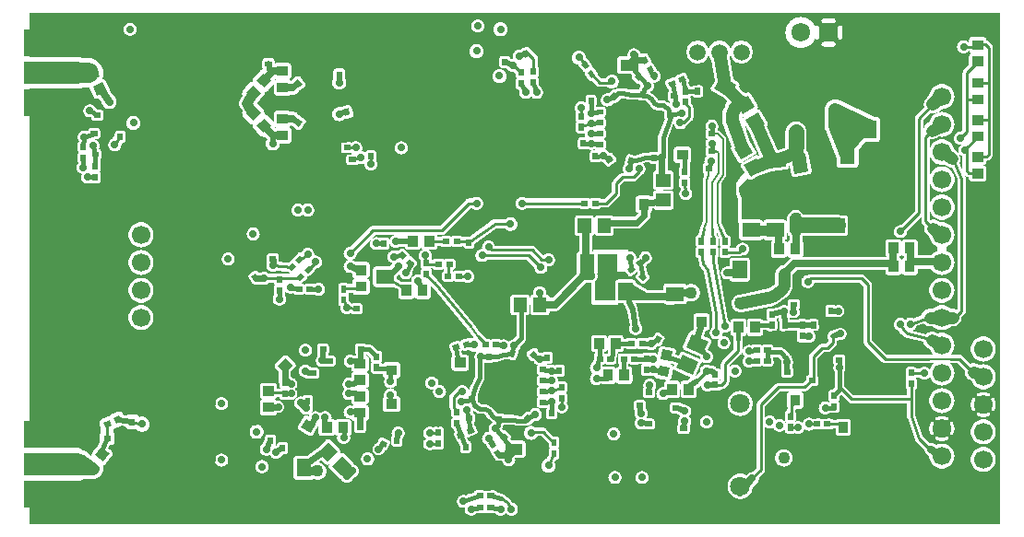
<source format=gbl>
G04 start of page 5 for group 5 idx 5 *
G04 Title: v2_0, bottom *
G04 Creator: pcb 4.2.0 *
G04 CreationDate: Tue Sep 24 08:28:18 2019 UTC *
G04 For: user *
G04 Format: Gerber/RS-274X *
G04 PCB-Dimensions (mm): 140.00 90.00 *
G04 PCB-Coordinate-Origin: lower left *
%MOMM*%
%FSLAX43Y43*%
%LNGBL*%
%ADD101C,0.965*%
%ADD100C,0.800*%
%ADD99C,3.000*%
%ADD98C,0.300*%
%ADD97C,5.500*%
%ADD96C,1.000*%
%ADD95C,2.400*%
%ADD94C,1.600*%
%ADD93C,2.000*%
%ADD92C,1.800*%
%ADD91C,1.724*%
%ADD90C,1.500*%
%ADD89C,1.700*%
%ADD88C,1.900*%
%ADD87C,1.400*%
%ADD86C,0.900*%
%ADD85C,1.100*%
%ADD84C,0.200*%
%ADD83C,1.200*%
%ADD82C,0.600*%
%ADD81C,0.700*%
%ADD80C,0.280*%
%ADD79C,0.480*%
%ADD78C,0.500*%
%ADD77C,0.400*%
%ADD76C,0.002*%
G54D76*G36*
X93873Y46210D02*X96138D01*
X96510Y45838D01*
Y41000D01*
X94630D01*
X94650Y41008D01*
X94724Y41054D01*
X94790Y41110D01*
X94846Y41176D01*
X94892Y41250D01*
X94925Y41330D01*
X94945Y41414D01*
X94950Y41500D01*
X94945Y41586D01*
X94925Y41670D01*
X94892Y41750D01*
X94846Y41824D01*
X94790Y41890D01*
X94724Y41946D01*
X94650Y41992D01*
X94570Y42025D01*
X94486Y42045D01*
X94400Y42052D01*
X94314Y42045D01*
X94230Y42025D01*
X94150Y41992D01*
X94076Y41946D01*
X94042Y41918D01*
X93873Y41869D01*
Y43077D01*
X93900Y43094D01*
X93907Y43100D01*
X93970D01*
X94030Y43075D01*
X94114Y43055D01*
X94200Y43048D01*
X94286Y43055D01*
X94370Y43075D01*
X94450Y43108D01*
X94524Y43154D01*
X94590Y43210D01*
X94646Y43276D01*
X94692Y43350D01*
X94725Y43430D01*
X94745Y43514D01*
X94750Y43600D01*
X94745Y43686D01*
X94725Y43770D01*
X94692Y43850D01*
X94646Y43924D01*
X94590Y43990D01*
X94524Y44046D01*
X94450Y44092D01*
X94370Y44125D01*
X94286Y44145D01*
X94200Y44152D01*
X94114Y44145D01*
X94030Y44125D01*
X93970Y44100D01*
X93907D01*
X93900Y44106D01*
X93873Y44123D01*
Y46210D01*
G37*
G36*
X91900Y41747D02*X92190Y41748D01*
X92229Y41758D01*
X92266Y41773D01*
X92300Y41794D01*
X92330Y41820D01*
X92356Y41850D01*
X92377Y41884D01*
X92392Y41921D01*
X92402Y41960D01*
X92404Y42000D01*
X92402Y42640D01*
X92392Y42679D01*
X92377Y42716D01*
X92356Y42750D01*
X92330Y42780D01*
X92300Y42806D01*
X92266Y42827D01*
X92229Y42842D01*
X92190Y42852D01*
X92150Y42854D01*
X91610Y42852D01*
X91571Y42842D01*
X91534Y42827D01*
X91500Y42806D01*
X91493Y42800D01*
X91307D01*
X91300Y42806D01*
X91266Y42827D01*
X91229Y42842D01*
X91190Y42852D01*
X91150Y42854D01*
X90700Y42852D01*
Y46500D01*
X90833D01*
X90828Y46486D01*
X90806Y46394D01*
X90798Y46300D01*
X90806Y46206D01*
X90828Y46114D01*
X90864Y46027D01*
X90913Y45946D01*
X90974Y45874D01*
X91046Y45813D01*
X91127Y45764D01*
X91214Y45728D01*
X91306Y45706D01*
X91400Y45698D01*
X91494Y45706D01*
X91586Y45728D01*
X91673Y45764D01*
X91754Y45813D01*
X91826Y45874D01*
X91887Y45946D01*
X91936Y46027D01*
X91972Y46114D01*
X91994Y46206D01*
X91995Y46210D01*
X93873D01*
Y44123D01*
X93866Y44127D01*
X93829Y44142D01*
X93790Y44152D01*
X93750Y44154D01*
X93210Y44152D01*
X93171Y44142D01*
X93134Y44127D01*
X93100Y44106D01*
X93070Y44080D01*
X93044Y44050D01*
X93023Y44016D01*
X93008Y43979D01*
X92998Y43940D01*
X92996Y43900D01*
X92998Y43260D01*
X93008Y43221D01*
X93023Y43184D01*
X93044Y43150D01*
X93070Y43120D01*
X93100Y43094D01*
X93134Y43073D01*
X93171Y43058D01*
X93210Y43048D01*
X93250Y43046D01*
X93790Y43048D01*
X93829Y43058D01*
X93866Y43073D01*
X93873Y43077D01*
Y41869D01*
X93563Y41781D01*
X93488Y41755D01*
X93420Y41716D01*
X93358Y41667D01*
X93305Y41609D01*
X93262Y41544D01*
X93229Y41472D01*
X93208Y41396D01*
X93199Y41318D01*
X93202Y41239D01*
X93218Y41162D01*
X93245Y41088D01*
X93284Y41020D01*
X93300Y41000D01*
X92020D01*
X92036Y41027D01*
X92072Y41114D01*
X92094Y41206D01*
X92100Y41300D01*
X92094Y41394D01*
X92072Y41486D01*
X92036Y41573D01*
X91987Y41654D01*
X91926Y41726D01*
X91900Y41747D01*
G37*
G36*
X99724Y38810D02*X102500D01*
X102561Y38814D01*
X102621Y38828D01*
X102674Y38850D01*
X103049D01*
X103022Y38833D01*
X102884Y38716D01*
X102767Y38578D01*
X102672Y38424D01*
X102603Y38256D01*
X102598Y38236D01*
X102587Y38254D01*
X102526Y38326D01*
X102454Y38387D01*
X102373Y38436D01*
X102286Y38472D01*
X102194Y38494D01*
X102100Y38502D01*
X102006Y38494D01*
X101914Y38472D01*
X101827Y38436D01*
X101746Y38387D01*
X101674Y38326D01*
X101644Y38290D01*
X101388D01*
X101377Y38316D01*
X101356Y38350D01*
X101330Y38380D01*
X101300Y38406D01*
X101266Y38427D01*
X101229Y38442D01*
X101190Y38452D01*
X101150Y38454D01*
X100610Y38452D01*
X100571Y38442D01*
X100534Y38427D01*
X100500Y38406D01*
X100470Y38380D01*
X100444Y38350D01*
X100423Y38316D01*
X100408Y38279D01*
X100398Y38240D01*
X100396Y38200D01*
X100398Y37560D01*
X100408Y37521D01*
X100423Y37484D01*
X100444Y37450D01*
X100470Y37420D01*
X100493Y37400D01*
X100470Y37380D01*
X100444Y37350D01*
X100423Y37316D01*
X100408Y37279D01*
X100398Y37240D01*
X100396Y37200D01*
X100398Y36560D01*
X100408Y36521D01*
X100423Y36484D01*
X100444Y36450D01*
X100470Y36420D01*
X100500Y36394D01*
X100510Y36388D01*
Y35890D01*
X99724D01*
Y38810D01*
G37*
G36*
Y41825D02*X99755Y41818D01*
X99844Y41641D01*
X99849Y41628D01*
X99880Y41575D01*
X99881Y41574D01*
X99882Y41572D01*
X99901Y41550D01*
X99919Y41528D01*
X99920Y41527D01*
X99921Y41525D01*
X99968Y41485D01*
X99979Y41478D01*
X100342Y41206D01*
X100343Y41205D01*
X100392Y41168D01*
X100407Y41161D01*
X100417Y41154D01*
X100432Y41148D01*
X100447Y41140D01*
X100458Y41137D01*
X100473Y41130D01*
X100533Y41115D01*
X100534Y41114D01*
X102014Y40745D01*
X102015Y40733D01*
X102051Y40612D01*
X102105Y40498D01*
X102177Y40395D01*
X102263Y40303D01*
X102363Y40227D01*
X102475Y40169D01*
X102598Y40114D01*
X102603Y40094D01*
X102672Y39926D01*
X102767Y39772D01*
X102884Y39634D01*
X102983Y39550D01*
X102674D01*
X102621Y39572D01*
X102561Y39586D01*
X102500Y39590D01*
X99724D01*
Y41825D01*
G37*
G36*
X103698Y51972D02*X103700Y51971D01*
X103884Y51986D01*
X104064Y52029D01*
X104235Y52100D01*
X104393Y52196D01*
X104533Y52317D01*
X104654Y52457D01*
X104750Y52615D01*
X104821Y52786D01*
X104864Y52966D01*
X104875Y53150D01*
X104864Y53334D01*
X104821Y53514D01*
X104750Y53685D01*
X104654Y53843D01*
X104533Y53983D01*
X104393Y54104D01*
X104235Y54200D01*
X104064Y54271D01*
X103884Y54314D01*
X103700Y54329D01*
X103698Y54328D01*
Y54522D01*
X103700Y54521D01*
X103884Y54536D01*
X104064Y54579D01*
X104235Y54650D01*
X104393Y54746D01*
X104533Y54867D01*
X104654Y55007D01*
X104750Y55165D01*
X104821Y55336D01*
X104864Y55516D01*
X104875Y55700D01*
X104864Y55884D01*
X104821Y56064D01*
X104750Y56235D01*
X104654Y56393D01*
X104533Y56533D01*
X104393Y56654D01*
X104235Y56750D01*
X104064Y56821D01*
X103884Y56864D01*
X103700Y56879D01*
X103698Y56878D01*
Y57022D01*
X103700Y57021D01*
X103884Y57036D01*
X103972Y57057D01*
X104156Y56934D01*
X104265Y56871D01*
X104383Y56827D01*
X104507Y56803D01*
X104632Y56798D01*
X104637Y56799D01*
X105110Y55718D01*
Y43762D01*
X105064Y43715D01*
X104948Y43763D01*
X104826Y43793D01*
X104700Y43800D01*
X104529D01*
X104516Y43816D01*
X104378Y43933D01*
X104224Y44028D01*
X104056Y44097D01*
X103880Y44139D01*
X103700Y44154D01*
X103698Y44153D01*
Y44347D01*
X103700Y44346D01*
X103880Y44361D01*
X104056Y44403D01*
X104224Y44472D01*
X104378Y44567D01*
X104516Y44684D01*
X104633Y44822D01*
X104728Y44976D01*
X104797Y45144D01*
X104839Y45320D01*
X104850Y45500D01*
X104839Y45680D01*
X104797Y45856D01*
X104728Y46024D01*
X104633Y46178D01*
X104516Y46316D01*
X104378Y46433D01*
X104224Y46528D01*
X104056Y46597D01*
X103880Y46639D01*
X103700Y46654D01*
X103698Y46653D01*
Y46897D01*
X103700Y46896D01*
X103880Y46911D01*
X104056Y46953D01*
X104224Y47022D01*
X104378Y47117D01*
X104516Y47234D01*
X104633Y47372D01*
X104728Y47526D01*
X104797Y47694D01*
X104839Y47870D01*
X104850Y48050D01*
X104839Y48230D01*
X104797Y48406D01*
X104728Y48574D01*
X104633Y48728D01*
X104516Y48866D01*
X104378Y48983D01*
X104224Y49078D01*
X104100Y49129D01*
Y49521D01*
X104224Y49572D01*
X104378Y49667D01*
X104516Y49784D01*
X104633Y49922D01*
X104728Y50076D01*
X104797Y50244D01*
X104839Y50420D01*
X104850Y50600D01*
X104839Y50780D01*
X104797Y50956D01*
X104728Y51124D01*
X104633Y51278D01*
X104516Y51416D01*
X104378Y51533D01*
X104224Y51628D01*
X104056Y51697D01*
X103880Y51739D01*
X103700Y51754D01*
X103698Y51753D01*
Y51972D01*
G37*
G36*
Y44153D02*X103520Y44139D01*
X103344Y44097D01*
X103176Y44028D01*
X103022Y43933D01*
X102884Y43816D01*
X102871Y43800D01*
X102600D01*
X102474Y43793D01*
X102352Y43763D01*
X102236Y43715D01*
X102128Y43649D01*
X102033Y43567D01*
X101951Y43472D01*
X101885Y43364D01*
X101837Y43248D01*
X101826Y43201D01*
X101091Y42926D01*
X101073Y42936D01*
X100986Y42972D01*
X100894Y42994D01*
X100800Y43002D01*
X100706Y42994D01*
X100614Y42972D01*
X100527Y42936D01*
X100446Y42887D01*
X100374Y42826D01*
X100350Y42797D01*
X100326Y42826D01*
X100254Y42887D01*
X100173Y42936D01*
X100086Y42972D01*
X99994Y42994D01*
X99900Y43002D01*
X99806Y42994D01*
X99724Y42975D01*
Y46903D01*
X99747Y46903D01*
X99793Y46914D01*
X99837Y46932D01*
X99877Y46957D01*
X99913Y46987D01*
X99943Y47023D01*
X99968Y47063D01*
X99986Y47107D01*
X99997Y47153D01*
X100000Y47200D01*
X99997Y48247D01*
X99986Y48293D01*
X99968Y48337D01*
X99943Y48377D01*
X99913Y48413D01*
X99877Y48443D01*
X99837Y48468D01*
X99800Y48483D01*
Y48617D01*
X99837Y48632D01*
X99877Y48657D01*
X99913Y48687D01*
X99943Y48723D01*
X99968Y48763D01*
X99986Y48807D01*
X99997Y48853D01*
X100000Y48900D01*
X99997Y49947D01*
X99986Y49993D01*
X99968Y50037D01*
X99943Y50077D01*
X99913Y50113D01*
X99877Y50143D01*
X99837Y50168D01*
X99793Y50186D01*
X99747Y50197D01*
X99724Y50199D01*
Y50325D01*
X99806Y50306D01*
X99900Y50298D01*
X99994Y50306D01*
X100086Y50328D01*
X100173Y50364D01*
X100254Y50413D01*
X100326Y50474D01*
X100387Y50546D01*
X100436Y50627D01*
X100472Y50714D01*
X100494Y50806D01*
X100500Y50900D01*
X100497Y50946D01*
X101810Y52258D01*
Y51915D01*
X101809Y51900D01*
X101814Y51839D01*
X101814Y51839D01*
X101828Y51779D01*
X101851Y51722D01*
X101884Y51670D01*
X101923Y51623D01*
X101935Y51613D01*
X102130Y51418D01*
X102109Y51338D01*
X102098Y51212D01*
X102106Y51087D01*
X102133Y50964D01*
X102180Y50847D01*
X102244Y50738D01*
X102324Y50641D01*
X102420Y50560D01*
X102558Y50457D01*
X102561Y50420D01*
X102603Y50244D01*
X102672Y50076D01*
X102767Y49922D01*
X102884Y49784D01*
X103022Y49667D01*
X103176Y49572D01*
X103300Y49521D01*
Y49129D01*
X103176Y49078D01*
X103022Y48983D01*
X102884Y48866D01*
X102767Y48728D01*
X102750Y48700D01*
X101424D01*
X101443Y48723D01*
X101468Y48763D01*
X101486Y48807D01*
X101497Y48853D01*
X101500Y48900D01*
X101497Y49947D01*
X101486Y49993D01*
X101468Y50037D01*
X101443Y50077D01*
X101413Y50113D01*
X101377Y50143D01*
X101337Y50168D01*
X101293Y50186D01*
X101247Y50197D01*
X101200Y50200D01*
X100253Y50197D01*
X100207Y50186D01*
X100163Y50168D01*
X100123Y50143D01*
X100087Y50113D01*
X100057Y50077D01*
X100032Y50037D01*
X100014Y49993D01*
X100003Y49947D01*
X100000Y49900D01*
X100003Y48853D01*
X100014Y48807D01*
X100032Y48763D01*
X100057Y48723D01*
X100087Y48687D01*
X100123Y48657D01*
X100163Y48632D01*
X100200Y48617D01*
Y48483D01*
X100163Y48468D01*
X100123Y48443D01*
X100087Y48413D01*
X100057Y48377D01*
X100032Y48337D01*
X100014Y48293D01*
X100003Y48247D01*
X100000Y48200D01*
X100003Y47153D01*
X100014Y47107D01*
X100032Y47063D01*
X100057Y47023D01*
X100087Y46987D01*
X100123Y46957D01*
X100163Y46932D01*
X100207Y46914D01*
X100253Y46903D01*
X100300Y46900D01*
X101247Y46903D01*
X101293Y46914D01*
X101337Y46932D01*
X101377Y46957D01*
X101413Y46987D01*
X101443Y47023D01*
X101468Y47063D01*
X101486Y47107D01*
X101497Y47153D01*
X101500Y47200D01*
X101499Y47500D01*
X102688D01*
X102767Y47372D01*
X102884Y47234D01*
X103022Y47117D01*
X103176Y47022D01*
X103344Y46953D01*
X103520Y46911D01*
X103698Y46897D01*
Y46653D01*
X103520Y46639D01*
X103344Y46597D01*
X103176Y46528D01*
X103022Y46433D01*
X102884Y46316D01*
X102767Y46178D01*
X102672Y46024D01*
X102603Y45856D01*
X102561Y45680D01*
X102546Y45500D01*
X102561Y45320D01*
X102603Y45144D01*
X102672Y44976D01*
X102767Y44822D01*
X102884Y44684D01*
X103022Y44567D01*
X103176Y44472D01*
X103344Y44403D01*
X103520Y44361D01*
X103698Y44347D01*
Y44153D01*
G37*
G36*
Y56878D02*X103516Y56864D01*
X103336Y56821D01*
X103165Y56750D01*
X103007Y56654D01*
X102867Y56533D01*
X102746Y56393D01*
X102650Y56235D01*
X102590Y56091D01*
Y57809D01*
X102650Y57665D01*
X102746Y57507D01*
X102867Y57367D01*
X103007Y57246D01*
X103165Y57150D01*
X103336Y57079D01*
X103516Y57036D01*
X103698Y57022D01*
Y56878D01*
G37*
G36*
Y54328D02*X103516Y54314D01*
X103336Y54271D01*
X103165Y54200D01*
X103007Y54104D01*
X102867Y53983D01*
X102746Y53843D01*
X102650Y53685D01*
X102590Y53541D01*
Y55309D01*
X102650Y55165D01*
X102746Y55007D01*
X102867Y54867D01*
X103007Y54746D01*
X103165Y54650D01*
X103336Y54579D01*
X103516Y54536D01*
X103698Y54522D01*
Y54328D01*
G37*
G36*
X103516Y51738D02*X103380Y51840D01*
X103275Y51909D01*
X103160Y51959D01*
X103038Y51991D01*
X102912Y52002D01*
X102787Y51994D01*
X102681Y51971D01*
X102590Y52062D01*
Y52759D01*
X102650Y52615D01*
X102746Y52457D01*
X102867Y52317D01*
X103007Y52196D01*
X103165Y52100D01*
X103336Y52029D01*
X103516Y51986D01*
X103698Y51972D01*
Y51753D01*
X103520Y51739D01*
X103516Y51738D01*
G37*
G36*
X107500Y67303D02*X107547Y67303D01*
X107593Y67314D01*
X107610Y67321D01*
Y67279D01*
X107593Y67286D01*
X107547Y67297D01*
X107500Y67300D01*
Y67303D01*
G37*
G36*
X108442Y71000D02*X109000D01*
Y24000D01*
X108442D01*
Y29286D01*
X108528Y29426D01*
X108597Y29594D01*
X108639Y29770D01*
X108650Y29950D01*
X108639Y30130D01*
X108597Y30306D01*
X108528Y30474D01*
X108442Y30614D01*
Y31836D01*
X108528Y31976D01*
X108597Y32144D01*
X108639Y32320D01*
X108650Y32500D01*
X108639Y32680D01*
X108597Y32856D01*
X108528Y33024D01*
X108442Y33164D01*
Y34395D01*
X108451Y34398D01*
X108471Y34410D01*
X108489Y34426D01*
X108505Y34443D01*
X108517Y34463D01*
X108562Y34555D01*
X108597Y34650D01*
X108623Y34748D01*
X108641Y34848D01*
X108650Y34949D01*
Y35051D01*
X108641Y35152D01*
X108623Y35252D01*
X108597Y35350D01*
X108562Y35445D01*
X108518Y35537D01*
X108506Y35557D01*
X108490Y35575D01*
X108472Y35590D01*
X108451Y35602D01*
X108442Y35606D01*
Y36886D01*
X108528Y37026D01*
X108597Y37194D01*
X108639Y37370D01*
X108650Y37550D01*
X108639Y37730D01*
X108597Y37906D01*
X108528Y38074D01*
X108442Y38214D01*
Y39436D01*
X108528Y39576D01*
X108597Y39744D01*
X108639Y39920D01*
X108650Y40100D01*
X108639Y40280D01*
X108597Y40456D01*
X108528Y40624D01*
X108442Y40764D01*
Y71000D01*
G37*
G36*
Y38214D02*X108433Y38228D01*
X108316Y38366D01*
X108178Y38483D01*
X108024Y38578D01*
X107856Y38647D01*
X107680Y38689D01*
X107500Y38704D01*
Y38946D01*
X107680Y38961D01*
X107856Y39003D01*
X108024Y39072D01*
X108178Y39167D01*
X108316Y39284D01*
X108433Y39422D01*
X108442Y39436D01*
Y38214D01*
G37*
G36*
Y33164D02*X108433Y33178D01*
X108316Y33316D01*
X108178Y33433D01*
X108024Y33528D01*
X107856Y33597D01*
X107680Y33639D01*
X107500Y33654D01*
Y33850D01*
X107551D01*
X107652Y33859D01*
X107752Y33877D01*
X107850Y33903D01*
X107945Y33938D01*
X108037Y33982D01*
X108057Y33994D01*
X108075Y34010D01*
X108090Y34028D01*
X108102Y34049D01*
X108111Y34071D01*
X108116Y34094D01*
X108118Y34118D01*
X108116Y34141D01*
X108110Y34164D01*
X108100Y34186D01*
X108088Y34206D01*
X108072Y34224D01*
X108054Y34239D01*
X108033Y34251D01*
X108011Y34260D01*
X107988Y34265D01*
X107964Y34267D01*
X107941Y34265D01*
X107918Y34259D01*
X107896Y34249D01*
X107829Y34216D01*
X107758Y34190D01*
X107686Y34171D01*
X107612Y34157D01*
X107537Y34151D01*
X107500D01*
Y35849D01*
X107537D01*
X107612Y35843D01*
X107686Y35829D01*
X107758Y35810D01*
X107829Y35784D01*
X107897Y35752D01*
X107918Y35742D01*
X107941Y35736D01*
X107964Y35734D01*
X107988Y35736D01*
X108011Y35741D01*
X108033Y35749D01*
X108053Y35762D01*
X108071Y35777D01*
X108087Y35794D01*
X108100Y35814D01*
X108109Y35836D01*
X108115Y35859D01*
X108117Y35882D01*
X108115Y35906D01*
X108110Y35929D01*
X108102Y35951D01*
X108090Y35971D01*
X108074Y35989D01*
X108057Y36005D01*
X108037Y36017D01*
X107945Y36062D01*
X107850Y36097D01*
X107752Y36123D01*
X107652Y36141D01*
X107551Y36150D01*
X107500D01*
Y36396D01*
X107680Y36411D01*
X107856Y36453D01*
X108024Y36522D01*
X108178Y36617D01*
X108316Y36734D01*
X108433Y36872D01*
X108442Y36886D01*
Y35606D01*
X108429Y35611D01*
X108406Y35616D01*
X108382Y35618D01*
X108359Y35616D01*
X108336Y35610D01*
X108314Y35600D01*
X108294Y35588D01*
X108276Y35572D01*
X108261Y35554D01*
X108249Y35533D01*
X108240Y35511D01*
X108235Y35488D01*
X108233Y35464D01*
X108235Y35441D01*
X108241Y35418D01*
X108251Y35396D01*
X108284Y35329D01*
X108310Y35258D01*
X108329Y35186D01*
X108343Y35112D01*
X108349Y35037D01*
Y34963D01*
X108343Y34888D01*
X108329Y34814D01*
X108310Y34742D01*
X108284Y34671D01*
X108252Y34603D01*
X108242Y34582D01*
X108236Y34559D01*
X108234Y34536D01*
X108236Y34512D01*
X108241Y34489D01*
X108249Y34467D01*
X108262Y34447D01*
X108277Y34429D01*
X108294Y34413D01*
X108314Y34400D01*
X108336Y34391D01*
X108359Y34385D01*
X108382Y34383D01*
X108406Y34385D01*
X108429Y34390D01*
X108442Y34395D01*
Y33164D01*
G37*
G36*
Y30614D02*X108433Y30628D01*
X108316Y30766D01*
X108178Y30883D01*
X108024Y30978D01*
X107856Y31047D01*
X107680Y31089D01*
X107500Y31104D01*
Y31346D01*
X107680Y31361D01*
X107856Y31403D01*
X108024Y31472D01*
X108178Y31567D01*
X108316Y31684D01*
X108433Y31822D01*
X108442Y31836D01*
Y30614D01*
G37*
G36*
Y24000D02*X107500D01*
Y28796D01*
X107680Y28811D01*
X107856Y28853D01*
X108024Y28922D01*
X108178Y29017D01*
X108316Y29134D01*
X108433Y29272D01*
X108442Y29286D01*
Y24000D01*
G37*
G36*
X107500Y71000D02*X108442D01*
Y40764D01*
X108433Y40778D01*
X108316Y40916D01*
X108178Y41033D01*
X108024Y41128D01*
X107856Y41197D01*
X107680Y41239D01*
X107500Y41254D01*
Y55503D01*
X107547Y55503D01*
X107593Y55514D01*
X107637Y55532D01*
X107677Y55557D01*
X107713Y55587D01*
X107743Y55623D01*
X107768Y55663D01*
X107786Y55707D01*
X107797Y55753D01*
X107800Y55800D01*
X107797Y56747D01*
X107786Y56793D01*
X107768Y56837D01*
X107743Y56877D01*
X107713Y56913D01*
X107677Y56943D01*
X107637Y56968D01*
X107593Y56986D01*
X107547Y56997D01*
X107500Y57000D01*
Y57003D01*
X107547Y57003D01*
X107593Y57014D01*
X107637Y57032D01*
X107677Y57057D01*
X107713Y57087D01*
X107743Y57123D01*
X107768Y57163D01*
X107786Y57207D01*
X107797Y57253D01*
X107800Y57300D01*
X107800Y57409D01*
X107800Y57409D01*
X107861Y57414D01*
X107861Y57414D01*
X107921Y57428D01*
X107978Y57451D01*
X108030Y57484D01*
X108077Y57523D01*
X108087Y57535D01*
X108265Y57713D01*
X108277Y57723D01*
X108316Y57770D01*
X108316Y57770D01*
X108349Y57822D01*
X108372Y57879D01*
X108386Y57939D01*
X108391Y58000D01*
X108390Y58015D01*
Y61185D01*
X108391Y61200D01*
X108390Y61215D01*
Y64585D01*
X108391Y64600D01*
X108390Y64615D01*
Y67785D01*
X108391Y67800D01*
X108386Y67861D01*
X108386Y67861D01*
X108375Y67909D01*
X108372Y67921D01*
X108349Y67978D01*
X108329Y68010D01*
X108316Y68030D01*
X108277Y68077D01*
X108265Y68087D01*
X107987Y68365D01*
X107977Y68377D01*
X107930Y68416D01*
X107910Y68429D01*
X107878Y68449D01*
X107821Y68472D01*
X107809Y68475D01*
X107797Y68478D01*
X107797Y68547D01*
X107786Y68593D01*
X107768Y68637D01*
X107743Y68677D01*
X107713Y68713D01*
X107677Y68743D01*
X107637Y68768D01*
X107593Y68786D01*
X107547Y68797D01*
X107500Y68800D01*
Y71000D01*
G37*
G36*
Y57000D02*X107500Y57000D01*
X106453Y56997D01*
X106415Y56988D01*
Y57012D01*
X106453Y57003D01*
X106500Y57000D01*
X107500Y57003D01*
Y57000D01*
G37*
G36*
Y38704D02*X107500Y38704D01*
X107320Y38689D01*
X107144Y38647D01*
X107128Y38641D01*
X106925Y38731D01*
X106807Y38775D01*
X106683Y38798D01*
X106557Y38801D01*
X106433Y38785D01*
X106312Y38749D01*
X106306Y38746D01*
X105587Y39465D01*
X105577Y39477D01*
X105530Y39516D01*
X105510Y39529D01*
X105478Y39549D01*
X105421Y39572D01*
X105409Y39575D01*
X105361Y39586D01*
X105361Y39586D01*
X105300Y39591D01*
X105285Y39590D01*
X104642D01*
Y39786D01*
X104728Y39926D01*
X104797Y40094D01*
X104839Y40270D01*
X104850Y40450D01*
X104839Y40630D01*
X104797Y40806D01*
X104728Y40974D01*
X104642Y41114D01*
Y42200D01*
X104700D01*
X104826Y42207D01*
X104948Y42237D01*
X105064Y42285D01*
X105172Y42351D01*
X105267Y42433D01*
X105349Y42528D01*
X105415Y42636D01*
X105463Y42752D01*
X105493Y42874D01*
X105502Y43000D01*
X105499Y43047D01*
X105765Y43313D01*
X105777Y43323D01*
X105816Y43370D01*
X105816Y43370D01*
X105849Y43422D01*
X105872Y43479D01*
X105886Y43539D01*
X105891Y43600D01*
X105890Y43615D01*
Y55773D01*
X105891Y55777D01*
X105889Y55838D01*
X105887Y55852D01*
X105886Y55861D01*
X105882Y55880D01*
X105879Y55899D01*
X105875Y55908D01*
X105872Y55921D01*
X105849Y55978D01*
X105847Y55981D01*
X105780Y56133D01*
X105907Y56007D01*
X105955Y55963D01*
X106011Y55929D01*
X106071Y55904D01*
X106135Y55889D01*
X106200Y55884D01*
X106202Y55884D01*
X106203Y55753D01*
X106214Y55707D01*
X106232Y55663D01*
X106257Y55623D01*
X106287Y55587D01*
X106323Y55557D01*
X106363Y55532D01*
X106407Y55514D01*
X106453Y55503D01*
X106500Y55500D01*
X107500Y55503D01*
Y41254D01*
X107500Y41254D01*
X107320Y41239D01*
X107144Y41197D01*
X106976Y41128D01*
X106822Y41033D01*
X106684Y40916D01*
X106567Y40778D01*
X106472Y40624D01*
X106403Y40456D01*
X106361Y40280D01*
X106346Y40100D01*
X106361Y39920D01*
X106403Y39744D01*
X106472Y39576D01*
X106567Y39422D01*
X106684Y39284D01*
X106822Y39167D01*
X106976Y39072D01*
X107144Y39003D01*
X107320Y38961D01*
X107500Y38946D01*
X107500Y38946D01*
Y38704D01*
G37*
G36*
X106558Y31836D02*X106567Y31822D01*
X106684Y31684D01*
X106822Y31567D01*
X106976Y31472D01*
X107144Y31403D01*
X107320Y31361D01*
X107500Y31346D01*
X107500Y31346D01*
Y31104D01*
X107500Y31104D01*
X107320Y31089D01*
X107144Y31047D01*
X106976Y30978D01*
X106822Y30883D01*
X106684Y30766D01*
X106567Y30628D01*
X106558Y30614D01*
Y31836D01*
G37*
G36*
Y36886D02*X106567Y36872D01*
X106684Y36734D01*
X106822Y36617D01*
X106976Y36522D01*
X107144Y36453D01*
X107320Y36411D01*
X107500Y36396D01*
X107500Y36396D01*
Y36150D01*
X107449D01*
X107348Y36141D01*
X107248Y36123D01*
X107150Y36097D01*
X107055Y36062D01*
X106963Y36018D01*
X106943Y36006D01*
X106925Y35990D01*
X106910Y35972D01*
X106898Y35951D01*
X106889Y35929D01*
X106884Y35906D01*
X106882Y35882D01*
X106884Y35859D01*
X106890Y35836D01*
X106900Y35814D01*
X106912Y35794D01*
X106928Y35776D01*
X106946Y35761D01*
X106967Y35749D01*
X106989Y35740D01*
X107012Y35735D01*
X107036Y35733D01*
X107059Y35735D01*
X107082Y35741D01*
X107104Y35751D01*
X107171Y35784D01*
X107242Y35810D01*
X107314Y35829D01*
X107388Y35843D01*
X107463Y35849D01*
X107500D01*
Y34151D01*
X107463D01*
X107388Y34157D01*
X107314Y34171D01*
X107242Y34190D01*
X107171Y34216D01*
X107103Y34248D01*
X107082Y34258D01*
X107059Y34264D01*
X107036Y34266D01*
X107012Y34264D01*
X106989Y34259D01*
X106967Y34251D01*
X106947Y34238D01*
X106929Y34223D01*
X106913Y34206D01*
X106900Y34186D01*
X106891Y34164D01*
X106885Y34141D01*
X106883Y34118D01*
X106885Y34094D01*
X106890Y34071D01*
X106898Y34049D01*
X106910Y34029D01*
X106926Y34011D01*
X106943Y33995D01*
X106963Y33983D01*
X107055Y33938D01*
X107150Y33903D01*
X107248Y33877D01*
X107348Y33859D01*
X107449Y33850D01*
X107500D01*
Y33654D01*
X107500Y33654D01*
X107320Y33639D01*
X107144Y33597D01*
X106976Y33528D01*
X106822Y33433D01*
X106684Y33316D01*
X106567Y33178D01*
X106558Y33164D01*
Y34394D01*
X106571Y34389D01*
X106594Y34384D01*
X106618Y34382D01*
X106641Y34384D01*
X106664Y34390D01*
X106686Y34400D01*
X106706Y34412D01*
X106724Y34428D01*
X106739Y34446D01*
X106751Y34467D01*
X106760Y34489D01*
X106765Y34512D01*
X106767Y34536D01*
X106765Y34559D01*
X106759Y34582D01*
X106749Y34604D01*
X106716Y34671D01*
X106690Y34742D01*
X106671Y34814D01*
X106657Y34888D01*
X106651Y34963D01*
Y35037D01*
X106657Y35112D01*
X106671Y35186D01*
X106690Y35258D01*
X106716Y35329D01*
X106748Y35397D01*
X106758Y35418D01*
X106764Y35441D01*
X106766Y35464D01*
X106764Y35488D01*
X106759Y35511D01*
X106751Y35533D01*
X106738Y35553D01*
X106723Y35571D01*
X106706Y35587D01*
X106686Y35600D01*
X106664Y35609D01*
X106641Y35615D01*
X106618Y35617D01*
X106594Y35615D01*
X106571Y35610D01*
X106558Y35605D01*
Y36886D01*
G37*
G36*
X107500Y24000D02*X106558D01*
Y29286D01*
X106567Y29272D01*
X106684Y29134D01*
X106822Y29017D01*
X106976Y28922D01*
X107144Y28853D01*
X107320Y28811D01*
X107500Y28796D01*
X107500Y28796D01*
Y24000D01*
G37*
G36*
X106558D02*X104642D01*
Y29586D01*
X104728Y29726D01*
X104797Y29894D01*
X104839Y30070D01*
X104850Y30250D01*
X104839Y30430D01*
X104797Y30606D01*
X104728Y30774D01*
X104642Y30914D01*
Y32195D01*
X104651Y32198D01*
X104671Y32210D01*
X104689Y32226D01*
X104705Y32243D01*
X104717Y32263D01*
X104762Y32355D01*
X104797Y32450D01*
X104823Y32548D01*
X104841Y32648D01*
X104850Y32749D01*
Y32851D01*
X104841Y32952D01*
X104823Y33052D01*
X104797Y33150D01*
X104762Y33245D01*
X104718Y33337D01*
X104706Y33357D01*
X104690Y33375D01*
X104672Y33390D01*
X104651Y33402D01*
X104642Y33406D01*
Y34686D01*
X104728Y34826D01*
X104797Y34994D01*
X104839Y35170D01*
X104850Y35350D01*
X104839Y35530D01*
X104797Y35706D01*
X104728Y35874D01*
X104642Y36014D01*
Y37236D01*
X104728Y37376D01*
X104797Y37544D01*
X104839Y37720D01*
X104850Y37900D01*
X104839Y38080D01*
X104797Y38256D01*
X104728Y38424D01*
X104642Y38564D01*
Y38810D01*
X105138D01*
X105812Y38137D01*
X105802Y38083D01*
X105799Y37957D01*
X105815Y37833D01*
X105851Y37712D01*
X105905Y37598D01*
X105977Y37495D01*
X106063Y37403D01*
X106163Y37327D01*
X106275Y37269D01*
X106398Y37214D01*
X106403Y37194D01*
X106472Y37026D01*
X106558Y36886D01*
Y35605D01*
X106549Y35602D01*
X106529Y35590D01*
X106511Y35574D01*
X106495Y35557D01*
X106483Y35537D01*
X106438Y35445D01*
X106403Y35350D01*
X106377Y35252D01*
X106359Y35152D01*
X106350Y35051D01*
Y34949D01*
X106359Y34848D01*
X106377Y34748D01*
X106403Y34650D01*
X106438Y34555D01*
X106482Y34463D01*
X106494Y34443D01*
X106510Y34425D01*
X106528Y34410D01*
X106549Y34398D01*
X106558Y34394D01*
Y33164D01*
X106472Y33024D01*
X106403Y32856D01*
X106361Y32680D01*
X106346Y32500D01*
X106361Y32320D01*
X106403Y32144D01*
X106472Y31976D01*
X106558Y31836D01*
Y30614D01*
X106472Y30474D01*
X106403Y30306D01*
X106361Y30130D01*
X106346Y29950D01*
X106361Y29770D01*
X106403Y29594D01*
X106472Y29426D01*
X106558Y29286D01*
Y24000D01*
G37*
G36*
X104642Y71000D02*X107500D01*
Y68800D01*
X107500Y68800D01*
X106453Y68797D01*
X106407Y68786D01*
X106363Y68768D01*
X106323Y68743D01*
X106287Y68713D01*
X106257Y68677D01*
X106232Y68637D01*
X106214Y68593D01*
X106203Y68547D01*
X106200Y68500D01*
X106201Y68290D01*
X106156D01*
X106126Y68326D01*
X106054Y68387D01*
X105973Y68436D01*
X105886Y68472D01*
X105794Y68494D01*
X105700Y68502D01*
X105606Y68494D01*
X105514Y68472D01*
X105427Y68436D01*
X105346Y68387D01*
X105274Y68326D01*
X105213Y68254D01*
X105164Y68173D01*
X105128Y68086D01*
X105106Y67994D01*
X105098Y67900D01*
X105106Y67806D01*
X105128Y67714D01*
X105164Y67627D01*
X105213Y67546D01*
X105274Y67474D01*
X105346Y67413D01*
X105427Y67364D01*
X105514Y67328D01*
X105606Y67306D01*
X105700Y67298D01*
X105794Y67306D01*
X105886Y67328D01*
X105973Y67364D01*
X106054Y67413D01*
X106126Y67474D01*
X106156Y67510D01*
X106213D01*
X106214Y67507D01*
X106232Y67463D01*
X106257Y67423D01*
X106287Y67387D01*
X106323Y67357D01*
X106363Y67332D01*
X106407Y67314D01*
X106453Y67303D01*
X106500Y67300D01*
X107500Y67303D01*
Y67300D01*
X107500Y67300D01*
X106453Y67297D01*
X106407Y67286D01*
X106363Y67268D01*
X106323Y67243D01*
X106287Y67213D01*
X106257Y67177D01*
X106232Y67137D01*
X106214Y67093D01*
X106203Y67047D01*
X106200Y67000D01*
X106202Y66254D01*
X105735Y65787D01*
X105723Y65777D01*
X105684Y65730D01*
X105651Y65678D01*
X105628Y65621D01*
X105614Y65561D01*
X105614Y65561D01*
X105609Y65500D01*
X105610Y65485D01*
Y63015D01*
X105609Y63000D01*
X105610Y62985D01*
Y60262D01*
X105447Y60098D01*
X105400Y60102D01*
X105306Y60094D01*
X105214Y60072D01*
X105127Y60036D01*
X105046Y59987D01*
X104974Y59926D01*
X104913Y59854D01*
X104864Y59773D01*
X104828Y59686D01*
X104806Y59594D01*
X104798Y59500D01*
X104806Y59406D01*
X104828Y59314D01*
X104864Y59227D01*
X104913Y59146D01*
X104974Y59074D01*
X105046Y59013D01*
X105127Y58964D01*
X105214Y58928D01*
X105306Y58906D01*
X105400Y58898D01*
X105474Y58904D01*
X105446Y58887D01*
X105374Y58826D01*
X105313Y58754D01*
X105264Y58673D01*
X105228Y58586D01*
X105206Y58494D01*
X105198Y58400D01*
X105206Y58306D01*
X105228Y58214D01*
X105264Y58127D01*
X105313Y58046D01*
X105374Y57974D01*
X105446Y57913D01*
X105527Y57864D01*
X105585Y57840D01*
Y56579D01*
X105304Y57220D01*
X105329Y57265D01*
X105373Y57383D01*
X105397Y57507D01*
X105402Y57632D01*
X105387Y57757D01*
X105353Y57879D01*
X105300Y57993D01*
X105230Y58097D01*
X105144Y58190D01*
X105044Y58266D01*
X104864Y58386D01*
X104821Y58564D01*
X104750Y58735D01*
X104654Y58893D01*
X104642Y58907D01*
Y60086D01*
X104728Y60226D01*
X104797Y60394D01*
X104839Y60570D01*
X104850Y60750D01*
X104839Y60930D01*
X104797Y61106D01*
X104728Y61274D01*
X104642Y61414D01*
Y62636D01*
X104728Y62776D01*
X104797Y62944D01*
X104839Y63120D01*
X104850Y63300D01*
X104839Y63480D01*
X104797Y63656D01*
X104728Y63824D01*
X104642Y63964D01*
Y71000D01*
G37*
G36*
Y61414D02*X104633Y61428D01*
X104516Y61566D01*
X104378Y61683D01*
X104224Y61778D01*
X104056Y61847D01*
X103880Y61889D01*
X103700Y61904D01*
X103698Y61903D01*
Y62147D01*
X103700Y62146D01*
X103880Y62161D01*
X104056Y62203D01*
X104224Y62272D01*
X104378Y62367D01*
X104516Y62484D01*
X104633Y62622D01*
X104642Y62636D01*
Y61414D01*
G37*
G36*
Y58907D02*X104533Y59033D01*
X104393Y59154D01*
X104235Y59250D01*
X104064Y59321D01*
X103884Y59364D01*
X103700Y59379D01*
X103698Y59378D01*
Y59597D01*
X103700Y59596D01*
X103880Y59611D01*
X104056Y59653D01*
X104224Y59722D01*
X104378Y59817D01*
X104516Y59934D01*
X104633Y60072D01*
X104642Y60086D01*
Y58907D01*
G37*
G36*
Y41114D02*X104633Y41128D01*
X104516Y41266D01*
X104378Y41383D01*
X104224Y41478D01*
X104056Y41547D01*
X103880Y41589D01*
X103700Y41604D01*
X103698Y41603D01*
Y41847D01*
X103700Y41846D01*
X103880Y41861D01*
X104056Y41903D01*
X104224Y41972D01*
X104378Y42067D01*
X104516Y42184D01*
X104529Y42200D01*
X104642D01*
Y41114D01*
G37*
G36*
Y39590D02*X104500D01*
X104461Y39588D01*
X104516Y39634D01*
X104633Y39772D01*
X104642Y39786D01*
Y39590D01*
G37*
G36*
Y38564D02*X104633Y38578D01*
X104516Y38716D01*
X104386Y38826D01*
X104439Y38814D01*
X104500Y38810D01*
X104642D01*
Y38564D01*
G37*
G36*
Y36014D02*X104633Y36028D01*
X104516Y36166D01*
X104378Y36283D01*
X104224Y36378D01*
X104056Y36447D01*
X103880Y36489D01*
X103700Y36504D01*
X103698Y36503D01*
Y36747D01*
X103700Y36746D01*
X103880Y36761D01*
X104056Y36803D01*
X104224Y36872D01*
X104378Y36967D01*
X104516Y37084D01*
X104633Y37222D01*
X104642Y37236D01*
Y36014D01*
G37*
G36*
Y30914D02*X104633Y30928D01*
X104516Y31066D01*
X104378Y31183D01*
X104224Y31278D01*
X104056Y31347D01*
X103880Y31389D01*
X103700Y31404D01*
X103698Y31403D01*
Y31650D01*
X103751D01*
X103852Y31659D01*
X103952Y31677D01*
X104050Y31703D01*
X104145Y31738D01*
X104237Y31782D01*
X104257Y31794D01*
X104275Y31810D01*
X104290Y31828D01*
X104302Y31849D01*
X104311Y31871D01*
X104316Y31894D01*
X104318Y31918D01*
X104316Y31941D01*
X104310Y31964D01*
X104300Y31986D01*
X104288Y32006D01*
X104272Y32024D01*
X104254Y32039D01*
X104233Y32051D01*
X104211Y32060D01*
X104188Y32065D01*
X104164Y32067D01*
X104141Y32065D01*
X104118Y32059D01*
X104096Y32049D01*
X104029Y32016D01*
X103958Y31990D01*
X103886Y31971D01*
X103812Y31957D01*
X103737Y31951D01*
X103698D01*
Y33649D01*
X103737D01*
X103812Y33643D01*
X103886Y33629D01*
X103958Y33610D01*
X104029Y33584D01*
X104097Y33552D01*
X104118Y33542D01*
X104141Y33536D01*
X104164Y33534D01*
X104188Y33536D01*
X104211Y33541D01*
X104233Y33549D01*
X104253Y33562D01*
X104271Y33577D01*
X104287Y33594D01*
X104300Y33614D01*
X104309Y33636D01*
X104315Y33659D01*
X104317Y33682D01*
X104315Y33706D01*
X104310Y33729D01*
X104302Y33751D01*
X104290Y33771D01*
X104274Y33789D01*
X104257Y33805D01*
X104237Y33817D01*
X104145Y33862D01*
X104050Y33897D01*
X103952Y33923D01*
X103852Y33941D01*
X103751Y33950D01*
X103698D01*
Y34197D01*
X103700Y34196D01*
X103880Y34211D01*
X104056Y34253D01*
X104224Y34322D01*
X104378Y34417D01*
X104516Y34534D01*
X104633Y34672D01*
X104642Y34686D01*
Y33406D01*
X104629Y33411D01*
X104606Y33416D01*
X104582Y33418D01*
X104559Y33416D01*
X104536Y33410D01*
X104514Y33400D01*
X104494Y33388D01*
X104476Y33372D01*
X104461Y33354D01*
X104449Y33333D01*
X104440Y33311D01*
X104435Y33288D01*
X104433Y33264D01*
X104435Y33241D01*
X104441Y33218D01*
X104451Y33196D01*
X104484Y33129D01*
X104510Y33058D01*
X104529Y32986D01*
X104543Y32912D01*
X104549Y32837D01*
Y32763D01*
X104543Y32688D01*
X104529Y32614D01*
X104510Y32542D01*
X104484Y32471D01*
X104452Y32403D01*
X104442Y32382D01*
X104436Y32359D01*
X104434Y32336D01*
X104436Y32312D01*
X104441Y32289D01*
X104449Y32267D01*
X104462Y32247D01*
X104477Y32229D01*
X104494Y32213D01*
X104514Y32200D01*
X104536Y32191D01*
X104559Y32185D01*
X104582Y32183D01*
X104606Y32185D01*
X104629Y32190D01*
X104642Y32195D01*
Y30914D01*
G37*
G36*
Y24000D02*X103698D01*
Y29097D01*
X103700Y29096D01*
X103880Y29111D01*
X104056Y29153D01*
X104224Y29222D01*
X104378Y29317D01*
X104516Y29434D01*
X104633Y29572D01*
X104642Y29586D01*
Y24000D01*
G37*
G36*
X103698Y71000D02*X104642D01*
Y63964D01*
X104633Y63978D01*
X104516Y64116D01*
X104378Y64233D01*
X104224Y64328D01*
X104056Y64397D01*
X103880Y64439D01*
X103700Y64454D01*
X103698Y64453D01*
Y71000D01*
G37*
G36*
Y61903D02*X103520Y61889D01*
X103344Y61847D01*
X103176Y61778D01*
X103022Y61683D01*
X102884Y61566D01*
X102767Y61428D01*
X102672Y61274D01*
X102603Y61106D01*
X102575Y60990D01*
X102411Y60899D01*
X102305Y60832D01*
X102213Y60747D01*
X102134Y60648D01*
X102072Y60538D01*
X102028Y60420D01*
X102003Y60297D01*
X101998Y60171D01*
X102012Y60046D01*
X102030Y59982D01*
X101990Y59942D01*
Y61138D01*
X102642Y61790D01*
X102711Y61769D01*
X102843Y61749D01*
X102977Y61751D01*
X103109Y61773D01*
X103236Y61816D01*
X103354Y61878D01*
X103460Y61960D01*
X103675Y62148D01*
X103698Y62147D01*
Y61903D01*
G37*
G36*
Y59378D02*X103516Y59364D01*
X103336Y59321D01*
X103165Y59250D01*
X103007Y59154D01*
X102867Y59033D01*
X102746Y58893D01*
X102650Y58735D01*
X102590Y58591D01*
Y59426D01*
X102703Y59403D01*
X102829Y59398D01*
X102954Y59412D01*
X103075Y59446D01*
X103189Y59501D01*
X103427Y59633D01*
X103520Y59611D01*
X103698Y59597D01*
Y59378D01*
G37*
G36*
Y41603D02*X103520Y41589D01*
X103344Y41547D01*
X103328Y41541D01*
X103125Y41631D01*
X103007Y41675D01*
X102883Y41698D01*
X102757Y41701D01*
X102633Y41685D01*
X102512Y41649D01*
X102398Y41595D01*
X102295Y41523D01*
X102257Y41488D01*
X100941Y41817D01*
X100986Y41828D01*
X101073Y41864D01*
X101154Y41913D01*
X101226Y41974D01*
X101287Y42046D01*
X101336Y42127D01*
X101365Y42195D01*
X102024Y42443D01*
X102033Y42433D01*
X102128Y42351D01*
X102236Y42285D01*
X102352Y42237D01*
X102474Y42207D01*
X102600Y42200D01*
X102871D01*
X102884Y42184D01*
X103022Y42067D01*
X103176Y41972D01*
X103344Y41903D01*
X103520Y41861D01*
X103698Y41847D01*
Y41603D01*
G37*
G36*
X102758Y37236D02*X102767Y37222D01*
X102884Y37084D01*
X103022Y36967D01*
X103176Y36872D01*
X103344Y36803D01*
X103520Y36761D01*
X103698Y36747D01*
Y36503D01*
X103520Y36489D01*
X103344Y36447D01*
X103176Y36378D01*
X103022Y36283D01*
X102884Y36166D01*
X102767Y36028D01*
X102758Y36014D01*
Y37236D01*
G37*
G36*
X103698Y31403D02*X103520Y31389D01*
X103344Y31347D01*
X103212Y31293D01*
X103009Y31414D01*
X102925Y31458D01*
X102835Y31487D01*
X102758Y31498D01*
Y32194D01*
X102771Y32189D01*
X102794Y32184D01*
X102818Y32182D01*
X102841Y32184D01*
X102864Y32190D01*
X102886Y32200D01*
X102906Y32212D01*
X102924Y32228D01*
X102939Y32246D01*
X102951Y32267D01*
X102960Y32289D01*
X102965Y32312D01*
X102967Y32336D01*
X102965Y32359D01*
X102959Y32382D01*
X102949Y32404D01*
X102916Y32471D01*
X102890Y32542D01*
X102871Y32614D01*
X102857Y32688D01*
X102851Y32763D01*
Y32837D01*
X102857Y32912D01*
X102871Y32986D01*
X102890Y33058D01*
X102916Y33129D01*
X102948Y33197D01*
X102958Y33218D01*
X102964Y33241D01*
X102966Y33264D01*
X102964Y33288D01*
X102959Y33311D01*
X102951Y33333D01*
X102938Y33353D01*
X102923Y33371D01*
X102906Y33387D01*
X102886Y33400D01*
X102864Y33409D01*
X102841Y33415D01*
X102818Y33417D01*
X102794Y33415D01*
X102771Y33410D01*
X102758Y33405D01*
Y34686D01*
X102767Y34672D01*
X102884Y34534D01*
X103022Y34417D01*
X103176Y34322D01*
X103344Y34253D01*
X103520Y34211D01*
X103698Y34197D01*
Y33950D01*
X103649D01*
X103548Y33941D01*
X103448Y33923D01*
X103350Y33897D01*
X103255Y33862D01*
X103163Y33818D01*
X103143Y33806D01*
X103125Y33790D01*
X103110Y33772D01*
X103098Y33751D01*
X103089Y33729D01*
X103084Y33706D01*
X103082Y33682D01*
X103084Y33659D01*
X103090Y33636D01*
X103100Y33614D01*
X103112Y33594D01*
X103128Y33576D01*
X103146Y33561D01*
X103167Y33549D01*
X103189Y33540D01*
X103212Y33535D01*
X103236Y33533D01*
X103259Y33535D01*
X103282Y33541D01*
X103304Y33551D01*
X103371Y33584D01*
X103442Y33610D01*
X103514Y33629D01*
X103588Y33643D01*
X103663Y33649D01*
X103698D01*
Y31951D01*
X103663D01*
X103588Y31957D01*
X103514Y31971D01*
X103442Y31990D01*
X103371Y32016D01*
X103303Y32048D01*
X103282Y32058D01*
X103259Y32064D01*
X103236Y32066D01*
X103212Y32064D01*
X103189Y32059D01*
X103167Y32051D01*
X103147Y32038D01*
X103129Y32023D01*
X103113Y32006D01*
X103100Y31986D01*
X103091Y31964D01*
X103085Y31941D01*
X103083Y31918D01*
X103085Y31894D01*
X103090Y31871D01*
X103098Y31849D01*
X103110Y31829D01*
X103126Y31811D01*
X103143Y31795D01*
X103163Y31783D01*
X103255Y31738D01*
X103350Y31703D01*
X103448Y31677D01*
X103548Y31659D01*
X103649Y31650D01*
X103698D01*
Y31403D01*
G37*
G36*
X102758Y31498D02*X102742Y31500D01*
X102647Y31500D01*
X102566Y31486D01*
X101939Y32113D01*
X101290Y33966D01*
Y35485D01*
X101291Y35500D01*
X101290Y35515D01*
Y36388D01*
X101300Y36394D01*
X101330Y36420D01*
X101356Y36450D01*
X101377Y36484D01*
X101392Y36521D01*
X101402Y36560D01*
X101404Y36600D01*
X101402Y37240D01*
X101392Y37279D01*
X101377Y37316D01*
X101356Y37350D01*
X101330Y37380D01*
X101307Y37400D01*
X101330Y37420D01*
X101356Y37450D01*
X101377Y37484D01*
X101388Y37510D01*
X101644D01*
X101674Y37474D01*
X101746Y37413D01*
X101827Y37364D01*
X101914Y37328D01*
X102006Y37306D01*
X102100Y37298D01*
X102194Y37306D01*
X102286Y37328D01*
X102373Y37364D01*
X102454Y37413D01*
X102526Y37474D01*
X102587Y37546D01*
X102598Y37564D01*
X102603Y37544D01*
X102672Y37376D01*
X102758Y37236D01*
Y36014D01*
X102672Y35874D01*
X102603Y35706D01*
X102561Y35530D01*
X102546Y35350D01*
X102561Y35170D01*
X102603Y34994D01*
X102672Y34826D01*
X102758Y34686D01*
Y33405D01*
X102749Y33402D01*
X102729Y33390D01*
X102711Y33374D01*
X102695Y33357D01*
X102683Y33337D01*
X102638Y33245D01*
X102603Y33150D01*
X102577Y33052D01*
X102559Y32952D01*
X102550Y32851D01*
Y32749D01*
X102559Y32648D01*
X102577Y32548D01*
X102603Y32450D01*
X102638Y32355D01*
X102682Y32263D01*
X102694Y32243D01*
X102710Y32225D01*
X102728Y32210D01*
X102749Y32198D01*
X102758Y32194D01*
Y31498D01*
G37*
G36*
X103698Y24000D02*X99724D01*
Y35110D01*
X100510D01*
Y33911D01*
X100509Y33891D01*
X100513Y33853D01*
X100514Y33839D01*
X100515Y33835D01*
X100515Y33830D01*
X100519Y33817D01*
X100528Y33779D01*
X100535Y33761D01*
X101225Y31790D01*
X101228Y31779D01*
X101251Y31722D01*
X101254Y31718D01*
X101256Y31715D01*
X101270Y31692D01*
X101284Y31670D01*
X101286Y31667D01*
X101289Y31663D01*
X101330Y31617D01*
X101338Y31610D01*
X102100Y30848D01*
X102100Y30847D01*
X102116Y30754D01*
X102146Y30664D01*
X102190Y30581D01*
X102246Y30505D01*
X102313Y30439D01*
X102391Y30386D01*
X102550Y30291D01*
X102546Y30250D01*
X102561Y30070D01*
X102603Y29894D01*
X102672Y29726D01*
X102767Y29572D01*
X102884Y29434D01*
X103022Y29317D01*
X103176Y29222D01*
X103344Y29153D01*
X103520Y29111D01*
X103698Y29097D01*
Y24000D01*
G37*
G36*
X99724Y71000D02*X103698D01*
Y64453D01*
X103520Y64439D01*
X103344Y64397D01*
X103176Y64328D01*
X103022Y64233D01*
X102884Y64116D01*
X102767Y63978D01*
X102672Y63824D01*
X102603Y63656D01*
X102561Y63480D01*
X102557Y63429D01*
X102340Y63240D01*
X102245Y63146D01*
X102168Y63037D01*
X102108Y62917D01*
X102069Y62789D01*
X102049Y62657D01*
X102051Y62523D01*
X102073Y62391D01*
X102090Y62342D01*
X101335Y61587D01*
X101323Y61577D01*
X101284Y61530D01*
X101251Y61478D01*
X101228Y61421D01*
X101214Y61361D01*
X101214Y61361D01*
X101209Y61300D01*
X101210Y61285D01*
Y52762D01*
X99947Y51498D01*
X99900Y51502D01*
X99806Y51494D01*
X99724Y51475D01*
Y71000D01*
G37*
G36*
X93873Y34247D02*X94090Y34248D01*
X94129Y34258D01*
X94166Y34273D01*
X94200Y34294D01*
X94230Y34320D01*
X94256Y34350D01*
X94277Y34384D01*
X94292Y34421D01*
X94302Y34460D01*
X94304Y34500D01*
X94302Y35140D01*
X94292Y35179D01*
X94277Y35216D01*
X94256Y35250D01*
X94230Y35280D01*
X94207Y35300D01*
X94230Y35320D01*
X94256Y35350D01*
X94277Y35384D01*
X94292Y35421D01*
X94302Y35460D01*
X94304Y35500D01*
X94303Y35767D01*
X94442Y35906D01*
X95113Y35235D01*
X95123Y35223D01*
X95170Y35184D01*
X95222Y35151D01*
X95279Y35128D01*
X95339Y35114D01*
X95339Y35114D01*
X95400Y35109D01*
X95415Y35110D01*
X99724D01*
Y24000D01*
X93873D01*
Y32810D01*
X93951D01*
X93952Y32361D01*
X93962Y32323D01*
X93977Y32286D01*
X93997Y32253D01*
X94023Y32223D01*
X94053Y32197D01*
X94086Y32177D01*
X94123Y32162D01*
X94161Y32152D01*
X94200Y32150D01*
X95139Y32152D01*
X95177Y32162D01*
X95214Y32177D01*
X95247Y32197D01*
X95277Y32223D01*
X95303Y32253D01*
X95323Y32286D01*
X95338Y32323D01*
X95348Y32361D01*
X95350Y32400D01*
X95348Y33439D01*
X95338Y33477D01*
X95323Y33514D01*
X95303Y33547D01*
X95277Y33577D01*
X95247Y33603D01*
X95214Y33623D01*
X95177Y33638D01*
X95139Y33648D01*
X95100Y33650D01*
X94161Y33648D01*
X94123Y33638D01*
X94086Y33623D01*
X94053Y33603D01*
X94038Y33590D01*
X93873D01*
Y34247D01*
G37*
G36*
Y46210D02*X96138D01*
X96510Y45838D01*
Y40815D01*
X96509Y40800D01*
X96514Y40739D01*
X96514Y40739D01*
X96528Y40679D01*
X96551Y40622D01*
X96584Y40570D01*
X96623Y40523D01*
X96635Y40513D01*
X98213Y38935D01*
X98223Y38923D01*
X98270Y38884D01*
X98322Y38851D01*
X98379Y38828D01*
X98439Y38814D01*
X98439Y38814D01*
X98500Y38809D01*
X98515Y38810D01*
X99724D01*
Y35890D01*
X95562D01*
X94750Y36702D01*
Y38082D01*
X94792Y38150D01*
X94825Y38230D01*
X94845Y38314D01*
X94850Y38400D01*
X94845Y38486D01*
X94825Y38570D01*
X94792Y38650D01*
X94780Y38670D01*
X94780Y38670D01*
X94806Y38700D01*
X94827Y38734D01*
X94842Y38771D01*
X94852Y38810D01*
X94854Y38850D01*
X94852Y39390D01*
X94842Y39429D01*
X94827Y39466D01*
X94806Y39500D01*
X94780Y39530D01*
X94750Y39556D01*
X94716Y39577D01*
X94679Y39592D01*
X94640Y39602D01*
X94600Y39604D01*
X93960Y39602D01*
X93921Y39592D01*
X93884Y39577D01*
X93873Y39570D01*
Y40321D01*
X93965Y40413D01*
X93977Y40423D01*
X94016Y40470D01*
X94016Y40470D01*
X94049Y40522D01*
X94072Y40579D01*
X94086Y40639D01*
X94091Y40700D01*
X94090Y40715D01*
Y40891D01*
X94313Y40955D01*
X94314Y40955D01*
X94400Y40948D01*
X94486Y40955D01*
X94570Y40975D01*
X94650Y41008D01*
X94724Y41054D01*
X94790Y41110D01*
X94846Y41176D01*
X94892Y41250D01*
X94925Y41330D01*
X94945Y41414D01*
X94950Y41500D01*
X94945Y41586D01*
X94925Y41670D01*
X94892Y41750D01*
X94846Y41824D01*
X94790Y41890D01*
X94724Y41946D01*
X94650Y41992D01*
X94570Y42025D01*
X94486Y42045D01*
X94400Y42052D01*
X94314Y42045D01*
X94230Y42025D01*
X94150Y41992D01*
X94076Y41946D01*
X94042Y41918D01*
X93873Y41869D01*
Y43077D01*
X93900Y43094D01*
X93907Y43100D01*
X93970D01*
X94030Y43075D01*
X94114Y43055D01*
X94200Y43048D01*
X94286Y43055D01*
X94370Y43075D01*
X94450Y43108D01*
X94524Y43154D01*
X94590Y43210D01*
X94646Y43276D01*
X94692Y43350D01*
X94725Y43430D01*
X94745Y43514D01*
X94750Y43600D01*
X94745Y43686D01*
X94725Y43770D01*
X94692Y43850D01*
X94646Y43924D01*
X94590Y43990D01*
X94524Y44046D01*
X94450Y44092D01*
X94370Y44125D01*
X94286Y44145D01*
X94200Y44152D01*
X94114Y44145D01*
X94030Y44125D01*
X93970Y44100D01*
X93907D01*
X93900Y44106D01*
X93873Y44123D01*
Y46210D01*
G37*
G36*
Y47400D02*X98502D01*
X98503Y47153D01*
X98514Y47107D01*
X98532Y47063D01*
X98557Y47023D01*
X98587Y46987D01*
X98623Y46957D01*
X98663Y46932D01*
X98707Y46914D01*
X98753Y46903D01*
X98800Y46900D01*
X99724Y46903D01*
Y42975D01*
X99714Y42972D01*
X99627Y42936D01*
X99546Y42887D01*
X99474Y42826D01*
X99413Y42754D01*
X99364Y42673D01*
X99328Y42586D01*
X99306Y42494D01*
X99298Y42400D01*
X99306Y42306D01*
X99328Y42214D01*
X99364Y42127D01*
X99413Y42046D01*
X99474Y41974D01*
X99546Y41913D01*
X99627Y41864D01*
X99714Y41828D01*
X99724Y41825D01*
Y39590D01*
X98662D01*
X97290Y40962D01*
Y45985D01*
X97291Y46000D01*
X97286Y46061D01*
X97286Y46061D01*
X97275Y46109D01*
X97272Y46121D01*
X97249Y46178D01*
X97229Y46210D01*
X97216Y46230D01*
X97177Y46277D01*
X97165Y46287D01*
X96587Y46865D01*
X96577Y46877D01*
X96530Y46916D01*
X96510Y46929D01*
X96478Y46949D01*
X96421Y46972D01*
X96409Y46975D01*
X96361Y46986D01*
X96361Y46986D01*
X96300Y46991D01*
X96285Y46990D01*
X93873D01*
Y47400D01*
G37*
G36*
Y24000D02*X89698D01*
Y29473D01*
X89767Y29533D01*
X89849Y29628D01*
X89915Y29736D01*
X89963Y29852D01*
X89993Y29974D01*
X90000Y30100D01*
X89993Y30226D01*
X89963Y30348D01*
X89915Y30464D01*
X89849Y30572D01*
X89767Y30667D01*
X89698Y30727D01*
Y32347D01*
X90090Y32348D01*
X90129Y32358D01*
X90166Y32373D01*
X90189Y32387D01*
X90227Y32364D01*
X90314Y32328D01*
X90406Y32306D01*
X90500Y32298D01*
X90594Y32306D01*
X90686Y32328D01*
X90773Y32364D01*
X90854Y32413D01*
X90926Y32474D01*
X90987Y32546D01*
X91036Y32627D01*
X91072Y32714D01*
X91085Y32766D01*
X91146Y32713D01*
X91227Y32664D01*
X91314Y32628D01*
X91406Y32606D01*
X91500Y32598D01*
X91594Y32606D01*
X91686Y32628D01*
X91773Y32664D01*
X91838Y32704D01*
X91860Y32698D01*
X91900Y32696D01*
X92540Y32698D01*
X92579Y32708D01*
X92616Y32723D01*
X92650Y32744D01*
X92680Y32770D01*
X92700Y32793D01*
X92720Y32770D01*
X92750Y32744D01*
X92784Y32723D01*
X92821Y32708D01*
X92860Y32698D01*
X92900Y32696D01*
X93540Y32698D01*
X93579Y32708D01*
X93616Y32723D01*
X93650Y32744D01*
X93680Y32770D01*
X93706Y32800D01*
X93712Y32810D01*
X93873D01*
Y24000D01*
G37*
G36*
Y39570D02*X93850Y39556D01*
X93820Y39530D01*
X93794Y39500D01*
X93773Y39466D01*
X93758Y39429D01*
X93748Y39390D01*
X93746Y39350D01*
X93748Y38810D01*
X93758Y38771D01*
X93773Y38734D01*
X93794Y38700D01*
X93820Y38670D01*
X93820Y38670D01*
X93808Y38650D01*
X93775Y38570D01*
X93755Y38486D01*
X93748Y38400D01*
X93755Y38314D01*
X93775Y38230D01*
X93808Y38150D01*
X93850Y38082D01*
Y36586D01*
X93616Y36352D01*
X93510Y36352D01*
X93471Y36342D01*
X93434Y36327D01*
X93400Y36306D01*
X93370Y36280D01*
X93344Y36250D01*
X93323Y36216D01*
X93308Y36179D01*
X93298Y36140D01*
X93296Y36100D01*
X93298Y35460D01*
X93308Y35421D01*
X93323Y35384D01*
X93344Y35350D01*
X93370Y35320D01*
X93393Y35300D01*
X93370Y35280D01*
X93344Y35250D01*
X93323Y35216D01*
X93320Y35208D01*
X93273Y35236D01*
X93186Y35272D01*
X93094Y35294D01*
X93000Y35302D01*
X92906Y35294D01*
X92814Y35272D01*
X92727Y35236D01*
X92646Y35187D01*
X92574Y35126D01*
X92513Y35054D01*
X92464Y34973D01*
X92428Y34886D01*
X92406Y34794D01*
X92398Y34700D01*
X92406Y34606D01*
X92428Y34514D01*
X92464Y34427D01*
X92513Y34346D01*
X92574Y34274D01*
X92646Y34213D01*
X92727Y34164D01*
X92814Y34128D01*
X92906Y34106D01*
X93000Y34098D01*
X93094Y34106D01*
X93186Y34128D01*
X93273Y34164D01*
X93354Y34213D01*
X93397Y34250D01*
X93503D01*
X93510Y34248D01*
X93550Y34246D01*
X93873Y34247D01*
Y33590D01*
X93712D01*
X93706Y33600D01*
X93680Y33630D01*
X93650Y33656D01*
X93616Y33677D01*
X93579Y33692D01*
X93540Y33702D01*
X93500Y33704D01*
X92860Y33702D01*
X92821Y33692D01*
X92784Y33677D01*
X92750Y33656D01*
X92720Y33630D01*
X92700Y33607D01*
X92680Y33630D01*
X92650Y33656D01*
X92616Y33677D01*
X92579Y33692D01*
X92540Y33702D01*
X92500Y33704D01*
X91860Y33702D01*
X91838Y33696D01*
X91773Y33736D01*
X91686Y33772D01*
X91594Y33794D01*
X91500Y33802D01*
X91406Y33794D01*
X91314Y33772D01*
X91227Y33736D01*
X91146Y33687D01*
X91074Y33626D01*
X91013Y33554D01*
X90964Y33473D01*
X90928Y33386D01*
X90915Y33334D01*
X90854Y33387D01*
X90773Y33436D01*
X90686Y33472D01*
X90594Y33494D01*
X90500Y33502D01*
X90406Y33494D01*
X90314Y33472D01*
X90254Y33447D01*
X90256Y33450D01*
X90277Y33484D01*
X90292Y33521D01*
X90302Y33560D01*
X90304Y33600D01*
X90302Y34240D01*
X90292Y34279D01*
X90277Y34316D01*
X90258Y34347D01*
X90294Y34601D01*
X90747Y34603D01*
X90793Y34614D01*
X90837Y34632D01*
X90877Y34657D01*
X90913Y34687D01*
X90943Y34723D01*
X90968Y34763D01*
X90986Y34807D01*
X90997Y34853D01*
X91000Y34900D01*
X90997Y35947D01*
X90986Y35993D01*
X90968Y36037D01*
X90943Y36077D01*
X90913Y36113D01*
X90877Y36143D01*
X90837Y36168D01*
X90793Y36186D01*
X90747Y36197D01*
X90700Y36200D01*
X89753Y36197D01*
X89707Y36186D01*
X89698Y36183D01*
Y36210D01*
X91085D01*
X91100Y36209D01*
X91161Y36214D01*
X91161Y36214D01*
X91221Y36228D01*
X91278Y36251D01*
X91330Y36284D01*
X91377Y36323D01*
X91387Y36335D01*
X91748Y36697D01*
X92140Y36698D01*
X92179Y36708D01*
X92216Y36723D01*
X92250Y36744D01*
X92280Y36770D01*
X92306Y36800D01*
X92327Y36834D01*
X92342Y36871D01*
X92352Y36910D01*
X92354Y36950D01*
X92352Y37490D01*
X92342Y37529D01*
X92327Y37566D01*
X92306Y37600D01*
X92290Y37619D01*
Y39238D01*
X92862Y39810D01*
X93185D01*
X93200Y39809D01*
X93261Y39814D01*
X93261Y39814D01*
X93321Y39828D01*
X93378Y39851D01*
X93430Y39884D01*
X93477Y39923D01*
X93487Y39935D01*
X93873Y40321D01*
Y39570D01*
G37*
G36*
X89698Y45105D02*X89700Y45107D01*
X89721Y45153D01*
X89900Y45511D01*
X89915Y45536D01*
X89963Y45652D01*
X89964Y45655D01*
X89965Y45658D01*
X89979Y45716D01*
X89993Y45774D01*
X89993Y45777D01*
X89994Y45780D01*
X90002Y45906D01*
X90000Y45934D01*
Y46951D01*
X90449Y47400D01*
X93873D01*
Y46990D01*
X91715D01*
X91700Y46991D01*
X91639Y46986D01*
X91579Y46972D01*
X91522Y46949D01*
X91470Y46916D01*
X91470Y46916D01*
X91448Y46898D01*
X91400Y46902D01*
X91306Y46894D01*
X91214Y46872D01*
X91127Y46836D01*
X91046Y46787D01*
X90974Y46726D01*
X90913Y46654D01*
X90864Y46573D01*
X90828Y46486D01*
X90806Y46394D01*
X90798Y46300D01*
X90806Y46206D01*
X90828Y46114D01*
X90864Y46027D01*
X90913Y45946D01*
X90974Y45874D01*
X91046Y45813D01*
X91127Y45764D01*
X91214Y45728D01*
X91306Y45706D01*
X91400Y45698D01*
X91494Y45706D01*
X91586Y45728D01*
X91673Y45764D01*
X91754Y45813D01*
X91826Y45874D01*
X91887Y45946D01*
X91936Y46027D01*
X91972Y46114D01*
X91994Y46206D01*
X91995Y46210D01*
X93873D01*
Y44123D01*
X93866Y44127D01*
X93829Y44142D01*
X93790Y44152D01*
X93750Y44154D01*
X93210Y44152D01*
X93171Y44142D01*
X93134Y44127D01*
X93100Y44106D01*
X93070Y44080D01*
X93044Y44050D01*
X93023Y44016D01*
X93008Y43979D01*
X92998Y43940D01*
X92996Y43900D01*
X92998Y43260D01*
X93008Y43221D01*
X93023Y43184D01*
X93044Y43150D01*
X93070Y43120D01*
X93100Y43094D01*
X93134Y43073D01*
X93171Y43058D01*
X93210Y43048D01*
X93250Y43046D01*
X93790Y43048D01*
X93829Y43058D01*
X93866Y43073D01*
X93873Y43077D01*
Y41869D01*
X93563Y41781D01*
X93488Y41755D01*
X93420Y41716D01*
X93358Y41667D01*
X93305Y41609D01*
X93262Y41544D01*
X93229Y41472D01*
X93208Y41396D01*
X93199Y41318D01*
X93202Y41239D01*
X93218Y41162D01*
X93245Y41088D01*
X93284Y41020D01*
X93310Y40987D01*
Y40862D01*
X93038Y40590D01*
X92715D01*
X92700Y40591D01*
X92639Y40586D01*
X92579Y40572D01*
X92522Y40549D01*
X92470Y40516D01*
X92470Y40516D01*
X92423Y40477D01*
X92413Y40465D01*
X91635Y39687D01*
X91623Y39677D01*
X91584Y39630D01*
X91551Y39578D01*
X91528Y39521D01*
X91514Y39461D01*
X91514Y39461D01*
X91509Y39400D01*
X91510Y39385D01*
Y37702D01*
X91460Y37702D01*
X91421Y37692D01*
X91384Y37677D01*
X91350Y37656D01*
X91320Y37630D01*
X91294Y37600D01*
X91273Y37566D01*
X91258Y37529D01*
X91248Y37490D01*
X91246Y37450D01*
X91247Y37298D01*
X90938Y36990D01*
X89698D01*
Y37498D01*
X89840Y37498D01*
X89879Y37508D01*
X89916Y37523D01*
X89950Y37544D01*
X89980Y37570D01*
X90006Y37600D01*
X90027Y37634D01*
X90042Y37671D01*
X90052Y37710D01*
X90054Y37750D01*
X90052Y38290D01*
X90042Y38329D01*
X90027Y38366D01*
X90006Y38400D01*
X90000Y38407D01*
Y38670D01*
X90025Y38730D01*
X90045Y38814D01*
X90050Y38900D01*
X90045Y38986D01*
X90025Y39070D01*
X89992Y39150D01*
X89950Y39218D01*
X89946Y39271D01*
X89929Y39339D01*
X89902Y39405D01*
X89865Y39465D01*
X89865Y39465D01*
X89819Y39519D01*
X89806Y39531D01*
X89731Y39606D01*
X89719Y39619D01*
X89706Y39631D01*
X89698Y39638D01*
Y41793D01*
X89700Y41794D01*
X89707Y41800D01*
X90461D01*
X90455Y41795D01*
X90427Y41762D01*
X90404Y41725D01*
X90388Y41685D01*
X90378Y41643D01*
X90375Y41600D01*
X90378Y40957D01*
X90388Y40915D01*
X90404Y40875D01*
X90427Y40838D01*
X90455Y40805D01*
X90488Y40777D01*
X90525Y40754D01*
X90565Y40738D01*
X90607Y40728D01*
X90650Y40725D01*
X91193Y40728D01*
X91219Y40734D01*
X91245Y40723D01*
X91322Y40705D01*
X91400Y40698D01*
X91448Y40702D01*
X91500Y40698D01*
X91594Y40706D01*
X91686Y40728D01*
X91773Y40764D01*
X91854Y40813D01*
X91926Y40874D01*
X91987Y40946D01*
X92036Y41027D01*
X92072Y41114D01*
X92094Y41206D01*
X92100Y41300D01*
X92094Y41394D01*
X92072Y41486D01*
X92036Y41573D01*
X91987Y41654D01*
X91926Y41726D01*
X91900Y41747D01*
X92190Y41748D01*
X92229Y41758D01*
X92266Y41773D01*
X92300Y41794D01*
X92330Y41820D01*
X92356Y41850D01*
X92377Y41884D01*
X92392Y41921D01*
X92402Y41960D01*
X92404Y42000D01*
X92402Y42640D01*
X92392Y42679D01*
X92377Y42716D01*
X92356Y42750D01*
X92330Y42780D01*
X92300Y42806D01*
X92266Y42827D01*
X92229Y42842D01*
X92190Y42852D01*
X92150Y42854D01*
X91610Y42852D01*
X91571Y42842D01*
X91534Y42827D01*
X91500Y42806D01*
X91493Y42800D01*
X91307D01*
X91300Y42806D01*
X91266Y42827D01*
X91229Y42842D01*
X91190Y42852D01*
X91150Y42854D01*
X90610Y42852D01*
X90571Y42842D01*
X90534Y42827D01*
X90500Y42806D01*
X90493Y42800D01*
X89763D01*
X89741Y43083D01*
X89776Y43054D01*
X89850Y43008D01*
X89930Y42975D01*
X90014Y42955D01*
X90100Y42948D01*
X90186Y42955D01*
X90270Y42975D01*
X90350Y43008D01*
X90424Y43054D01*
X90490Y43110D01*
X90546Y43176D01*
X90592Y43250D01*
X90625Y43330D01*
X90645Y43414D01*
X90650Y43500D01*
X90645Y43586D01*
X90625Y43670D01*
X90600Y43730D01*
Y43793D01*
X90606Y43800D01*
X90627Y43834D01*
X90642Y43871D01*
X90652Y43910D01*
X90654Y43950D01*
X90652Y44490D01*
X90642Y44529D01*
X90627Y44566D01*
X90606Y44600D01*
X90580Y44630D01*
X90550Y44656D01*
X90516Y44677D01*
X90479Y44692D01*
X90440Y44702D01*
X90400Y44704D01*
X89760Y44702D01*
X89721Y44692D01*
X89698Y44683D01*
Y45105D01*
G37*
G36*
Y48517D02*X89707Y48514D01*
X89753Y48503D01*
X89800Y48500D01*
X89868Y48500D01*
X89846Y48487D01*
X89846Y48487D01*
X89774Y48426D01*
X89759Y48408D01*
X89698Y48347D01*
Y48517D01*
G37*
G36*
Y50473D02*X89700Y50471D01*
Y50083D01*
X89698Y50083D01*
Y50473D01*
G37*
G36*
X94378Y71000D02*X99724D01*
Y51475D01*
X99714Y51472D01*
X99627Y51436D01*
X99546Y51387D01*
X99474Y51326D01*
X99413Y51254D01*
X99364Y51173D01*
X99328Y51086D01*
X99306Y50994D01*
X99298Y50900D01*
X99306Y50806D01*
X99328Y50714D01*
X99364Y50627D01*
X99413Y50546D01*
X99474Y50474D01*
X99546Y50413D01*
X99627Y50364D01*
X99714Y50328D01*
X99724Y50325D01*
Y50199D01*
X99700Y50200D01*
X98753Y50197D01*
X98707Y50186D01*
X98663Y50168D01*
X98623Y50143D01*
X98587Y50113D01*
X98557Y50077D01*
X98532Y50037D01*
X98514Y49993D01*
X98503Y49947D01*
X98500Y49900D01*
X98503Y48853D01*
X98514Y48807D01*
X98532Y48763D01*
X98557Y48723D01*
X98587Y48687D01*
X98600Y48676D01*
Y48600D01*
X94378D01*
Y50502D01*
X94847Y50503D01*
X94893Y50514D01*
X94937Y50532D01*
X94977Y50557D01*
X95013Y50587D01*
X95043Y50623D01*
X95068Y50663D01*
X95086Y50707D01*
X95097Y50753D01*
X95100Y50800D01*
X95097Y52147D01*
X95086Y52193D01*
X95068Y52237D01*
X95043Y52277D01*
X95013Y52313D01*
X94977Y52343D01*
X94937Y52368D01*
X94893Y52386D01*
X94847Y52397D01*
X94800Y52400D01*
X94411Y52399D01*
X94394Y52406D01*
X94378Y52410D01*
Y56751D01*
X94400Y56750D01*
X95755Y56753D01*
X95808Y56766D01*
X95859Y56787D01*
X95906Y56816D01*
X95948Y56852D01*
X95984Y56894D01*
X96013Y56941D01*
X96034Y56992D01*
X96047Y57045D01*
X96050Y57100D01*
X96047Y58388D01*
X96690Y59151D01*
X97755Y59153D01*
X97808Y59166D01*
X97859Y59187D01*
X97906Y59216D01*
X97948Y59252D01*
X97984Y59294D01*
X98013Y59341D01*
X98034Y59392D01*
X98047Y59445D01*
X98050Y59500D01*
X98048Y60534D01*
X98052Y60631D01*
X98048Y60673D01*
X98047Y61155D01*
X98034Y61208D01*
X98013Y61259D01*
X97984Y61306D01*
X97948Y61348D01*
X97906Y61384D01*
X97859Y61413D01*
X97808Y61434D01*
X97755Y61447D01*
X97700Y61450D01*
X97523Y61450D01*
X97503Y61460D01*
X94378Y62925D01*
Y68553D01*
X94411Y68555D01*
X94444Y68563D01*
X94476Y68576D01*
X94505Y68594D01*
X94530Y68616D01*
X94552Y68642D01*
X94570Y68671D01*
X94583Y68702D01*
X94591Y68735D01*
X94593Y68769D01*
Y69631D01*
X94591Y69665D01*
X94583Y69698D01*
X94570Y69729D01*
X94552Y69758D01*
X94530Y69784D01*
X94505Y69806D01*
X94476Y69824D01*
X94444Y69837D01*
X94411Y69845D01*
X94378Y69847D01*
Y71000D01*
G37*
G36*
Y52410D02*X94249Y52441D01*
X94100Y52450D01*
X93300D01*
Y59529D01*
X94052Y57615D01*
X94053Y57045D01*
X94066Y56992D01*
X94087Y56941D01*
X94116Y56894D01*
X94152Y56852D01*
X94194Y56816D01*
X94241Y56787D01*
X94292Y56766D01*
X94345Y56753D01*
X94378Y56751D01*
Y52410D01*
G37*
G36*
Y48600D02*X93300D01*
Y50500D01*
X94378Y50502D01*
Y48600D01*
G37*
G36*
X93300Y71000D02*X94378D01*
Y69847D01*
X94344Y69845D01*
X94311Y69837D01*
X94279Y69824D01*
X94250Y69806D01*
X94225Y69784D01*
X94203Y69758D01*
X94185Y69729D01*
X94172Y69698D01*
X94164Y69665D01*
X94162Y69631D01*
Y68769D01*
X94164Y68735D01*
X94172Y68702D01*
X94185Y68671D01*
X94203Y68642D01*
X94225Y68616D01*
X94250Y68594D01*
X94279Y68576D01*
X94311Y68563D01*
X94344Y68555D01*
X94378Y68553D01*
Y62925D01*
X94351Y62938D01*
X94333Y62949D01*
X94194Y63006D01*
X94177Y63010D01*
X94164Y63015D01*
X94107Y63027D01*
X94049Y63041D01*
X94033Y63042D01*
X94018Y63046D01*
X93959Y63048D01*
X93900Y63053D01*
X93884Y63052D01*
X93869Y63052D01*
X93810Y63046D01*
X93751Y63041D01*
X93736Y63038D01*
X93720Y63036D01*
X93663Y63020D01*
X93606Y63006D01*
X93591Y63000D01*
X93576Y62996D01*
X93522Y62972D01*
X93467Y62949D01*
X93454Y62941D01*
X93440Y62934D01*
X93390Y62902D01*
X93340Y62871D01*
X93328Y62861D01*
X93315Y62852D01*
X93300Y62839D01*
Y67907D01*
X93731D01*
X93765Y67909D01*
X93798Y67917D01*
X93829Y67930D01*
X93858Y67948D01*
X93884Y67970D01*
X93906Y67995D01*
X93924Y68024D01*
X93937Y68056D01*
X93945Y68089D01*
X93947Y68122D01*
X93945Y68156D01*
X93937Y68189D01*
X93924Y68221D01*
X93906Y68250D01*
X93884Y68275D01*
X93858Y68297D01*
X93829Y68315D01*
X93798Y68328D01*
X93765Y68336D01*
X93731Y68338D01*
X93300D01*
Y70062D01*
X93731D01*
X93765Y70064D01*
X93798Y70072D01*
X93829Y70085D01*
X93858Y70103D01*
X93884Y70125D01*
X93906Y70150D01*
X93924Y70179D01*
X93937Y70211D01*
X93945Y70244D01*
X93947Y70278D01*
X93945Y70311D01*
X93937Y70344D01*
X93924Y70376D01*
X93906Y70405D01*
X93884Y70430D01*
X93858Y70452D01*
X93829Y70470D01*
X93798Y70483D01*
X93765Y70491D01*
X93731Y70493D01*
X93300D01*
Y71000D01*
G37*
G36*
Y48600D02*X90924D01*
X90943Y48623D01*
X90968Y48663D01*
X90986Y48707D01*
X90997Y48753D01*
X91000Y48800D01*
X90997Y49847D01*
X90986Y49893D01*
X90968Y49937D01*
X90943Y49977D01*
X90913Y50013D01*
X90900Y50024D01*
Y50471D01*
X90932Y50508D01*
X90953Y50503D01*
X91000Y50500D01*
X92647Y50503D01*
X92693Y50514D01*
X92737Y50532D01*
X92766Y50550D01*
X93034D01*
X93063Y50532D01*
X93107Y50514D01*
X93153Y50503D01*
X93200Y50500D01*
X93300Y50500D01*
Y48600D01*
G37*
G36*
X89698Y71000D02*X93300D01*
Y70493D01*
X92869D01*
X92835Y70491D01*
X92802Y70483D01*
X92771Y70470D01*
X92742Y70452D01*
X92716Y70430D01*
X92694Y70405D01*
X92676Y70376D01*
X92663Y70344D01*
X92655Y70311D01*
X92653Y70278D01*
X92655Y70244D01*
X92663Y70211D01*
X92676Y70179D01*
X92694Y70150D01*
X92716Y70125D01*
X92742Y70103D01*
X92771Y70085D01*
X92802Y70072D01*
X92835Y70064D01*
X92869Y70062D01*
X93300D01*
Y68338D01*
X92869D01*
X92835Y68336D01*
X92802Y68328D01*
X92771Y68315D01*
X92742Y68297D01*
X92716Y68275D01*
X92694Y68250D01*
X92676Y68221D01*
X92663Y68189D01*
X92655Y68156D01*
X92653Y68122D01*
X92655Y68089D01*
X92663Y68056D01*
X92676Y68024D01*
X92694Y67995D01*
X92716Y67970D01*
X92742Y67948D01*
X92771Y67930D01*
X92802Y67917D01*
X92835Y67909D01*
X92869Y67907D01*
X93300D01*
Y62839D01*
X93271Y62812D01*
X93226Y62774D01*
X93216Y62762D01*
X93204Y62751D01*
X93167Y62705D01*
X93129Y62660D01*
X93121Y62647D01*
X93111Y62634D01*
X93082Y62583D01*
X93051Y62533D01*
X93045Y62518D01*
X93037Y62504D01*
X93016Y62449D01*
X92994Y62394D01*
X92990Y62379D01*
X92985Y62364D01*
X92973Y62307D01*
X92959Y62249D01*
X92958Y62236D01*
X92954Y62218D01*
X92948Y62069D01*
X92950Y62047D01*
Y60608D01*
X92949Y60543D01*
X92957Y60486D01*
X92959Y60451D01*
X92966Y60423D01*
X92969Y60395D01*
X92980Y60361D01*
X92994Y60306D01*
X93019Y60245D01*
X93300Y59529D01*
Y52450D01*
X91021D01*
X91015Y52464D01*
X90949Y52572D01*
X90867Y52667D01*
X90772Y52749D01*
X90664Y52815D01*
X90548Y52863D01*
X90426Y52893D01*
X90300Y52902D01*
X90174Y52893D01*
X90052Y52863D01*
X89936Y52815D01*
X89828Y52749D01*
X89733Y52667D01*
X89698Y52627D01*
Y56929D01*
X89734Y56942D01*
X89880Y56119D01*
X89899Y56076D01*
X89925Y56036D01*
X89956Y56000D01*
X89992Y55970D01*
X90033Y55946D01*
X90077Y55929D01*
X90123Y55919D01*
X90170Y55916D01*
X90217Y55921D01*
X91543Y56158D01*
X91586Y56177D01*
X91626Y56202D01*
X91662Y56234D01*
X91692Y56270D01*
X91716Y56311D01*
X91733Y56355D01*
X91743Y56401D01*
X91746Y56448D01*
X91741Y56495D01*
X91452Y58116D01*
X91433Y58160D01*
X91408Y58200D01*
X91376Y58235D01*
X91340Y58265D01*
X91299Y58289D01*
X91258Y58305D01*
X91218Y58455D01*
X91241Y58551D01*
X91250Y58700D01*
Y60100D01*
X91241Y60249D01*
X91206Y60394D01*
X91149Y60533D01*
X91071Y60660D01*
X90974Y60774D01*
X90860Y60871D01*
X90733Y60949D01*
X90594Y61006D01*
X90449Y61041D01*
X90300Y61053D01*
X90151Y61041D01*
X90006Y61006D01*
X89867Y60949D01*
X89740Y60871D01*
X89698Y60835D01*
Y68260D01*
X89754Y68194D01*
X89924Y68049D01*
X90114Y67933D01*
X90320Y67847D01*
X90537Y67795D01*
X90760Y67778D01*
X90983Y67795D01*
X91200Y67847D01*
X91406Y67933D01*
X91596Y68049D01*
X91766Y68194D01*
X91911Y68364D01*
X92027Y68554D01*
X92058Y68629D01*
X92070Y68616D01*
X92095Y68594D01*
X92124Y68576D01*
X92156Y68563D01*
X92189Y68555D01*
X92222Y68553D01*
X92256Y68555D01*
X92289Y68563D01*
X92321Y68576D01*
X92350Y68594D01*
X92375Y68616D01*
X92397Y68642D01*
X92415Y68671D01*
X92428Y68702D01*
X92436Y68735D01*
X92438Y68769D01*
Y69631D01*
X92436Y69665D01*
X92428Y69698D01*
X92415Y69729D01*
X92397Y69758D01*
X92375Y69784D01*
X92350Y69806D01*
X92321Y69824D01*
X92289Y69837D01*
X92256Y69845D01*
X92222Y69847D01*
X92189Y69845D01*
X92156Y69837D01*
X92124Y69824D01*
X92095Y69806D01*
X92070Y69784D01*
X92058Y69771D01*
X92027Y69846D01*
X91911Y70036D01*
X91766Y70206D01*
X91596Y70351D01*
X91406Y70467D01*
X91200Y70553D01*
X90983Y70605D01*
X90760Y70622D01*
X90537Y70605D01*
X90320Y70553D01*
X90114Y70467D01*
X89924Y70351D01*
X89754Y70206D01*
X89698Y70140D01*
Y71000D01*
G37*
G36*
Y36183D02*X89663Y36168D01*
X89623Y36143D01*
X89587Y36113D01*
X89557Y36077D01*
X89532Y36037D01*
X89514Y35993D01*
X89503Y35947D01*
X89500Y35900D01*
X89503Y34853D01*
X89514Y34807D01*
X89530Y34768D01*
X89484Y34445D01*
X89471Y34442D01*
X89434Y34427D01*
X89400Y34406D01*
X89370Y34380D01*
X89344Y34350D01*
X89323Y34316D01*
X89308Y34279D01*
X89298Y34240D01*
X89296Y34200D01*
X89298Y33560D01*
X89308Y33521D01*
X89323Y33484D01*
X89344Y33450D01*
X89370Y33420D01*
X89393Y33400D01*
X89370Y33380D01*
X89345Y33351D01*
X89336Y33373D01*
X89287Y33454D01*
X89226Y33526D01*
X89154Y33587D01*
X89073Y33636D01*
X88986Y33672D01*
X88894Y33694D01*
X88800Y33702D01*
X88706Y33694D01*
X88614Y33672D01*
X88527Y33636D01*
X88467Y33600D01*
X88436Y33673D01*
X88387Y33754D01*
X88326Y33826D01*
X88254Y33887D01*
X88173Y33936D01*
X88086Y33972D01*
X87994Y33994D01*
X87900Y34002D01*
X87806Y33994D01*
X87714Y33972D01*
X87627Y33936D01*
X87546Y33887D01*
X87490Y33839D01*
Y34838D01*
X88862Y36210D01*
X89698D01*
Y36183D01*
G37*
G36*
Y52627D02*X89651Y52572D01*
X89585Y52464D01*
X89537Y52348D01*
X89507Y52226D01*
X89498Y52100D01*
X89500Y52069D01*
Y51810D01*
X89494Y51794D01*
X89490Y51778D01*
X89486Y51793D01*
X89468Y51837D01*
X89443Y51877D01*
X89413Y51913D01*
X89377Y51943D01*
X89337Y51968D01*
X89293Y51986D01*
X89247Y51997D01*
X89200Y52000D01*
X87553Y51997D01*
X87507Y51986D01*
X87463Y51968D01*
X87423Y51943D01*
X87387Y51913D01*
X87357Y51877D01*
X87332Y51837D01*
X87314Y51793D01*
X87303Y51747D01*
X87300Y51700D01*
X87297D01*
X87297Y51747D01*
X87286Y51793D01*
X87268Y51837D01*
X87243Y51877D01*
X87213Y51913D01*
X87177Y51943D01*
X87137Y51968D01*
X87093Y51986D01*
X87047Y51997D01*
X87000Y52000D01*
X85353Y51997D01*
X85307Y51986D01*
X85300Y51983D01*
Y54000D01*
X85100Y54600D01*
Y55000D01*
X85892Y55792D01*
X85910Y55762D01*
X85942Y55727D01*
X85980Y55699D01*
X86021Y55676D01*
X86066Y55660D01*
X86112Y55652D01*
X86160Y55650D01*
X86206Y55657D01*
X86252Y55670D01*
X86294Y55691D01*
X86894Y56039D01*
X88005Y56449D01*
X89435Y56576D01*
X89480Y56591D01*
X89521Y56613D01*
X89559Y56641D01*
X89592Y56675D01*
X89620Y56713D01*
X89641Y56755D01*
X89655Y56800D01*
X89662Y56847D01*
X89661Y56894D01*
X89659Y56914D01*
X89698Y56929D01*
Y52627D01*
G37*
G36*
X85198Y26300D02*X85250Y26300D01*
X85343Y26315D01*
X85433Y26345D01*
X85517Y26388D01*
X85527Y26396D01*
X85556Y26403D01*
X85724Y26472D01*
X85878Y26567D01*
X86016Y26684D01*
X86133Y26822D01*
X86228Y26976D01*
X86297Y27144D01*
X86339Y27317D01*
X86758Y27812D01*
X86815Y27888D01*
X86857Y27972D01*
X86886Y28062D01*
X86900Y28156D01*
X86900Y28248D01*
X87365Y28713D01*
X87377Y28723D01*
X87416Y28770D01*
X87416Y28770D01*
X87449Y28822D01*
X87472Y28879D01*
X87486Y28939D01*
X87491Y29000D01*
X87490Y29015D01*
Y32961D01*
X87546Y32913D01*
X87627Y32864D01*
X87714Y32828D01*
X87806Y32806D01*
X87900Y32798D01*
X87994Y32806D01*
X88086Y32828D01*
X88173Y32864D01*
X88233Y32900D01*
X88264Y32827D01*
X88313Y32746D01*
X88374Y32674D01*
X88446Y32613D01*
X88527Y32564D01*
X88614Y32528D01*
X88706Y32506D01*
X88800Y32498D01*
X88894Y32506D01*
X88986Y32528D01*
X89073Y32564D01*
X89154Y32613D01*
X89226Y32674D01*
X89287Y32746D01*
X89298Y32764D01*
X89298Y32560D01*
X89308Y32521D01*
X89323Y32484D01*
X89344Y32450D01*
X89370Y32420D01*
X89400Y32394D01*
X89434Y32373D01*
X89471Y32358D01*
X89510Y32348D01*
X89550Y32346D01*
X89698Y32347D01*
Y30727D01*
X89672Y30749D01*
X89564Y30815D01*
X89448Y30863D01*
X89326Y30893D01*
X89200Y30902D01*
X89074Y30893D01*
X88952Y30863D01*
X88836Y30815D01*
X88728Y30749D01*
X88633Y30667D01*
X88551Y30572D01*
X88485Y30464D01*
X88437Y30348D01*
X88407Y30226D01*
X88398Y30100D01*
X88407Y29974D01*
X88437Y29852D01*
X88485Y29736D01*
X88551Y29628D01*
X88633Y29533D01*
X88728Y29451D01*
X88836Y29385D01*
X88952Y29337D01*
X89074Y29307D01*
X89200Y29298D01*
X89326Y29307D01*
X89448Y29337D01*
X89564Y29385D01*
X89672Y29451D01*
X89698Y29473D01*
Y24000D01*
X85198D01*
Y26300D01*
G37*
G36*
Y43498D02*X85200Y43498D01*
X85219Y43499D01*
X85238Y43498D01*
X85269Y43503D01*
X85326Y43507D01*
X85374Y43519D01*
X88259Y44116D01*
X88317Y44127D01*
X88357Y44142D01*
X88384Y44149D01*
X88409Y44161D01*
X88435Y44171D01*
X88459Y44185D01*
X88497Y44203D01*
X88546Y44236D01*
X89434Y44828D01*
X89477Y44854D01*
X89519Y44891D01*
X89544Y44910D01*
X89557Y44924D01*
X89572Y44937D01*
X89600Y44970D01*
X89630Y45003D01*
X89640Y45019D01*
X89653Y45033D01*
X89668Y45060D01*
X89698Y45105D01*
Y44683D01*
X89684Y44677D01*
X89650Y44656D01*
X89620Y44630D01*
X89594Y44600D01*
X89573Y44566D01*
X89558Y44529D01*
X89548Y44490D01*
X89546Y44450D01*
X89548Y44026D01*
X89524Y44046D01*
X89450Y44092D01*
X89370Y44125D01*
X89286Y44145D01*
X89200Y44152D01*
X89114Y44145D01*
X89030Y44125D01*
X88950Y44092D01*
X88876Y44046D01*
X88847Y44022D01*
X88229Y43853D01*
X87810Y43852D01*
X87771Y43842D01*
X87734Y43827D01*
X87700Y43806D01*
X87670Y43780D01*
X87644Y43750D01*
X87623Y43716D01*
X87608Y43679D01*
X87598Y43640D01*
X87596Y43600D01*
X87598Y42960D01*
X87608Y42921D01*
X87623Y42884D01*
X87644Y42850D01*
X87670Y42820D01*
X87693Y42800D01*
X87670Y42780D01*
X87644Y42750D01*
X87260D01*
X87243Y42777D01*
X87213Y42813D01*
X87177Y42843D01*
X87137Y42868D01*
X87093Y42886D01*
X87047Y42897D01*
X87000Y42900D01*
X86053Y42897D01*
X86007Y42886D01*
X85963Y42868D01*
X85923Y42843D01*
X85887Y42813D01*
X85857Y42777D01*
X85832Y42737D01*
X85814Y42693D01*
X85803Y42647D01*
X85800Y42600D01*
X85803Y41553D01*
X85814Y41507D01*
X85832Y41463D01*
X85857Y41423D01*
X85887Y41387D01*
X85923Y41357D01*
X85963Y41332D01*
X86007Y41314D01*
X86053Y41303D01*
X86100Y41300D01*
X87047Y41303D01*
X87093Y41314D01*
X87137Y41332D01*
X87177Y41357D01*
X87213Y41387D01*
X87243Y41423D01*
X87268Y41463D01*
X87286Y41507D01*
X87297Y41553D01*
X87300Y41600D01*
X87299Y41850D01*
X87644D01*
X87670Y41820D01*
X87700Y41794D01*
X87734Y41773D01*
X87771Y41758D01*
X87810Y41748D01*
X87850Y41746D01*
X88390Y41748D01*
X88429Y41758D01*
X88466Y41773D01*
X88500Y41794D01*
X88530Y41820D01*
X88556Y41850D01*
X88577Y41884D01*
X88592Y41921D01*
X88602Y41960D01*
X88604Y42000D01*
X88602Y42640D01*
X88592Y42679D01*
X88577Y42716D01*
X88556Y42750D01*
X88530Y42780D01*
X88507Y42800D01*
X88530Y42820D01*
X88556Y42850D01*
X88577Y42884D01*
X88590Y42915D01*
X88748Y42958D01*
X88797Y42319D01*
X88798Y41960D01*
X88808Y41921D01*
X88823Y41884D01*
X88844Y41850D01*
X88870Y41820D01*
X88900Y41794D01*
X88934Y41773D01*
X88971Y41758D01*
X89010Y41748D01*
X89050Y41746D01*
X89590Y41748D01*
X89629Y41758D01*
X89666Y41773D01*
X89698Y41793D01*
Y39638D01*
X89231Y40106D01*
X89219Y40119D01*
X89165Y40165D01*
X89165Y40165D01*
X89105Y40202D01*
X89039Y40229D01*
X88971Y40246D01*
X88900Y40251D01*
X88882Y40250D01*
X88252D01*
X88252Y40290D01*
X88242Y40329D01*
X88227Y40366D01*
X88206Y40400D01*
X88180Y40430D01*
X88150Y40456D01*
X88116Y40477D01*
X88079Y40492D01*
X88040Y40502D01*
X88000Y40504D01*
X87360Y40502D01*
X87321Y40492D01*
X87284Y40477D01*
X87250Y40456D01*
X87220Y40430D01*
X87200Y40407D01*
X87180Y40430D01*
X87150Y40456D01*
X87116Y40477D01*
X87079Y40492D01*
X87040Y40502D01*
X87000Y40504D01*
X86360Y40502D01*
X86321Y40492D01*
X86284Y40477D01*
X86250Y40456D01*
X86242Y40449D01*
X86186Y40472D01*
X86094Y40494D01*
X86000Y40502D01*
X85906Y40494D01*
X85814Y40472D01*
X85727Y40436D01*
X85646Y40387D01*
X85574Y40326D01*
X85513Y40254D01*
X85464Y40173D01*
X85428Y40086D01*
X85406Y39994D01*
X85398Y39900D01*
X85406Y39806D01*
X85428Y39714D01*
X85464Y39627D01*
X85513Y39546D01*
X85574Y39474D01*
X85603Y39450D01*
X85574Y39426D01*
X85513Y39354D01*
X85464Y39273D01*
X85428Y39186D01*
X85406Y39094D01*
X85398Y39000D01*
X85406Y38906D01*
X85428Y38814D01*
X85464Y38727D01*
X85513Y38646D01*
X85574Y38574D01*
X85646Y38513D01*
X85727Y38464D01*
X85814Y38428D01*
X85906Y38406D01*
X86000Y38398D01*
X86094Y38406D01*
X86186Y38428D01*
X86273Y38464D01*
X86338Y38504D01*
X86360Y38498D01*
X86400Y38496D01*
X87040Y38498D01*
X87079Y38508D01*
X87116Y38523D01*
X87150Y38544D01*
X87180Y38570D01*
X87200Y38593D01*
X87220Y38570D01*
X87250Y38544D01*
X87284Y38523D01*
X87321Y38508D01*
X87360Y38498D01*
X87400Y38496D01*
X88040Y38498D01*
X88079Y38508D01*
X88116Y38523D01*
X88150Y38544D01*
X88180Y38570D01*
X88206Y38600D01*
X88227Y38634D01*
X88242Y38671D01*
X88252Y38710D01*
X88254Y38750D01*
X88252Y39290D01*
X88242Y39329D01*
X88234Y39350D01*
X88714D01*
X88950Y39114D01*
Y38922D01*
X88948Y38900D01*
X88955Y38814D01*
X88975Y38730D01*
X89000Y38670D01*
Y38407D01*
X88994Y38400D01*
X88973Y38366D01*
X88958Y38329D01*
X88948Y38290D01*
X88946Y38250D01*
X88948Y37710D01*
X88958Y37671D01*
X88973Y37634D01*
X88994Y37600D01*
X89020Y37570D01*
X89050Y37544D01*
X89084Y37523D01*
X89121Y37508D01*
X89160Y37498D01*
X89200Y37496D01*
X89698Y37498D01*
Y36990D01*
X88715D01*
X88700Y36991D01*
X88639Y36986D01*
X88579Y36972D01*
X88522Y36949D01*
X88470Y36916D01*
X88470Y36916D01*
X88423Y36877D01*
X88413Y36865D01*
X86835Y35287D01*
X86823Y35277D01*
X86784Y35230D01*
X86751Y35178D01*
X86728Y35121D01*
X86714Y35061D01*
X86714Y35061D01*
X86709Y35000D01*
X86710Y34985D01*
Y29162D01*
X86348Y28800D01*
X86344Y28800D01*
X86250Y28800D01*
X86157Y28785D01*
X86067Y28755D01*
X85983Y28712D01*
X85907Y28656D01*
X85842Y28588D01*
X85768Y28500D01*
X85724Y28528D01*
X85556Y28597D01*
X85380Y28639D01*
X85200Y28654D01*
X85198Y28653D01*
Y33947D01*
X85200Y33946D01*
X85380Y33961D01*
X85556Y34003D01*
X85724Y34072D01*
X85878Y34167D01*
X86016Y34284D01*
X86133Y34422D01*
X86228Y34576D01*
X86297Y34744D01*
X86339Y34920D01*
X86350Y35100D01*
X86339Y35280D01*
X86297Y35456D01*
X86228Y35624D01*
X86133Y35778D01*
X86016Y35916D01*
X85878Y36033D01*
X85724Y36128D01*
X85556Y36197D01*
X85380Y36239D01*
X85200Y36254D01*
X85198Y36253D01*
Y37765D01*
X85236Y37827D01*
X85272Y37914D01*
X85294Y38006D01*
X85300Y38100D01*
X85294Y38194D01*
X85272Y38286D01*
X85236Y38373D01*
X85198Y38435D01*
Y39547D01*
X85265Y39613D01*
X85277Y39623D01*
X85316Y39670D01*
X85316Y39670D01*
X85349Y39722D01*
X85372Y39779D01*
X85386Y39839D01*
X85391Y39900D01*
X85390Y39915D01*
Y40775D01*
X85402Y40795D01*
X85429Y40861D01*
X85446Y40929D01*
X85450Y41000D01*
Y41302D01*
X85547Y41303D01*
X85593Y41314D01*
X85637Y41332D01*
X85677Y41357D01*
X85713Y41387D01*
X85743Y41423D01*
X85768Y41463D01*
X85786Y41507D01*
X85797Y41553D01*
X85800Y41600D01*
X85797Y42647D01*
X85786Y42693D01*
X85768Y42737D01*
X85743Y42777D01*
X85713Y42813D01*
X85677Y42843D01*
X85637Y42868D01*
X85593Y42886D01*
X85547Y42897D01*
X85500Y42900D01*
X85198Y42899D01*
Y43498D01*
G37*
G36*
Y50178D02*X85223Y50157D01*
X85263Y50132D01*
X85307Y50114D01*
X85353Y50103D01*
X85400Y50100D01*
X87047Y50103D01*
X87093Y50114D01*
X87137Y50132D01*
X87177Y50157D01*
X87213Y50187D01*
X87243Y50223D01*
X87268Y50263D01*
X87283Y50300D01*
X87317D01*
X87332Y50263D01*
X87357Y50223D01*
X87387Y50187D01*
X87423Y50157D01*
X87463Y50132D01*
X87507Y50114D01*
X87553Y50103D01*
X87600Y50100D01*
X88100Y50101D01*
Y50024D01*
X88087Y50013D01*
X88057Y49977D01*
X88032Y49937D01*
X88014Y49893D01*
X88003Y49847D01*
X88000Y49800D01*
X88003Y48753D01*
X88014Y48707D01*
X88032Y48663D01*
X88057Y48623D01*
X88087Y48587D01*
X88123Y48557D01*
X88163Y48532D01*
X88207Y48514D01*
X88253Y48503D01*
X88300Y48500D01*
X89247Y48503D01*
X89293Y48514D01*
X89337Y48532D01*
X89377Y48557D01*
X89413Y48587D01*
X89443Y48623D01*
X89468Y48663D01*
X89486Y48707D01*
X89497Y48753D01*
X89500Y48800D01*
X89497Y49847D01*
X89486Y49893D01*
X89468Y49937D01*
X89443Y49977D01*
X89413Y50013D01*
X89377Y50043D01*
X89337Y50068D01*
X89300Y50083D01*
Y50117D01*
X89337Y50132D01*
X89377Y50157D01*
X89413Y50187D01*
X89443Y50223D01*
X89468Y50263D01*
X89486Y50307D01*
X89497Y50353D01*
X89500Y50400D01*
X89499Y50984D01*
X89507Y50874D01*
X89537Y50752D01*
X89585Y50636D01*
X89651Y50528D01*
X89698Y50473D01*
Y50083D01*
X89663Y50068D01*
X89623Y50043D01*
X89587Y50013D01*
X89557Y49977D01*
X89532Y49937D01*
X89514Y49893D01*
X89503Y49847D01*
X89500Y49800D01*
X89503Y48753D01*
X89514Y48707D01*
X89532Y48663D01*
X89557Y48623D01*
X89587Y48587D01*
X89623Y48557D01*
X89663Y48532D01*
X89698Y48517D01*
Y48347D01*
X89150Y47799D01*
X89074Y47793D01*
X88952Y47763D01*
X88836Y47715D01*
X88728Y47649D01*
X88633Y47567D01*
X88551Y47472D01*
X88485Y47364D01*
X88437Y47248D01*
X88407Y47126D01*
X88400Y47000D01*
Y46089D01*
X88379Y46048D01*
X87786Y45652D01*
X85198Y45117D01*
Y46301D01*
X85847Y46303D01*
X85893Y46314D01*
X85937Y46332D01*
X85977Y46357D01*
X86013Y46387D01*
X86043Y46423D01*
X86068Y46463D01*
X86086Y46507D01*
X86097Y46553D01*
X86100Y46600D01*
X86097Y48247D01*
X86086Y48293D01*
X86068Y48337D01*
X86043Y48377D01*
X86013Y48413D01*
X85977Y48443D01*
X85937Y48468D01*
X85893Y48486D01*
X85847Y48497D01*
X85800Y48500D01*
X85198Y48499D01*
Y48623D01*
X85221Y48628D01*
X85278Y48651D01*
X85330Y48684D01*
X85352Y48702D01*
X85400Y48698D01*
X85494Y48706D01*
X85586Y48728D01*
X85673Y48764D01*
X85754Y48813D01*
X85826Y48874D01*
X85887Y48946D01*
X85936Y49027D01*
X85972Y49114D01*
X85994Y49206D01*
X86000Y49300D01*
X85994Y49394D01*
X85972Y49486D01*
X85936Y49573D01*
X85887Y49654D01*
X85826Y49726D01*
X85754Y49787D01*
X85673Y49836D01*
X85586Y49872D01*
X85494Y49894D01*
X85400Y49902D01*
X85306Y49894D01*
X85214Y49872D01*
X85198Y49866D01*
Y50178D01*
G37*
G36*
Y57213D02*X85214Y57210D01*
X85261Y57209D01*
X85308Y57215D01*
X85353Y57229D01*
X85395Y57250D01*
X86559Y57927D01*
X86594Y57960D01*
X86622Y57997D01*
X86645Y58039D01*
X86661Y58083D01*
X86669Y58130D01*
X86670Y58177D01*
X86664Y58224D01*
X86651Y58269D01*
X86629Y58311D01*
X86032Y59338D01*
X85748Y60142D01*
X85753Y60207D01*
X85740Y60356D01*
X85701Y60500D01*
X85649Y60656D01*
X86059Y59949D01*
X86092Y59914D01*
X86101Y59907D01*
X86970Y57879D01*
X86886Y57848D01*
X86871Y57864D01*
X86833Y57893D01*
X86792Y57915D01*
X86747Y57931D01*
X86701Y57939D01*
X86654Y57941D01*
X86607Y57935D01*
X86562Y57921D01*
X86520Y57900D01*
X85354Y57224D01*
X85320Y57192D01*
X85291Y57154D01*
X85269Y57113D01*
X85253Y57068D01*
X85245Y57022D01*
X85243Y56974D01*
X85249Y56928D01*
X85263Y56882D01*
X85284Y56840D01*
X85577Y56336D01*
X85198Y55831D01*
Y57213D01*
G37*
G36*
Y71000D02*X89698D01*
Y70140D01*
X89609Y70036D01*
X89493Y69846D01*
X89407Y69640D01*
X89355Y69423D01*
X89338Y69200D01*
X89355Y68977D01*
X89407Y68760D01*
X89493Y68554D01*
X89609Y68364D01*
X89698Y68260D01*
Y60835D01*
X89626Y60774D01*
X89529Y60660D01*
X89451Y60533D01*
X89394Y60394D01*
X89359Y60249D01*
X89350Y60100D01*
Y58700D01*
X89355Y58616D01*
X88858Y58429D01*
X88594Y58406D01*
X87654Y60599D01*
X87672Y60623D01*
X87694Y60664D01*
X87710Y60709D01*
X87719Y60755D01*
X87720Y60802D01*
X87714Y60849D01*
X87700Y60895D01*
X87679Y60937D01*
X87054Y62016D01*
X87022Y62050D01*
X86984Y62079D01*
X86943Y62101D01*
X86898Y62117D01*
X86852Y62126D01*
X86805Y62127D01*
X86758Y62121D01*
X86713Y62108D01*
X86670Y62086D01*
X85505Y61411D01*
X85471Y61379D01*
X85450Y61352D01*
Y61401D01*
X85456Y61402D01*
X85502Y61415D01*
X85544Y61437D01*
X86709Y62113D01*
X86743Y62145D01*
X86772Y62183D01*
X86795Y62224D01*
X86810Y62269D01*
X86819Y62315D01*
X86820Y62362D01*
X86814Y62409D01*
X86801Y62454D01*
X86779Y62496D01*
X86153Y63575D01*
X86121Y63609D01*
X86083Y63638D01*
X86042Y63661D01*
X85997Y63676D01*
X85951Y63685D01*
X85904Y63686D01*
X85857Y63680D01*
X85812Y63667D01*
X85770Y63645D01*
X85745Y63631D01*
X85686Y63656D01*
X85548Y63690D01*
X85542Y63691D01*
X85198Y64063D01*
Y66355D01*
X85300Y66347D01*
X85465Y66360D01*
X85625Y66398D01*
X85778Y66462D01*
X85919Y66548D01*
X86045Y66655D01*
X86152Y66781D01*
X86238Y66922D01*
X86302Y67075D01*
X86340Y67235D01*
X86350Y67400D01*
X86340Y67565D01*
X86302Y67725D01*
X86238Y67878D01*
X86152Y68019D01*
X86045Y68145D01*
X85919Y68252D01*
X85778Y68338D01*
X85625Y68402D01*
X85465Y68440D01*
X85300Y68453D01*
X85198Y68445D01*
Y71000D01*
G37*
G36*
Y38435D02*X85187Y38454D01*
X85126Y38526D01*
X85054Y38587D01*
X84973Y38636D01*
X84886Y38672D01*
X84794Y38694D01*
X84700Y38702D01*
X84606Y38694D01*
X84514Y38672D01*
X84427Y38636D01*
X84346Y38587D01*
X84274Y38526D01*
X84213Y38454D01*
X84190Y38416D01*
Y38538D01*
X85198Y39547D01*
Y38435D01*
G37*
G36*
Y45117D02*X85087Y45094D01*
X85074Y45093D01*
X84952Y45063D01*
X84932Y45055D01*
X84916Y45051D01*
X84877Y45032D01*
X84836Y45015D01*
X84820Y45005D01*
X84803Y44997D01*
X84766Y44972D01*
X84728Y44949D01*
X84714Y44937D01*
X84698Y44926D01*
X84666Y44896D01*
X84633Y44867D01*
X84620Y44853D01*
X84607Y44840D01*
X84579Y44805D01*
X84551Y44772D01*
X84541Y44756D01*
X84529Y44741D01*
X84508Y44702D01*
X84485Y44664D01*
X84478Y44647D01*
X84469Y44630D01*
X84454Y44589D01*
X84437Y44548D01*
X84432Y44530D01*
X84426Y44512D01*
X84418Y44469D01*
X84407Y44426D01*
X84406Y44407D01*
X84402Y44388D01*
X84401Y44344D01*
X84398Y44300D01*
X84399Y44281D01*
X84398Y44262D01*
X84404Y44219D01*
X84407Y44174D01*
X84412Y44156D01*
X84414Y44137D01*
X84426Y44095D01*
X84437Y44052D01*
X84444Y44035D01*
X84449Y44016D01*
X84468Y43977D01*
X84485Y43936D01*
X84495Y43920D01*
X84503Y43903D01*
X84528Y43866D01*
X84551Y43828D01*
X84563Y43814D01*
X84574Y43798D01*
X84604Y43766D01*
X84633Y43733D01*
X84647Y43720D01*
X84660Y43707D01*
X84695Y43679D01*
X84728Y43651D01*
X84744Y43641D01*
X84759Y43629D01*
X84798Y43608D01*
X84836Y43585D01*
X84853Y43578D01*
X84870Y43569D01*
X84911Y43554D01*
X84952Y43537D01*
X84970Y43532D01*
X84988Y43526D01*
X85031Y43518D01*
X85074Y43507D01*
X85093Y43506D01*
X85112Y43502D01*
X85156Y43501D01*
X85198Y43498D01*
Y42899D01*
X84553Y42897D01*
X84507Y42886D01*
X84463Y42868D01*
X84423Y42843D01*
X84387Y42813D01*
X84357Y42777D01*
X84332Y42737D01*
X84314Y42693D01*
X84303Y42647D01*
X84300Y42600D01*
X84300Y42532D01*
X84287Y42554D01*
X84226Y42626D01*
X84154Y42687D01*
X84100Y42720D01*
X83090Y48136D01*
Y48488D01*
X83100Y48494D01*
X83130Y48520D01*
X83156Y48550D01*
X83177Y48584D01*
X83192Y48621D01*
X83202Y48660D01*
X83204Y48700D01*
X83202Y49340D01*
X83192Y49379D01*
X83177Y49416D01*
X83156Y49450D01*
X83130Y49480D01*
X83107Y49500D01*
X83130Y49520D01*
X83156Y49550D01*
X83177Y49584D01*
X83192Y49621D01*
X83202Y49660D01*
X83204Y49700D01*
X83202Y50340D01*
X83192Y50379D01*
X83177Y50416D01*
X83156Y50450D01*
X83130Y50480D01*
X83100Y50506D01*
X83066Y50527D01*
X83047Y50535D01*
X83020Y50858D01*
X83296Y50195D01*
X83298Y49660D01*
X83308Y49621D01*
X83323Y49584D01*
X83344Y49550D01*
X83370Y49520D01*
X83393Y49500D01*
X83370Y49480D01*
X83344Y49450D01*
X83323Y49416D01*
X83308Y49379D01*
X83298Y49340D01*
X83296Y49300D01*
X83298Y48660D01*
X83308Y48621D01*
X83323Y48584D01*
X83344Y48550D01*
X83370Y48520D01*
X83400Y48494D01*
X83434Y48473D01*
X83471Y48458D01*
X83510Y48448D01*
X83550Y48446D01*
X84090Y48448D01*
X84129Y48458D01*
X84166Y48473D01*
X84200Y48494D01*
X84230Y48520D01*
X84256Y48550D01*
X84277Y48584D01*
X84288Y48610D01*
X85085D01*
X85100Y48609D01*
X85161Y48614D01*
X85161Y48614D01*
X85198Y48623D01*
Y48499D01*
X84453Y48497D01*
X84407Y48486D01*
X84363Y48468D01*
X84323Y48443D01*
X84287Y48413D01*
X84257Y48377D01*
X84232Y48337D01*
X84214Y48293D01*
X84203Y48247D01*
X84200Y48200D01*
X84201Y47700D01*
X84024D01*
X84000Y47702D01*
X83906Y47694D01*
X83814Y47672D01*
X83727Y47636D01*
X83646Y47587D01*
X83574Y47526D01*
X83513Y47454D01*
X83464Y47373D01*
X83428Y47286D01*
X83406Y47194D01*
X83398Y47100D01*
X83406Y47006D01*
X83428Y46914D01*
X83464Y46827D01*
X83513Y46746D01*
X83574Y46674D01*
X83646Y46613D01*
X83727Y46564D01*
X83814Y46528D01*
X83906Y46506D01*
X84000Y46498D01*
X84024Y46500D01*
X84217D01*
X84232Y46463D01*
X84257Y46423D01*
X84287Y46387D01*
X84323Y46357D01*
X84363Y46332D01*
X84407Y46314D01*
X84453Y46303D01*
X84500Y46300D01*
X85198Y46301D01*
Y45117D01*
G37*
G36*
Y64063D02*X85069Y64203D01*
X85105Y64267D01*
X85119Y64312D01*
X85125Y64359D01*
X85124Y64406D01*
X85115Y64453D01*
X85099Y64497D01*
X85077Y64539D01*
X85048Y64576D01*
X85014Y64609D01*
X84974Y64634D01*
X84570Y64867D01*
X84238Y66921D01*
X84238Y66922D01*
X84300Y67070D01*
X84362Y66922D01*
X84448Y66781D01*
X84555Y66655D01*
X84681Y66548D01*
X84822Y66462D01*
X84975Y66398D01*
X85135Y66360D01*
X85198Y66355D01*
Y64063D01*
G37*
G36*
X75450Y63050D02*X75844D01*
X75870Y63020D01*
X75900Y62994D01*
X75934Y62973D01*
X75971Y62958D01*
X76010Y62948D01*
X76050Y62946D01*
X76453Y62948D01*
X76679Y62779D01*
X76933Y62440D01*
X76946Y62420D01*
X76975Y62389D01*
X76986Y62376D01*
X76990Y62372D01*
X76994Y62368D01*
X77007Y62358D01*
X77040Y62331D01*
X77060Y62319D01*
X77328Y62140D01*
X77335Y62135D01*
X77395Y62098D01*
X77405Y62094D01*
X77411Y62090D01*
X77436Y62081D01*
X77461Y62071D01*
X77469Y62069D01*
X77478Y62065D01*
X77504Y62060D01*
X77529Y62054D01*
X77537Y62054D01*
X77547Y62052D01*
X77618Y62049D01*
X77627Y62050D01*
X77975D01*
X78226Y61900D01*
X78246Y61839D01*
X78248Y61310D01*
X78258Y61271D01*
X78272Y61238D01*
X78080Y60663D01*
X77701Y59810D01*
X77698Y59805D01*
X77671Y59739D01*
X77667Y59726D01*
X77664Y59717D01*
X77660Y59693D01*
X77654Y59671D01*
X77654Y59661D01*
X77651Y59647D01*
X77649Y59576D01*
X77650Y59570D01*
Y58234D01*
X77629Y58242D01*
X77590Y58252D01*
X77550Y58254D01*
X77010Y58252D01*
X76971Y58242D01*
X76934Y58227D01*
X76900Y58206D01*
X76870Y58180D01*
X76844Y58150D01*
X76516D01*
X76497Y58151D01*
X76439Y58146D01*
X76429Y58146D01*
X76428Y58145D01*
X76426Y58145D01*
X76417Y58143D01*
X76361Y58129D01*
X76343Y58122D01*
X75796Y57940D01*
X75511Y57899D01*
X75450Y57915D01*
Y63050D01*
G37*
G36*
Y64777D02*X75646Y64545D01*
X75679Y64521D01*
X75714Y64503D01*
X75752Y64490D01*
X75791Y64483D01*
X75831Y64483D01*
X75871Y64489D01*
X75909Y64501D01*
X75931Y64512D01*
X76089Y64326D01*
X76046Y64280D01*
X76040Y64271D01*
X76035Y64265D01*
X76021Y64243D01*
X76006Y64221D01*
X76003Y64213D01*
X75998Y64205D01*
X75988Y64181D01*
X75977Y64157D01*
X75975Y64149D01*
X75971Y64139D01*
X75954Y64071D01*
X75953Y64062D01*
X75948Y64033D01*
X75934Y64027D01*
X75900Y64006D01*
X75870Y63980D01*
X75844Y63950D01*
X75450D01*
Y64777D01*
G37*
G36*
X82099Y36207D02*X82106Y36206D01*
X82200Y36198D01*
X82294Y36206D01*
X82386Y36228D01*
X82473Y36264D01*
X82511Y36287D01*
X82534Y36273D01*
X82571Y36258D01*
X82610Y36248D01*
X82650Y36246D01*
X83190Y36248D01*
X83229Y36258D01*
X83266Y36273D01*
X83300Y36294D01*
X83330Y36320D01*
X83356Y36350D01*
X83377Y36384D01*
X83388Y36410D01*
X83485D01*
X83500Y36409D01*
X83561Y36414D01*
X83561Y36414D01*
X83621Y36428D01*
X83678Y36451D01*
X83730Y36484D01*
X83777Y36523D01*
X83787Y36535D01*
X84065Y36813D01*
X84077Y36823D01*
X84116Y36870D01*
X84116Y36870D01*
X84149Y36922D01*
X84172Y36979D01*
X84186Y37039D01*
X84191Y37100D01*
X84190Y37115D01*
Y37784D01*
X84213Y37746D01*
X84274Y37674D01*
X84346Y37613D01*
X84427Y37564D01*
X84514Y37528D01*
X84606Y37506D01*
X84700Y37498D01*
X84794Y37506D01*
X84886Y37528D01*
X84973Y37564D01*
X85054Y37613D01*
X85126Y37674D01*
X85187Y37746D01*
X85198Y37765D01*
Y36253D01*
X85020Y36239D01*
X84844Y36197D01*
X84676Y36128D01*
X84522Y36033D01*
X84384Y35916D01*
X84267Y35778D01*
X84172Y35624D01*
X84103Y35456D01*
X84061Y35280D01*
X84046Y35100D01*
X84061Y34920D01*
X84103Y34744D01*
X84172Y34576D01*
X84267Y34422D01*
X84384Y34284D01*
X84522Y34167D01*
X84676Y34072D01*
X84844Y34003D01*
X85020Y33961D01*
X85198Y33947D01*
Y28653D01*
X85020Y28639D01*
X84844Y28597D01*
X84676Y28528D01*
X84522Y28433D01*
X84384Y28316D01*
X84267Y28178D01*
X84172Y28024D01*
X84103Y27856D01*
X84061Y27680D01*
X84046Y27500D01*
X84061Y27320D01*
X84103Y27144D01*
X84172Y26976D01*
X84267Y26822D01*
X84384Y26684D01*
X84522Y26567D01*
X84676Y26472D01*
X84844Y26403D01*
X84874Y26396D01*
X84888Y26385D01*
X84972Y26343D01*
X85062Y26314D01*
X85156Y26300D01*
X85198Y26300D01*
Y24000D01*
X82099D01*
Y32798D01*
X82100Y32798D01*
X82194Y32806D01*
X82286Y32828D01*
X82373Y32864D01*
X82454Y32913D01*
X82526Y32974D01*
X82587Y33046D01*
X82636Y33127D01*
X82672Y33214D01*
X82694Y33306D01*
X82700Y33400D01*
X82694Y33494D01*
X82672Y33586D01*
X82636Y33673D01*
X82587Y33754D01*
X82526Y33826D01*
X82454Y33887D01*
X82373Y33936D01*
X82286Y33972D01*
X82194Y33994D01*
X82100Y34002D01*
X82099Y34002D01*
Y36207D01*
G37*
G36*
X79723Y35785D02*X79732Y35763D01*
X79757Y35723D01*
X79787Y35687D01*
X79823Y35657D01*
X79863Y35632D01*
X79907Y35614D01*
X79953Y35603D01*
X80000Y35600D01*
X80947Y35603D01*
X80993Y35614D01*
X81037Y35632D01*
X81077Y35657D01*
X81113Y35687D01*
X81143Y35723D01*
X81168Y35763D01*
X81186Y35807D01*
X81197Y35853D01*
X81200Y35900D01*
X81199Y36462D01*
X81486Y36642D01*
X81555Y36691D01*
X81603Y36740D01*
X81606Y36706D01*
X81628Y36614D01*
X81664Y36527D01*
X81713Y36446D01*
X81774Y36374D01*
X81846Y36313D01*
X81927Y36264D01*
X82014Y36228D01*
X82099Y36207D01*
Y34002D01*
X82006Y33994D01*
X81914Y33972D01*
X81827Y33936D01*
X81746Y33887D01*
X81674Y33826D01*
X81613Y33754D01*
X81564Y33673D01*
X81528Y33586D01*
X81506Y33494D01*
X81498Y33400D01*
X81506Y33306D01*
X81528Y33214D01*
X81564Y33127D01*
X81613Y33046D01*
X81674Y32974D01*
X81746Y32913D01*
X81827Y32864D01*
X81914Y32828D01*
X82006Y32806D01*
X82099Y32798D01*
Y24000D01*
X79723D01*
Y32296D01*
X80340Y32298D01*
X80379Y32308D01*
X80416Y32323D01*
X80450Y32344D01*
X80480Y32370D01*
X80506Y32400D01*
X80527Y32434D01*
X80542Y32471D01*
X80552Y32510D01*
X80554Y32550D01*
X80552Y33090D01*
X80549Y33102D01*
X80587Y33146D01*
X80636Y33227D01*
X80672Y33314D01*
X80694Y33406D01*
X80700Y33500D01*
X80694Y33594D01*
X80672Y33686D01*
X80636Y33773D01*
X80587Y33854D01*
X80526Y33926D01*
X80497Y33950D01*
X80526Y33974D01*
X80587Y34046D01*
X80636Y34127D01*
X80672Y34214D01*
X80694Y34306D01*
X80700Y34400D01*
X80694Y34494D01*
X80672Y34586D01*
X80636Y34673D01*
X80587Y34754D01*
X80526Y34826D01*
X80454Y34887D01*
X80373Y34936D01*
X80286Y34972D01*
X80194Y34994D01*
X80100Y35002D01*
X80006Y34994D01*
X79991Y34991D01*
X79829Y35060D01*
X79827Y35066D01*
X79806Y35100D01*
X79780Y35130D01*
X79750Y35156D01*
X79723Y35173D01*
Y35785D01*
G37*
G36*
Y37896D02*X80717Y37435D01*
X80338Y37198D01*
X79953Y37197D01*
X79907Y37186D01*
X79863Y37168D01*
X79823Y37143D01*
X79787Y37113D01*
X79757Y37077D01*
X79732Y37037D01*
X79723Y37015D01*
Y37896D01*
G37*
G36*
X78599Y37232D02*X78626Y37233D01*
X78672Y37243D01*
X78716Y37261D01*
X78756Y37285D01*
X78793Y37315D01*
X78824Y37350D01*
X78850Y37390D01*
X78868Y37433D01*
X78879Y37479D01*
X79041Y38412D01*
X79038Y38459D01*
X79028Y38505D01*
X79011Y38549D01*
X78987Y38590D01*
X78957Y38627D01*
X78922Y38658D01*
X78882Y38683D01*
X78838Y38702D01*
X78793Y38713D01*
X78599Y38747D01*
Y38749D01*
X78839Y38708D01*
X78886Y38710D01*
X78932Y38721D01*
X78976Y38738D01*
X78991Y38747D01*
X79163Y38686D01*
X79067Y38480D01*
X79058Y38434D01*
X79056Y38386D01*
X79061Y38340D01*
X79074Y38294D01*
X79093Y38251D01*
X79120Y38212D01*
X79151Y38177D01*
X79188Y38148D01*
X79230Y38125D01*
X79723Y37896D01*
Y37015D01*
X79714Y36993D01*
X79703Y36947D01*
X79700Y36900D01*
X79703Y35853D01*
X79714Y35807D01*
X79723Y35785D01*
Y35173D01*
X79716Y35177D01*
X79679Y35192D01*
X79640Y35202D01*
X79600Y35204D01*
X78960Y35202D01*
X78921Y35192D01*
X78884Y35177D01*
X78850Y35156D01*
X78820Y35130D01*
X78794Y35100D01*
X78773Y35066D01*
X78758Y35029D01*
X78748Y34990D01*
X78746Y34950D01*
X78748Y34410D01*
X78758Y34371D01*
X78773Y34334D01*
X78794Y34300D01*
X78820Y34270D01*
X78850Y34244D01*
X78884Y34223D01*
X78921Y34208D01*
X78960Y34198D01*
X79000Y34196D01*
X79304Y34197D01*
X79598Y34071D01*
X79613Y34046D01*
X79674Y33974D01*
X79703Y33950D01*
X79674Y33926D01*
X79613Y33854D01*
X79564Y33773D01*
X79528Y33686D01*
X79506Y33594D01*
X79498Y33500D01*
X79506Y33406D01*
X79528Y33314D01*
X79551Y33257D01*
X79550Y33256D01*
X79520Y33230D01*
X79494Y33200D01*
X79473Y33166D01*
X79458Y33129D01*
X79448Y33090D01*
X79446Y33050D01*
X79448Y32510D01*
X79458Y32471D01*
X79473Y32434D01*
X79494Y32400D01*
X79520Y32370D01*
X79550Y32344D01*
X79584Y32323D01*
X79621Y32308D01*
X79660Y32298D01*
X79700Y32296D01*
X79723Y32296D01*
Y24000D01*
X78599D01*
Y35600D01*
X79447Y35603D01*
X79493Y35614D01*
X79537Y35632D01*
X79577Y35657D01*
X79613Y35687D01*
X79643Y35723D01*
X79668Y35763D01*
X79686Y35807D01*
X79697Y35853D01*
X79700Y35900D01*
X79697Y36947D01*
X79686Y36993D01*
X79668Y37037D01*
X79643Y37077D01*
X79613Y37113D01*
X79577Y37143D01*
X79537Y37168D01*
X79493Y37186D01*
X79447Y37197D01*
X79400Y37200D01*
X78599Y37198D01*
Y37232D01*
G37*
G36*
Y38747D02*X77761Y38892D01*
X77714Y38890D01*
X77713Y38889D01*
X77728Y38913D01*
X77762Y38898D01*
X77807Y38887D01*
X78599Y38749D01*
Y38747D01*
G37*
G36*
X76873Y37648D02*X76890Y37648D01*
X76929Y37658D01*
X76935Y37660D01*
X77014Y37628D01*
X77106Y37606D01*
X77200Y37598D01*
X77294Y37606D01*
X77314Y37610D01*
X77329Y37573D01*
X77353Y37533D01*
X77383Y37496D01*
X77418Y37465D01*
X77458Y37440D01*
X77501Y37421D01*
X77547Y37410D01*
X78579Y37230D01*
X78599Y37232D01*
Y37198D01*
X78453Y37197D01*
X78407Y37186D01*
X78363Y37168D01*
X78323Y37143D01*
X78287Y37113D01*
X78257Y37077D01*
X78232Y37037D01*
X78214Y36993D01*
X78203Y36947D01*
X78200Y36900D01*
X78201Y36615D01*
X78155Y36597D01*
X78100Y36602D01*
X78006Y36594D01*
X77914Y36572D01*
X77827Y36536D01*
X77746Y36487D01*
X77674Y36426D01*
X77613Y36354D01*
X77564Y36273D01*
X77528Y36186D01*
X77506Y36094D01*
X77498Y36000D01*
X77506Y35906D01*
X77528Y35814D01*
X77564Y35727D01*
X77613Y35646D01*
X77674Y35574D01*
X77746Y35513D01*
X77827Y35464D01*
X77914Y35428D01*
X78006Y35406D01*
X78100Y35398D01*
X78194Y35406D01*
X78286Y35428D01*
X78373Y35464D01*
X78454Y35513D01*
X78526Y35574D01*
X78536Y35587D01*
X78572Y35600D01*
X78599Y35600D01*
Y24000D01*
X76873D01*
Y32697D01*
X77140Y32698D01*
X77179Y32708D01*
X77216Y32723D01*
X77250Y32744D01*
X77280Y32770D01*
X77306Y32800D01*
X77327Y32834D01*
X77342Y32871D01*
X77352Y32910D01*
X77354Y32950D01*
X77352Y33490D01*
X77342Y33529D01*
X77327Y33566D01*
X77306Y33600D01*
X77280Y33630D01*
X77250Y33656D01*
X77216Y33677D01*
X77179Y33692D01*
X77140Y33702D01*
X77100Y33704D01*
X76873Y33703D01*
Y35597D01*
X77140Y35598D01*
X77179Y35608D01*
X77216Y35623D01*
X77250Y35644D01*
X77280Y35670D01*
X77306Y35700D01*
X77327Y35734D01*
X77342Y35771D01*
X77352Y35810D01*
X77354Y35850D01*
X77352Y36390D01*
X77349Y36402D01*
X77387Y36446D01*
X77436Y36527D01*
X77472Y36614D01*
X77494Y36706D01*
X77500Y36800D01*
X77494Y36894D01*
X77472Y36986D01*
X77436Y37073D01*
X77387Y37154D01*
X77326Y37226D01*
X77254Y37287D01*
X77173Y37336D01*
X77086Y37372D01*
X76994Y37394D01*
X76900Y37402D01*
X76873Y37400D01*
Y37648D01*
G37*
G36*
Y24000D02*X76199D01*
Y27698D01*
X76200Y27698D01*
X76294Y27706D01*
X76386Y27728D01*
X76473Y27764D01*
X76554Y27813D01*
X76626Y27874D01*
X76687Y27946D01*
X76736Y28027D01*
X76772Y28114D01*
X76794Y28206D01*
X76800Y28300D01*
X76794Y28394D01*
X76772Y28486D01*
X76736Y28573D01*
X76687Y28654D01*
X76626Y28726D01*
X76554Y28787D01*
X76473Y28836D01*
X76386Y28872D01*
X76294Y28894D01*
X76200Y28902D01*
X76199Y28902D01*
Y32707D01*
X76286Y32728D01*
X76342Y32751D01*
X76350Y32744D01*
X76384Y32723D01*
X76421Y32708D01*
X76460Y32698D01*
X76500Y32696D01*
X76873Y32697D01*
Y24000D01*
G37*
G36*
X76199Y37695D02*X76200Y37694D01*
X76234Y37673D01*
X76271Y37658D01*
X76310Y37648D01*
X76350Y37646D01*
X76873Y37648D01*
Y37400D01*
X76806Y37394D01*
X76714Y37372D01*
X76627Y37336D01*
X76546Y37287D01*
X76474Y37226D01*
X76413Y37154D01*
X76364Y37073D01*
X76328Y36986D01*
X76306Y36894D01*
X76298Y36800D01*
X76306Y36706D01*
X76328Y36614D01*
X76351Y36557D01*
X76350Y36556D01*
X76320Y36530D01*
X76294Y36500D01*
X76273Y36466D01*
X76258Y36429D01*
X76248Y36390D01*
X76246Y36350D01*
X76248Y35810D01*
X76258Y35771D01*
X76273Y35734D01*
X76294Y35700D01*
X76320Y35670D01*
X76350Y35644D01*
X76384Y35623D01*
X76421Y35608D01*
X76460Y35598D01*
X76500Y35596D01*
X76873Y35597D01*
Y33703D01*
X76815Y33703D01*
X76499Y33748D01*
X76497Y33750D01*
X76526Y33774D01*
X76587Y33846D01*
X76636Y33927D01*
X76672Y34014D01*
X76694Y34106D01*
X76700Y34200D01*
X76694Y34294D01*
X76672Y34386D01*
X76636Y34473D01*
X76587Y34554D01*
X76549Y34598D01*
X76552Y34610D01*
X76554Y34650D01*
X76552Y35190D01*
X76542Y35229D01*
X76527Y35266D01*
X76506Y35300D01*
X76480Y35330D01*
X76450Y35356D01*
X76416Y35377D01*
X76379Y35392D01*
X76340Y35402D01*
X76300Y35404D01*
X76199Y35404D01*
Y37695D01*
G37*
G36*
Y24000D02*X75450D01*
Y34603D01*
X75458Y34571D01*
X75473Y34534D01*
X75494Y34500D01*
X75500Y34493D01*
Y34224D01*
X75498Y34200D01*
X75506Y34106D01*
X75528Y34014D01*
X75564Y33927D01*
X75613Y33846D01*
X75674Y33774D01*
X75703Y33750D01*
X75674Y33726D01*
X75613Y33654D01*
X75564Y33573D01*
X75528Y33486D01*
X75506Y33394D01*
X75498Y33300D01*
X75506Y33206D01*
X75528Y33114D01*
X75564Y33027D01*
X75613Y32946D01*
X75674Y32874D01*
X75746Y32813D01*
X75827Y32764D01*
X75914Y32728D01*
X76006Y32706D01*
X76100Y32698D01*
X76194Y32706D01*
X76199Y32707D01*
Y28902D01*
X76106Y28894D01*
X76014Y28872D01*
X75927Y28836D01*
X75846Y28787D01*
X75774Y28726D01*
X75713Y28654D01*
X75664Y28573D01*
X75628Y28486D01*
X75606Y28394D01*
X75598Y28300D01*
X75606Y28206D01*
X75628Y28114D01*
X75664Y28027D01*
X75713Y27946D01*
X75774Y27874D01*
X75846Y27813D01*
X75927Y27764D01*
X76014Y27728D01*
X76106Y27706D01*
X76199Y27698D01*
Y24000D01*
G37*
G36*
X75450Y38697D02*X75840Y38698D01*
X75879Y38708D01*
X75916Y38723D01*
X75950Y38744D01*
X75957Y38750D01*
X76144D01*
X76170Y38720D01*
X76193Y38700D01*
X76170Y38680D01*
X76144Y38650D01*
X76123Y38616D01*
X76108Y38579D01*
X76098Y38540D01*
X76096Y38500D01*
X76098Y37860D01*
X76108Y37821D01*
X76123Y37784D01*
X76144Y37750D01*
X76170Y37720D01*
X76199Y37695D01*
Y35404D01*
X75660Y35402D01*
X75621Y35392D01*
X75584Y35377D01*
X75550Y35356D01*
X75520Y35330D01*
X75494Y35300D01*
X75473Y35266D01*
X75458Y35229D01*
X75450Y35197D01*
Y38697D01*
G37*
G36*
X79950Y40238D02*X79961Y40197D01*
X79981Y40154D01*
X80007Y40115D01*
X80039Y40080D01*
X80076Y40051D01*
X80117Y40028D01*
X81499Y39387D01*
X81506Y39306D01*
X81528Y39214D01*
X81564Y39127D01*
X81582Y39097D01*
X81561Y39120D01*
X81524Y39149D01*
X81483Y39172D01*
X79989Y39865D01*
X79950Y39873D01*
Y40238D01*
G37*
G36*
Y71000D02*X85198D01*
Y68445D01*
X85135Y68440D01*
X84975Y68402D01*
X84822Y68338D01*
X84681Y68252D01*
X84555Y68145D01*
X84448Y68019D01*
X84362Y67878D01*
X84300Y67730D01*
X84238Y67878D01*
X84152Y68019D01*
X84045Y68145D01*
X83919Y68252D01*
X83778Y68338D01*
X83625Y68402D01*
X83465Y68440D01*
X83300Y68453D01*
X83135Y68440D01*
X82975Y68402D01*
X82822Y68338D01*
X82681Y68252D01*
X82555Y68145D01*
X82448Y68019D01*
X82362Y67878D01*
X82300Y67730D01*
X82238Y67878D01*
X82152Y68019D01*
X82045Y68145D01*
X81919Y68252D01*
X81778Y68338D01*
X81625Y68402D01*
X81465Y68440D01*
X81300Y68453D01*
X81135Y68440D01*
X80975Y68402D01*
X80822Y68338D01*
X80681Y68252D01*
X80555Y68145D01*
X80448Y68019D01*
X80362Y67878D01*
X80298Y67725D01*
X80260Y67565D01*
X80247Y67400D01*
X80260Y67235D01*
X80298Y67075D01*
X80362Y66922D01*
X80448Y66781D01*
X80555Y66655D01*
X80681Y66548D01*
X80822Y66462D01*
X80975Y66398D01*
X81135Y66360D01*
X81300Y66347D01*
X81465Y66360D01*
X81625Y66398D01*
X81778Y66462D01*
X81919Y66548D01*
X82045Y66655D01*
X82152Y66781D01*
X82238Y66922D01*
X82300Y67070D01*
X82362Y66922D01*
X82448Y66781D01*
X82555Y66655D01*
X82560Y66651D01*
X82863Y64774D01*
X82508Y64156D01*
X82494Y64111D01*
X82488Y64064D01*
X82490Y64017D01*
X82498Y63970D01*
X82514Y63926D01*
X82537Y63884D01*
X82565Y63847D01*
X82600Y63814D01*
X82639Y63788D01*
X83703Y63177D01*
X83995Y62861D01*
X83974Y62837D01*
X83899Y62716D01*
X83844Y62586D01*
X83810Y62448D01*
X83803Y62377D01*
X83787Y62328D01*
X83729Y62260D01*
X83651Y62133D01*
X83594Y61994D01*
X83559Y61849D01*
X83550Y61700D01*
Y61134D01*
X83547Y61093D01*
X83558Y60971D01*
X83559Y60951D01*
X83560Y60947D01*
X83560Y60944D01*
X83565Y60925D01*
X83594Y60806D01*
X83609Y60768D01*
X83899Y59900D01*
X83954Y59761D01*
X84033Y59634D01*
X84098Y59559D01*
X84395Y58717D01*
X84391Y58712D01*
X84368Y58670D01*
X84353Y58626D01*
X84344Y58579D01*
X84343Y58532D01*
X84349Y58485D01*
X84363Y58440D01*
X84384Y58398D01*
X85011Y57320D01*
X85044Y57286D01*
X85081Y57257D01*
X85123Y57235D01*
X85167Y57219D01*
X85198Y57213D01*
Y55831D01*
X84800Y55300D01*
Y54400D01*
X85000Y53900D01*
Y51800D01*
X85100Y51700D01*
X85103Y50353D01*
X85114Y50307D01*
X85132Y50263D01*
X85157Y50223D01*
X85187Y50187D01*
X85198Y50178D01*
Y49866D01*
X85127Y49836D01*
X85046Y49787D01*
X84974Y49726D01*
X84913Y49654D01*
X84864Y49573D01*
X84828Y49486D01*
X84806Y49394D01*
X84805Y49390D01*
X84288D01*
X84277Y49416D01*
X84256Y49450D01*
X84230Y49480D01*
X84207Y49500D01*
X84230Y49520D01*
X84256Y49550D01*
X84277Y49584D01*
X84292Y49621D01*
X84302Y49660D01*
X84304Y49700D01*
X84302Y50340D01*
X84292Y50379D01*
X84277Y50416D01*
X84256Y50450D01*
X84230Y50480D01*
X84200Y50506D01*
X84166Y50527D01*
X84129Y50542D01*
X84090Y50552D01*
X84050Y50554D01*
X83992Y50554D01*
X83660Y51350D01*
X83633Y51405D01*
X83597Y51455D01*
X83578Y51474D01*
X83450Y51857D01*
Y55294D01*
X83843Y55922D01*
X83843Y55923D01*
X83868Y55963D01*
X83873Y55975D01*
X83877Y55982D01*
X83881Y55995D01*
X83886Y56007D01*
X83889Y56017D01*
X83892Y56027D01*
X83894Y56040D01*
X83897Y56053D01*
X83898Y56061D01*
X83900Y56074D01*
X83900Y56121D01*
X83900Y56122D01*
Y59388D01*
X83901Y59400D01*
X83897Y59447D01*
X83886Y59493D01*
X83868Y59537D01*
X83843Y59577D01*
X83843Y59577D01*
X83813Y59613D01*
X83804Y59620D01*
X83320Y60104D01*
X83313Y60113D01*
X83277Y60143D01*
X83277Y60143D01*
X83237Y60168D01*
X83193Y60186D01*
X83150Y60197D01*
X83142Y60229D01*
X83127Y60266D01*
X83113Y60289D01*
X83136Y60327D01*
X83172Y60414D01*
X83194Y60506D01*
X83200Y60600D01*
X83194Y60694D01*
X83172Y60786D01*
X83136Y60873D01*
X83087Y60954D01*
X83026Y61026D01*
X82954Y61087D01*
X82873Y61136D01*
X82786Y61172D01*
X82694Y61194D01*
X82600Y61202D01*
X82506Y61194D01*
X82414Y61172D01*
X82327Y61136D01*
X82246Y61087D01*
X82174Y61026D01*
X82113Y60954D01*
X82064Y60873D01*
X82028Y60786D01*
X82006Y60694D01*
X81998Y60600D01*
X82006Y60506D01*
X82028Y60414D01*
X82064Y60327D01*
X82087Y60289D01*
X82073Y60266D01*
X82058Y60229D01*
X82048Y60190D01*
X82046Y60150D01*
X82048Y59610D01*
X82058Y59571D01*
X82073Y59534D01*
X82094Y59500D01*
X82120Y59470D01*
X82150Y59444D01*
X82177Y59428D01*
X82174Y59426D01*
X82113Y59354D01*
X82064Y59273D01*
X82028Y59186D01*
X82006Y59094D01*
X81998Y59000D01*
X82006Y58906D01*
X82028Y58814D01*
X82064Y58727D01*
X82087Y58689D01*
X82073Y58666D01*
X82058Y58629D01*
X82048Y58590D01*
X82046Y58550D01*
X82048Y58010D01*
X82058Y57971D01*
X82073Y57934D01*
X82094Y57900D01*
X82120Y57870D01*
X82123Y57867D01*
X82074Y57826D01*
X82013Y57754D01*
X81964Y57673D01*
X81928Y57586D01*
X81906Y57494D01*
X81898Y57400D01*
X81906Y57306D01*
X81928Y57214D01*
X81935Y57196D01*
X81921Y57192D01*
X81884Y57177D01*
X81850Y57156D01*
X81820Y57130D01*
X81794Y57100D01*
X81773Y57066D01*
X81758Y57029D01*
X81748Y56990D01*
X81746Y56950D01*
X81748Y56410D01*
X81758Y56371D01*
X81773Y56334D01*
X81794Y56300D01*
X81820Y56270D01*
X81850Y56244D01*
Y56100D01*
X81854Y56029D01*
X81869Y55966D01*
X81776Y55732D01*
X81766Y55708D01*
X81762Y55689D01*
X81758Y55678D01*
X81756Y55666D01*
X81753Y55655D01*
X81753Y55643D01*
X81750Y55623D01*
X81750Y55598D01*
Y51857D01*
X81622Y51474D01*
X81605Y51457D01*
X81568Y51408D01*
X81540Y51353D01*
X81522Y51295D01*
X81336Y50552D01*
X81310Y50552D01*
X81271Y50542D01*
X81234Y50527D01*
X81200Y50506D01*
X81170Y50480D01*
X81144Y50450D01*
X81123Y50416D01*
X81108Y50379D01*
X81098Y50340D01*
X81096Y50300D01*
X81098Y49660D01*
X81108Y49621D01*
X81123Y49584D01*
X81144Y49550D01*
X81170Y49520D01*
X81193Y49500D01*
X81170Y49480D01*
X81144Y49450D01*
X81123Y49416D01*
X81108Y49379D01*
X81098Y49340D01*
X81096Y49300D01*
X81098Y48660D01*
X81108Y48621D01*
X81123Y48584D01*
X81144Y48550D01*
X81170Y48520D01*
X81200Y48494D01*
X81234Y48473D01*
X81271Y48458D01*
X81310Y48448D01*
X81313Y48448D01*
X81418Y47924D01*
X81418Y47923D01*
X81423Y47894D01*
X81430Y47876D01*
X81433Y47864D01*
X81439Y47851D01*
X81445Y47837D01*
X81451Y47826D01*
X81459Y47808D01*
X81475Y47784D01*
X81476Y47784D01*
X81833Y47248D01*
X82610Y43361D01*
Y42056D01*
X82574Y42026D01*
X82513Y41954D01*
X82464Y41873D01*
X82428Y41786D01*
X82406Y41694D01*
X82398Y41600D01*
X82406Y41506D01*
X82428Y41414D01*
X82464Y41327D01*
X82513Y41246D01*
X82574Y41174D01*
X82646Y41113D01*
X82727Y41064D01*
X82814Y41028D01*
X82906Y41006D01*
X83000Y40998D01*
X83094Y41006D01*
X83186Y41028D01*
X83201Y41034D01*
X83164Y40973D01*
X83128Y40886D01*
X83106Y40794D01*
X83098Y40700D01*
X83106Y40606D01*
X83128Y40514D01*
X83164Y40427D01*
X83213Y40346D01*
X83274Y40274D01*
X83346Y40213D01*
X83427Y40164D01*
X83514Y40128D01*
X83606Y40106D01*
X83700Y40098D01*
X83794Y40106D01*
X83886Y40128D01*
X83973Y40164D01*
X84054Y40213D01*
X84126Y40274D01*
X84187Y40346D01*
X84236Y40427D01*
X84272Y40514D01*
X84294Y40606D01*
X84300Y40700D01*
X84294Y40794D01*
X84272Y40886D01*
X84236Y40973D01*
X84187Y41054D01*
X84126Y41126D01*
X84054Y41187D01*
X83973Y41236D01*
X83886Y41272D01*
X83794Y41294D01*
X83700Y41302D01*
X83606Y41294D01*
X83514Y41272D01*
X83499Y41266D01*
X83536Y41327D01*
X83572Y41414D01*
X83594Y41506D01*
X83600Y41600D01*
X83598Y41634D01*
X83614Y41628D01*
X83706Y41606D01*
X83800Y41598D01*
X83894Y41606D01*
X83986Y41628D01*
X84073Y41664D01*
X84154Y41713D01*
X84226Y41774D01*
X84287Y41846D01*
X84302Y41871D01*
X84303Y41553D01*
X84314Y41507D01*
X84332Y41463D01*
X84357Y41423D01*
X84387Y41387D01*
X84423Y41357D01*
X84463Y41332D01*
X84507Y41314D01*
X84550Y41303D01*
Y41000D01*
X84554Y40929D01*
X84571Y40861D01*
X84598Y40795D01*
X84610Y40775D01*
Y40062D01*
X83535Y38987D01*
X83523Y38977D01*
X83484Y38930D01*
X83451Y38878D01*
X83428Y38821D01*
X83414Y38761D01*
X83414Y38761D01*
X83409Y38700D01*
X83410Y38685D01*
Y37262D01*
X83372Y37224D01*
X83356Y37250D01*
X83330Y37280D01*
X83307Y37300D01*
X83330Y37320D01*
X83356Y37350D01*
X83377Y37384D01*
X83392Y37421D01*
X83402Y37460D01*
X83404Y37500D01*
X83402Y38140D01*
X83392Y38179D01*
X83377Y38216D01*
X83356Y38250D01*
X83330Y38280D01*
X83300Y38306D01*
X83266Y38327D01*
X83229Y38342D01*
X83190Y38352D01*
X83150Y38354D01*
X83054Y38354D01*
X82967Y38440D01*
X82955Y38455D01*
X82895Y38506D01*
X82895Y38506D01*
X82828Y38547D01*
X82755Y38577D01*
X82678Y38595D01*
X82600Y38602D01*
X82580Y38600D01*
X82432D01*
X82373Y38636D01*
X82286Y38672D01*
X82194Y38694D01*
X82100Y38702D01*
X82006Y38694D01*
X81914Y38672D01*
X81827Y38636D01*
X81746Y38587D01*
X81674Y38526D01*
X81613Y38454D01*
X81564Y38373D01*
X81528Y38286D01*
X81506Y38194D01*
X81498Y38100D01*
X81499Y38090D01*
X81106Y37653D01*
X81645Y38817D01*
X81655Y38863D01*
X81657Y38910D01*
X81651Y38957D01*
X81639Y39003D01*
X81625Y39032D01*
X81674Y38974D01*
X81746Y38913D01*
X81827Y38864D01*
X81914Y38828D01*
X82006Y38806D01*
X82100Y38798D01*
X82194Y38806D01*
X82286Y38828D01*
X82373Y38864D01*
X82454Y38913D01*
X82526Y38974D01*
X82587Y39046D01*
X82636Y39127D01*
X82672Y39214D01*
X82694Y39306D01*
X82700Y39400D01*
X82694Y39494D01*
X82672Y39586D01*
X82636Y39673D01*
X82587Y39754D01*
X82526Y39826D01*
X82454Y39887D01*
X82373Y39936D01*
X82286Y39972D01*
X82254Y39980D01*
X82216Y40037D01*
X82533Y40720D01*
X82542Y40766D01*
X82544Y40814D01*
X82539Y40860D01*
X82526Y40906D01*
X82507Y40949D01*
X82480Y40988D01*
X82449Y41023D01*
X82412Y41052D01*
X82370Y41075D01*
X81852Y41315D01*
X82014Y41802D01*
X82147Y41803D01*
X82193Y41814D01*
X82237Y41832D01*
X82277Y41857D01*
X82313Y41887D01*
X82343Y41923D01*
X82368Y41963D01*
X82386Y42007D01*
X82397Y42053D01*
X82400Y42100D01*
X82397Y43147D01*
X82386Y43193D01*
X82368Y43237D01*
X82343Y43277D01*
X82313Y43313D01*
X82277Y43343D01*
X82237Y43368D01*
X82193Y43386D01*
X82147Y43397D01*
X82100Y43400D01*
X81153Y43397D01*
X81107Y43386D01*
X81063Y43368D01*
X81023Y43343D01*
X80987Y43313D01*
X80957Y43277D01*
X80932Y43237D01*
X80914Y43193D01*
X80903Y43147D01*
X80900Y43100D01*
X80903Y42053D01*
X80914Y42007D01*
X80919Y41995D01*
X80845Y41774D01*
X80830Y41777D01*
X80783Y41779D01*
X80736Y41774D01*
X80690Y41761D01*
X80647Y41742D01*
X80608Y41716D01*
X80573Y41684D01*
X80544Y41647D01*
X80521Y41605D01*
X79955Y40383D01*
X79950Y40360D01*
Y44203D01*
X80047Y44203D01*
X80093Y44214D01*
X80137Y44232D01*
X80177Y44257D01*
X80213Y44287D01*
X80243Y44323D01*
X80268Y44363D01*
X80286Y44407D01*
X80297Y44453D01*
X80300Y44500D01*
X80300Y44607D01*
X80336Y44585D01*
X80452Y44537D01*
X80574Y44507D01*
X80700Y44498D01*
X80826Y44507D01*
X80948Y44537D01*
X81064Y44585D01*
X81172Y44651D01*
X81267Y44733D01*
X81349Y44828D01*
X81415Y44936D01*
X81463Y45052D01*
X81493Y45174D01*
X81500Y45300D01*
X81493Y45426D01*
X81463Y45548D01*
X81415Y45664D01*
X81349Y45772D01*
X81267Y45867D01*
X81172Y45949D01*
X81064Y46015D01*
X80948Y46063D01*
X80826Y46093D01*
X80700Y46102D01*
X80574Y46093D01*
X80452Y46063D01*
X80336Y46015D01*
X80252Y45964D01*
X80243Y45977D01*
X80213Y46013D01*
X80177Y46043D01*
X80137Y46068D01*
X80093Y46086D01*
X80047Y46097D01*
X80000Y46100D01*
X79950Y46100D01*
Y53854D01*
X80014Y53828D01*
X80106Y53806D01*
X80200Y53798D01*
X80294Y53806D01*
X80386Y53828D01*
X80473Y53864D01*
X80554Y53913D01*
X80626Y53974D01*
X80687Y54046D01*
X80736Y54127D01*
X80772Y54214D01*
X80794Y54306D01*
X80800Y54400D01*
X80794Y54494D01*
X80772Y54586D01*
X80736Y54673D01*
X80687Y54754D01*
X80626Y54826D01*
X80554Y54887D01*
X80543Y54894D01*
X80539Y54930D01*
X80556Y54950D01*
X80577Y54984D01*
X80592Y55021D01*
X80602Y55060D01*
X80604Y55100D01*
X80602Y55740D01*
X80592Y55779D01*
X80577Y55816D01*
X80556Y55850D01*
X80530Y55880D01*
X80507Y55900D01*
X80530Y55920D01*
X80556Y55950D01*
X80577Y55984D01*
X80592Y56021D01*
X80602Y56060D01*
X80604Y56100D01*
X80602Y56740D01*
X80592Y56779D01*
X80577Y56816D01*
X80556Y56850D01*
X80550Y56857D01*
Y57240D01*
X80577Y57257D01*
X80613Y57287D01*
X80643Y57323D01*
X80668Y57363D01*
X80686Y57407D01*
X80697Y57453D01*
X80700Y57500D01*
X80697Y58447D01*
X80686Y58493D01*
X80668Y58537D01*
X80643Y58577D01*
X80613Y58613D01*
X80577Y58643D01*
X80537Y58668D01*
X80493Y58686D01*
X80447Y58697D01*
X80400Y58700D01*
X79950Y58699D01*
Y60354D01*
X79973Y60364D01*
X80054Y60413D01*
X80126Y60474D01*
X80187Y60546D01*
X80198Y60564D01*
X80230Y60584D01*
X80277Y60623D01*
X80287Y60635D01*
X80765Y61113D01*
X80777Y61123D01*
X80816Y61170D01*
X80816Y61170D01*
X80849Y61222D01*
X80872Y61279D01*
X80886Y61339D01*
X80891Y61400D01*
X80890Y61415D01*
Y62288D01*
X80891Y62306D01*
X80887Y62349D01*
X80886Y62361D01*
X80886Y62364D01*
X80885Y62367D01*
X80879Y62394D01*
X80872Y62421D01*
X80871Y62424D01*
X80870Y62427D01*
X80859Y62452D01*
X80849Y62478D01*
X80847Y62480D01*
X80846Y62483D01*
X80839Y62493D01*
X80816Y62530D01*
X80805Y62544D01*
X80703Y62679D01*
X80702Y63140D01*
X80692Y63179D01*
X80677Y63216D01*
X80656Y63250D01*
X80630Y63280D01*
X80607Y63300D01*
X80630Y63320D01*
X80656Y63350D01*
X80844D01*
X80870Y63320D01*
X80900Y63294D01*
X80934Y63273D01*
X80971Y63258D01*
X81010Y63248D01*
X81050Y63246D01*
X81590Y63248D01*
X81629Y63258D01*
X81666Y63273D01*
X81700Y63294D01*
X81730Y63320D01*
X81756Y63350D01*
X81777Y63384D01*
X81792Y63421D01*
X81802Y63460D01*
X81804Y63500D01*
X81802Y64140D01*
X81792Y64179D01*
X81777Y64216D01*
X81756Y64250D01*
X81730Y64280D01*
X81700Y64306D01*
X81666Y64327D01*
X81629Y64342D01*
X81590Y64352D01*
X81550Y64354D01*
X81010Y64352D01*
X80971Y64342D01*
X80934Y64327D01*
X80900Y64306D01*
X80870Y64280D01*
X80844Y64250D01*
X80656D01*
X80630Y64280D01*
X80600Y64306D01*
X80566Y64327D01*
X80529Y64342D01*
X80518Y64345D01*
X80433Y64657D01*
X80453Y64687D01*
X80470Y64724D01*
X80481Y64762D01*
X80485Y64802D01*
X80484Y64842D01*
X80476Y64881D01*
X80461Y64918D01*
X80231Y65407D01*
X80206Y65438D01*
X80177Y65465D01*
X80143Y65487D01*
X80107Y65504D01*
X80069Y65515D01*
X80029Y65519D01*
X79989Y65517D01*
X79950Y65510D01*
Y71000D01*
G37*
G36*
Y46100D02*X78353Y46097D01*
X78307Y46086D01*
X78263Y46068D01*
X78223Y46043D01*
X78187Y46013D01*
X78157Y45977D01*
X78132Y45937D01*
X78114Y45893D01*
X78103Y45847D01*
X78100Y45800D01*
X78101Y45500D01*
X76676D01*
X75597Y46194D01*
X75597Y46247D01*
X75586Y46293D01*
X75568Y46337D01*
X75543Y46377D01*
X75513Y46413D01*
X75477Y46443D01*
X75450Y46460D01*
Y46981D01*
X75728Y47177D01*
X75758Y47046D01*
X75651Y46939D01*
X75631Y46905D01*
X75615Y46868D01*
X75606Y46829D01*
X75603Y46789D01*
X75606Y46749D01*
X75615Y46710D01*
X75631Y46673D01*
X75651Y46639D01*
X75678Y46609D01*
X76132Y46159D01*
X76166Y46138D01*
X76203Y46122D01*
X76242Y46113D01*
X76282Y46110D01*
X76322Y46113D01*
X76361Y46122D01*
X76397Y46138D01*
X76432Y46159D01*
X76461Y46185D01*
X76841Y46568D01*
X76862Y46603D01*
X76878Y46639D01*
X76887Y46678D01*
X76890Y46718D01*
X76887Y46758D01*
X76878Y46797D01*
X76862Y46834D01*
X76841Y46868D01*
X76815Y46898D01*
X76687Y47025D01*
X76523Y47734D01*
X76576Y47771D01*
X76602Y47801D01*
X76624Y47835D01*
X76640Y47871D01*
X76650Y47910D01*
X76650Y47919D01*
X76686Y47928D01*
X76773Y47964D01*
X76854Y48013D01*
X76926Y48074D01*
X76987Y48146D01*
X77036Y48227D01*
X77072Y48314D01*
X77094Y48406D01*
X77100Y48500D01*
X77094Y48594D01*
X77072Y48686D01*
X77036Y48773D01*
X76987Y48854D01*
X76926Y48926D01*
X76854Y48987D01*
X76773Y49036D01*
X76686Y49072D01*
X76594Y49094D01*
X76500Y49102D01*
X76406Y49094D01*
X76314Y49072D01*
X76227Y49036D01*
X76146Y48987D01*
X76074Y48926D01*
X76013Y48854D01*
X75964Y48773D01*
X75928Y48686D01*
X75906Y48594D01*
X75901Y48537D01*
X75861Y48498D01*
X75687Y48375D01*
X75694Y48406D01*
X75700Y48500D01*
X75694Y48594D01*
X75672Y48686D01*
X75636Y48773D01*
X75587Y48854D01*
X75526Y48926D01*
X75454Y48987D01*
X75450Y48989D01*
Y51150D01*
X75678D01*
X75700Y51148D01*
X75786Y51155D01*
X75786Y51155D01*
X75870Y51175D01*
X75950Y51208D01*
X76024Y51254D01*
X76090Y51310D01*
X76104Y51326D01*
X76774Y51996D01*
X76790Y52010D01*
X76846Y52076D01*
X76892Y52150D01*
X76925Y52230D01*
X76945Y52314D01*
X76952Y52400D01*
X76950Y52422D01*
Y52640D01*
X76977Y52657D01*
X77013Y52687D01*
X77043Y52723D01*
X77068Y52763D01*
X77086Y52807D01*
X77097Y52853D01*
X77100Y52900D01*
X77100Y53024D01*
X77246Y53041D01*
X77257Y53023D01*
X77287Y52987D01*
X77323Y52957D01*
X77363Y52932D01*
X77407Y52914D01*
X77453Y52903D01*
X77500Y52900D01*
X78847Y52903D01*
X78893Y52914D01*
X78937Y52932D01*
X78977Y52957D01*
X79013Y52987D01*
X79043Y53023D01*
X79068Y53063D01*
X79086Y53107D01*
X79097Y53153D01*
X79100Y53200D01*
X79097Y54447D01*
X79086Y54493D01*
X79068Y54537D01*
X79043Y54577D01*
X79013Y54613D01*
X78977Y54643D01*
X78937Y54668D01*
X78893Y54686D01*
X78847Y54697D01*
X78800Y54700D01*
X77453Y54697D01*
X77407Y54686D01*
X77363Y54668D01*
X77323Y54643D01*
X77287Y54613D01*
X77257Y54577D01*
X77232Y54537D01*
X77214Y54493D01*
X77203Y54447D01*
X77200Y54400D01*
X77201Y54142D01*
X77004Y54120D01*
X76977Y54143D01*
X76937Y54168D01*
X76893Y54186D01*
X76847Y54197D01*
X76800Y54200D01*
X75853Y54197D01*
X75807Y54186D01*
X75763Y54168D01*
X75723Y54143D01*
X75687Y54113D01*
X75657Y54077D01*
X75632Y54037D01*
X75614Y53993D01*
X75603Y53947D01*
X75600Y53900D01*
X75603Y52853D01*
X75614Y52807D01*
X75632Y52763D01*
X75657Y52723D01*
X75687Y52687D01*
X75723Y52657D01*
X75763Y52632D01*
X75807Y52614D01*
X75830Y52608D01*
X75472Y52250D01*
X75450D01*
Y55513D01*
X75461Y55514D01*
X75461Y55514D01*
X75521Y55528D01*
X75578Y55551D01*
X75630Y55584D01*
X75677Y55623D01*
X75687Y55635D01*
X76165Y56113D01*
X76177Y56123D01*
X76216Y56170D01*
X76216Y56170D01*
X76236Y56202D01*
X76254Y56213D01*
X76326Y56274D01*
X76387Y56346D01*
X76436Y56427D01*
X76472Y56514D01*
X76494Y56606D01*
X76500Y56700D01*
X76494Y56794D01*
X76472Y56886D01*
X76436Y56973D01*
X76387Y57054D01*
X76326Y57126D01*
X76290Y57156D01*
X76573Y57250D01*
X76844D01*
X76870Y57220D01*
X76900Y57194D01*
X76934Y57173D01*
X76971Y57158D01*
X77010Y57148D01*
X77050Y57146D01*
X77450Y57148D01*
Y56497D01*
X77407Y56486D01*
X77363Y56468D01*
X77323Y56443D01*
X77287Y56413D01*
X77257Y56377D01*
X77232Y56337D01*
X77214Y56293D01*
X77203Y56247D01*
X77200Y56200D01*
X77203Y54953D01*
X77214Y54907D01*
X77232Y54863D01*
X77257Y54823D01*
X77287Y54787D01*
X77323Y54757D01*
X77363Y54732D01*
X77407Y54714D01*
X77453Y54703D01*
X77500Y54700D01*
X78847Y54703D01*
X78893Y54714D01*
X78937Y54732D01*
X78977Y54757D01*
X79013Y54787D01*
X79043Y54823D01*
X79068Y54863D01*
X79086Y54907D01*
X79097Y54953D01*
X79100Y55000D01*
X79097Y56247D01*
X79086Y56293D01*
X79068Y56337D01*
X79043Y56377D01*
X79013Y56413D01*
X78977Y56443D01*
X78937Y56468D01*
X78893Y56486D01*
X78847Y56497D01*
X78800Y56500D01*
X78550Y56499D01*
Y57460D01*
X78572Y57514D01*
X78594Y57606D01*
X78600Y57700D01*
X78594Y57794D01*
X78572Y57886D01*
X78550Y57940D01*
Y59505D01*
X78898Y60289D01*
X78901Y60292D01*
X78906Y60306D01*
X78911Y60317D01*
X78919Y60338D01*
X78927Y60358D01*
X78931Y60369D01*
X78936Y60383D01*
X78937Y60387D01*
X79100Y60877D01*
X79106Y60806D01*
X79128Y60714D01*
X79164Y60627D01*
X79213Y60546D01*
X79274Y60474D01*
X79346Y60413D01*
X79427Y60364D01*
X79514Y60328D01*
X79606Y60306D01*
X79700Y60298D01*
X79794Y60306D01*
X79886Y60328D01*
X79950Y60354D01*
Y58699D01*
X79353Y58697D01*
X79307Y58686D01*
X79263Y58668D01*
X79223Y58643D01*
X79187Y58613D01*
X79157Y58577D01*
X79132Y58537D01*
X79114Y58493D01*
X79103Y58447D01*
X79100Y58400D01*
X79103Y57453D01*
X79114Y57407D01*
X79132Y57363D01*
X79157Y57323D01*
X79187Y57287D01*
X79223Y57257D01*
X79263Y57232D01*
X79307Y57214D01*
X79353Y57203D01*
X79400Y57200D01*
X79650Y57201D01*
Y56857D01*
X79644Y56850D01*
X79623Y56816D01*
X79608Y56779D01*
X79598Y56740D01*
X79596Y56700D01*
X79598Y56060D01*
X79608Y56021D01*
X79623Y55984D01*
X79644Y55950D01*
X79670Y55920D01*
X79693Y55900D01*
X79670Y55880D01*
X79644Y55850D01*
X79623Y55816D01*
X79608Y55779D01*
X79598Y55740D01*
X79596Y55700D01*
X79598Y55060D01*
X79608Y55021D01*
X79623Y54984D01*
X79644Y54950D01*
X79670Y54920D01*
X79700Y54894D01*
X79734Y54873D01*
X79762Y54861D01*
X79766Y54816D01*
X79713Y54754D01*
X79664Y54673D01*
X79628Y54586D01*
X79606Y54494D01*
X79598Y54400D01*
X79606Y54306D01*
X79628Y54214D01*
X79664Y54127D01*
X79713Y54046D01*
X79774Y53974D01*
X79846Y53913D01*
X79927Y53864D01*
X79950Y53854D01*
Y46100D01*
G37*
G36*
Y40360D02*X79945Y40337D01*
X79943Y40290D01*
X79949Y40243D01*
X79950Y40238D01*
Y39873D01*
X79942Y39874D01*
X79895Y39876D01*
X79848Y39871D01*
X79803Y39858D01*
X79760Y39839D01*
X79720Y39812D01*
X79686Y39781D01*
X79656Y39744D01*
X79634Y39702D01*
X79543Y39505D01*
X79253Y39609D01*
X79302Y39889D01*
X79299Y39937D01*
X79289Y39983D01*
X79271Y40027D01*
X79247Y40067D01*
X79217Y40104D01*
X79182Y40135D01*
X79142Y40160D01*
X79099Y40179D01*
X79053Y40190D01*
X78021Y40370D01*
X77974Y40367D01*
X77928Y40357D01*
X77884Y40339D01*
X77844Y40315D01*
X77807Y40285D01*
X77776Y40250D01*
X77750Y40210D01*
X77732Y40167D01*
X77721Y40121D01*
X77633Y39617D01*
X77626Y39626D01*
X77554Y39687D01*
X77473Y39736D01*
X77386Y39772D01*
X77294Y39794D01*
X77200Y39802D01*
X77106Y39794D01*
X77014Y39772D01*
X76935Y39740D01*
X76929Y39742D01*
X76890Y39752D01*
X76850Y39754D01*
X76310Y39752D01*
X76271Y39742D01*
X76234Y39727D01*
X76200Y39706D01*
X76170Y39680D01*
X76144Y39650D01*
X75957D01*
X75950Y39656D01*
X75916Y39677D01*
X75879Y39692D01*
X75840Y39702D01*
X75800Y39704D01*
X75450Y39703D01*
Y40098D01*
X75540Y40098D01*
X75579Y40108D01*
X75616Y40123D01*
X75650Y40144D01*
X75680Y40170D01*
X75700Y40193D01*
X75720Y40170D01*
X75750Y40144D01*
X75784Y40123D01*
X75821Y40108D01*
X75860Y40098D01*
X75900Y40096D01*
X76540Y40098D01*
X76579Y40108D01*
X76616Y40123D01*
X76627Y40130D01*
X76646Y40113D01*
X76727Y40064D01*
X76814Y40028D01*
X76906Y40006D01*
X77000Y39998D01*
X77094Y40006D01*
X77186Y40028D01*
X77273Y40064D01*
X77354Y40113D01*
X77426Y40174D01*
X77487Y40246D01*
X77536Y40327D01*
X77559Y40382D01*
X77625Y40344D01*
X77664Y40333D01*
X77703Y40328D01*
X77743Y40329D01*
X77783Y40336D01*
X77820Y40349D01*
X77855Y40369D01*
X77887Y40393D01*
X77915Y40422D01*
X77937Y40455D01*
X78254Y41011D01*
X78266Y41049D01*
X78271Y41089D01*
X78270Y41129D01*
X78263Y41168D01*
X78249Y41206D01*
X78230Y41241D01*
X78206Y41273D01*
X78177Y41300D01*
X78143Y41322D01*
X77675Y41590D01*
X77636Y41601D01*
X77597Y41606D01*
X77557Y41605D01*
X77517Y41598D01*
X77480Y41585D01*
X77445Y41565D01*
X77413Y41541D01*
X77385Y41512D01*
X77363Y41479D01*
X77275Y41324D01*
X77082Y41195D01*
X77000Y41202D01*
X76906Y41194D01*
X76814Y41172D01*
X76727Y41136D01*
X76646Y41087D01*
X76627Y41070D01*
X76616Y41077D01*
X76579Y41092D01*
X76540Y41102D01*
X76500Y41104D01*
X75860Y41102D01*
X75821Y41092D01*
X75784Y41077D01*
X75750Y41056D01*
X75720Y41030D01*
X75700Y41007D01*
X75680Y41030D01*
X75650Y41056D01*
X75616Y41077D01*
X75579Y41092D01*
X75540Y41102D01*
X75500Y41104D01*
X75450Y41104D01*
Y41419D01*
X75506Y41406D01*
X75600Y41398D01*
X75694Y41406D01*
X75786Y41428D01*
X75873Y41464D01*
X75954Y41513D01*
X76026Y41574D01*
X76087Y41646D01*
X76136Y41727D01*
X76172Y41814D01*
X76194Y41906D01*
X76200Y42000D01*
X76194Y42094D01*
X76172Y42186D01*
X76136Y42273D01*
X76087Y42354D01*
X76034Y42415D01*
X75793Y43786D01*
X75786Y43823D01*
X75779Y43843D01*
X75774Y43863D01*
X75759Y43898D01*
X75583Y44309D01*
X75596Y44308D01*
X75606Y44306D01*
X75700Y44298D01*
X75716Y44299D01*
X75728Y44299D01*
X75738Y44300D01*
X76101D01*
X76146Y44300D01*
X76147Y44300D01*
X76476D01*
X76500Y44298D01*
X76517Y44299D01*
X76534Y44299D01*
X76541Y44300D01*
X78176D01*
X78187Y44287D01*
X78223Y44257D01*
X78263Y44232D01*
X78307Y44214D01*
X78353Y44203D01*
X78400Y44200D01*
X79950Y44203D01*
Y40360D01*
G37*
G36*
X75450Y71000D02*X79950D01*
Y65510D01*
X79950Y65510D01*
X79913Y65495D01*
X79333Y65223D01*
X79302Y65198D01*
X79275Y65168D01*
X79253Y65135D01*
X79236Y65099D01*
X79228Y65069D01*
X79201Y65081D01*
X79162Y65092D01*
X79123Y65097D01*
X79083Y65095D01*
X79043Y65087D01*
X79006Y65072D01*
X78427Y64800D01*
X78396Y64775D01*
X78369Y64746D01*
X78347Y64713D01*
X78330Y64676D01*
X78319Y64638D01*
X78315Y64598D01*
X78316Y64558D01*
X78324Y64519D01*
X78339Y64482D01*
X78569Y63993D01*
X78594Y63962D01*
X78623Y63935D01*
X78628Y63932D01*
X78650Y63811D01*
X78628Y63790D01*
X78605Y63758D01*
X78586Y63722D01*
X78573Y63685D01*
X78568Y63645D01*
X78523Y63107D01*
X78529Y63067D01*
X78541Y63029D01*
X78559Y62994D01*
X78582Y62961D01*
X78610Y62932D01*
X78642Y62909D01*
X78678Y62890D01*
X78715Y62878D01*
X78755Y62872D01*
X78763Y62871D01*
X78728Y62786D01*
X78706Y62694D01*
X78703Y62663D01*
X78333Y62885D01*
X78305Y62902D01*
X78283Y62911D01*
X78269Y62919D01*
X78254Y62923D01*
X78239Y62929D01*
X78220Y62934D01*
X78201Y62940D01*
X78186Y62942D01*
X78171Y62946D01*
X78155Y62947D01*
X78131Y62950D01*
X78098Y62950D01*
X77736D01*
X77614Y63032D01*
X77375Y63350D01*
X77369Y63360D01*
X77324Y63414D01*
X77319Y63419D01*
X77314Y63424D01*
X77260Y63469D01*
X77250Y63475D01*
X76904Y63735D01*
X76973Y63764D01*
X77054Y63813D01*
X77126Y63874D01*
X77187Y63946D01*
X77236Y64027D01*
X77272Y64114D01*
X77294Y64206D01*
X77300Y64300D01*
X77294Y64394D01*
X77272Y64486D01*
X77236Y64573D01*
X77217Y64605D01*
X77300Y64598D01*
X77394Y64606D01*
X77486Y64628D01*
X77573Y64664D01*
X77654Y64713D01*
X77726Y64774D01*
X77787Y64846D01*
X77836Y64927D01*
X77872Y65014D01*
X77894Y65106D01*
X77900Y65200D01*
X77894Y65294D01*
X77872Y65386D01*
X77836Y65473D01*
X77787Y65554D01*
X77726Y65626D01*
X77654Y65687D01*
X77573Y65736D01*
X77541Y65749D01*
X77536Y65759D01*
X77215Y66312D01*
X77187Y66341D01*
X77155Y66365D01*
X77120Y66385D01*
X77083Y66398D01*
X77052Y66404D01*
X77063Y66432D01*
X77070Y66471D01*
X77071Y66511D01*
X77066Y66551D01*
X77054Y66589D01*
X77036Y66625D01*
X76715Y67178D01*
X76687Y67207D01*
X76655Y67231D01*
X76620Y67251D01*
X76583Y67264D01*
X76543Y67271D01*
X76503Y67272D01*
X76464Y67267D01*
X76425Y67256D01*
X76398Y67242D01*
X76386Y67245D01*
X76300Y67250D01*
X76047D01*
X76046Y67271D01*
X76029Y67339D01*
X76002Y67405D01*
X75965Y67465D01*
X75948Y67485D01*
X75937Y67504D01*
X75876Y67576D01*
X75804Y67637D01*
X75723Y67686D01*
X75636Y67722D01*
X75544Y67744D01*
X75450Y67752D01*
Y71000D01*
G37*
G36*
Y46460D02*X75437Y46468D01*
X75393Y46486D01*
X75347Y46497D01*
X75300Y46500D01*
X73953Y46497D01*
X73907Y46486D01*
X73863Y46468D01*
X73823Y46443D01*
X73787Y46413D01*
X73757Y46377D01*
X73732Y46337D01*
X73714Y46293D01*
X73703Y46247D01*
X73700Y46200D01*
X73703Y44600D01*
X71900D01*
Y46350D01*
X71900Y46351D01*
X71912Y46363D01*
X71926Y46374D01*
X71945Y46397D01*
X71966Y46419D01*
X71976Y46433D01*
X71987Y46446D01*
X72003Y46472D01*
X72020Y46496D01*
X72027Y46512D01*
X72036Y46527D01*
X72048Y46554D01*
X72061Y46581D01*
X72066Y46598D01*
X72072Y46614D01*
X72079Y46643D01*
Y46643D01*
X72088Y46672D01*
X72090Y46689D01*
X72094Y46706D01*
X72097Y46736D01*
X72101Y46765D01*
X72100Y46780D01*
X72102Y46800D01*
X72094Y46894D01*
X72093Y46900D01*
X72075Y47080D01*
X72086Y47107D01*
X72097Y47153D01*
X72100Y47200D01*
X72097Y48800D01*
X73900D01*
Y47200D01*
X74664D01*
X74905Y46859D01*
X74935Y46833D01*
X74969Y46811D01*
X75005Y46795D01*
X75044Y46785D01*
X75084Y46782D01*
X75124Y46784D01*
X75163Y46793D01*
X75200Y46807D01*
X75234Y46828D01*
X75450Y46981D01*
Y46460D01*
G37*
G36*
X53798Y49433D02*X53873Y49464D01*
X53949Y49510D01*
X54403D01*
X54403Y49453D01*
X54414Y49407D01*
X54432Y49363D01*
X54457Y49323D01*
X54487Y49287D01*
X54523Y49257D01*
X54563Y49232D01*
X54607Y49214D01*
X54653Y49203D01*
X54700Y49200D01*
X55647Y49203D01*
X55693Y49214D01*
X55737Y49232D01*
X55777Y49257D01*
X55813Y49287D01*
X55843Y49323D01*
X55868Y49363D01*
X55886Y49407D01*
X55897Y49453D01*
X55900Y49500D01*
X55897Y50547D01*
X55894Y50560D01*
X55906D01*
X55903Y50547D01*
X55900Y50500D01*
X55903Y49453D01*
X55914Y49407D01*
X55932Y49363D01*
X55957Y49323D01*
X55987Y49287D01*
X56023Y49257D01*
X56044Y49244D01*
X56027Y49236D01*
X55946Y49187D01*
X55874Y49126D01*
X55813Y49054D01*
X55764Y48973D01*
X55728Y48886D01*
X55706Y48794D01*
X55698Y48700D01*
X55706Y48606D01*
X55728Y48514D01*
X55764Y48427D01*
X55813Y48346D01*
X55874Y48274D01*
X55896Y48256D01*
X55898Y47660D01*
X55908Y47621D01*
X55923Y47584D01*
X55944Y47550D01*
X55970Y47520D01*
X55993Y47500D01*
X55970Y47480D01*
X55944Y47450D01*
X55923Y47416D01*
X55908Y47379D01*
X55898Y47340D01*
X55896Y47300D01*
X55897Y46921D01*
X55873Y46936D01*
X55786Y46972D01*
X55694Y46994D01*
X55600Y47002D01*
X55506Y46994D01*
X55414Y46972D01*
X55327Y46936D01*
X55246Y46887D01*
X55174Y46826D01*
X55113Y46754D01*
X55064Y46673D01*
X55028Y46586D01*
X55006Y46494D01*
X54998Y46400D01*
X55006Y46306D01*
X55007Y46300D01*
X55000Y46300D01*
X54084Y46297D01*
X53798Y46465D01*
Y46920D01*
X53904Y47026D01*
X53906Y47006D01*
X53928Y46914D01*
X53964Y46827D01*
X54013Y46746D01*
X54074Y46674D01*
X54146Y46613D01*
X54227Y46564D01*
X54314Y46528D01*
X54406Y46506D01*
X54500Y46498D01*
X54594Y46506D01*
X54686Y46528D01*
X54773Y46564D01*
X54854Y46613D01*
X54926Y46674D01*
X54987Y46746D01*
X55036Y46827D01*
X55072Y46914D01*
X55094Y47006D01*
X55100Y47100D01*
X55094Y47194D01*
X55086Y47229D01*
X55297Y47608D01*
X55519Y47832D01*
X55540Y47866D01*
X55555Y47903D01*
X55565Y47942D01*
X55568Y47982D01*
X55565Y48022D01*
X55555Y48061D01*
X55540Y48097D01*
X55519Y48132D01*
X55493Y48161D01*
X55039Y48612D01*
X55005Y48633D01*
X54968Y48648D01*
X54929Y48658D01*
X54889Y48661D01*
X54858Y48658D01*
X54861Y48689D01*
X54858Y48729D01*
X54848Y48768D01*
X54833Y48805D01*
X54812Y48839D01*
X54786Y48869D01*
X54332Y49319D01*
X54297Y49340D01*
X54261Y49355D01*
X54222Y49365D01*
X54182Y49368D01*
X54142Y49365D01*
X54103Y49355D01*
X54066Y49340D01*
X54032Y49319D01*
X54002Y49293D01*
X53899Y49189D01*
X53798Y49163D01*
Y49433D01*
G37*
G36*
X61999Y33785D02*X62025Y33750D01*
X62031Y33740D01*
X62076Y33686D01*
X62081Y33681D01*
X62086Y33676D01*
X62140Y33631D01*
X62150Y33625D01*
X62496Y33365D01*
X62427Y33336D01*
X62346Y33287D01*
X62274Y33226D01*
X62213Y33154D01*
X62164Y33073D01*
X62128Y32986D01*
X62106Y32894D01*
X62098Y32800D01*
X62106Y32706D01*
X62128Y32614D01*
X62164Y32527D01*
X62183Y32495D01*
X62100Y32502D01*
X62006Y32494D01*
X61999Y32493D01*
Y33785D01*
G37*
G36*
X67693Y31000D02*X67670Y30980D01*
X67644Y30950D01*
X67623Y30916D01*
X67608Y30879D01*
X67598Y30840D01*
X67596Y30800D01*
X67598Y30337D01*
X67483Y30085D01*
Y31566D01*
X67597Y31451D01*
X67598Y31160D01*
X67608Y31121D01*
X67623Y31084D01*
X67644Y31050D01*
X67670Y31020D01*
X67693Y31000D01*
G37*
G36*
X73699Y36976D02*X73713Y36987D01*
X73743Y37023D01*
X73768Y37063D01*
X73786Y37107D01*
X73797Y37153D01*
X73800Y37200D01*
X73797Y38247D01*
X73786Y38293D01*
X73768Y38337D01*
X73743Y38377D01*
X73713Y38413D01*
X73699Y38424D01*
Y38716D01*
X73716Y38723D01*
X73750Y38744D01*
X73780Y38770D01*
X73806Y38800D01*
X73827Y38834D01*
X73842Y38871D01*
X73852Y38910D01*
X73854Y38950D01*
X73853Y39185D01*
X73948Y39802D01*
X74247Y39803D01*
X74293Y39814D01*
X74337Y39832D01*
X74377Y39857D01*
X74413Y39887D01*
X74443Y39923D01*
X74468Y39963D01*
X74486Y40007D01*
X74497Y40053D01*
X74500Y40100D01*
X74500Y40150D01*
X74743D01*
X74750Y40144D01*
X74784Y40123D01*
X74821Y40108D01*
X74860Y40098D01*
X74900Y40096D01*
X75450Y40098D01*
Y39703D01*
X75160Y39702D01*
X75121Y39692D01*
X75084Y39677D01*
X75050Y39656D01*
X75020Y39630D01*
X75000Y39607D01*
X74980Y39630D01*
X74950Y39656D01*
X74916Y39677D01*
X74879Y39692D01*
X74840Y39702D01*
X74800Y39704D01*
X74160Y39702D01*
X74121Y39692D01*
X74084Y39677D01*
X74050Y39656D01*
X74020Y39630D01*
X73994Y39600D01*
X73973Y39566D01*
X73958Y39529D01*
X73948Y39490D01*
X73946Y39450D01*
X73948Y38910D01*
X73958Y38871D01*
X73973Y38834D01*
X73994Y38800D01*
X74020Y38770D01*
X74050Y38744D01*
Y38497D01*
X74007Y38486D01*
X73963Y38468D01*
X73923Y38443D01*
X73887Y38413D01*
X73857Y38377D01*
X73832Y38337D01*
X73814Y38293D01*
X73803Y38247D01*
X73800Y38200D01*
X73803Y37153D01*
X73814Y37107D01*
X73832Y37063D01*
X73857Y37023D01*
X73887Y36987D01*
X73923Y36957D01*
X73963Y36932D01*
X74007Y36914D01*
X74053Y36903D01*
X74100Y36900D01*
X75047Y36903D01*
X75093Y36914D01*
X75137Y36932D01*
X75177Y36957D01*
X75213Y36987D01*
X75243Y37023D01*
X75268Y37063D01*
X75286Y37107D01*
X75297Y37153D01*
X75300Y37200D01*
X75297Y38247D01*
X75286Y38293D01*
X75268Y38337D01*
X75243Y38377D01*
X75213Y38413D01*
X75177Y38443D01*
X75137Y38468D01*
X75093Y38486D01*
X75047Y38497D01*
X75000Y38500D01*
X74950Y38500D01*
Y38744D01*
X74980Y38770D01*
X75000Y38793D01*
X75020Y38770D01*
X75050Y38744D01*
X75084Y38723D01*
X75121Y38708D01*
X75160Y38698D01*
X75200Y38696D01*
X75450Y38697D01*
Y35197D01*
X75448Y35190D01*
X75446Y35150D01*
X75448Y34610D01*
X75450Y34603D01*
Y24000D01*
X73699D01*
Y27698D01*
X73700Y27698D01*
X73794Y27706D01*
X73886Y27728D01*
X73973Y27764D01*
X74054Y27813D01*
X74126Y27874D01*
X74187Y27946D01*
X74236Y28027D01*
X74272Y28114D01*
X74294Y28206D01*
X74300Y28300D01*
X74294Y28394D01*
X74272Y28486D01*
X74236Y28573D01*
X74187Y28654D01*
X74126Y28726D01*
X74054Y28787D01*
X73973Y28836D01*
X73886Y28872D01*
X73794Y28894D01*
X73700Y28902D01*
X73699Y28902D01*
Y31707D01*
X73786Y31728D01*
X73873Y31764D01*
X73954Y31813D01*
X74026Y31874D01*
X74087Y31946D01*
X74136Y32027D01*
X74172Y32114D01*
X74194Y32206D01*
X74200Y32300D01*
X74194Y32394D01*
X74172Y32486D01*
X74136Y32573D01*
X74087Y32654D01*
X74026Y32726D01*
X73954Y32787D01*
X73873Y32836D01*
X73786Y32872D01*
X73699Y32893D01*
Y36976D01*
G37*
G36*
Y44200D02*X74000D01*
Y44300D01*
X74510Y44301D01*
X74510Y44299D01*
X74514Y44277D01*
X74518Y44264D01*
X74523Y44245D01*
X74553Y44172D01*
X74555Y44170D01*
X74818Y43556D01*
X75050Y42240D01*
X75028Y42186D01*
X75006Y42094D01*
X74998Y42000D01*
X75006Y41906D01*
X75028Y41814D01*
X75064Y41727D01*
X75113Y41646D01*
X75174Y41574D01*
X75246Y41513D01*
X75327Y41464D01*
X75414Y41428D01*
X75450Y41419D01*
Y41104D01*
X74860Y41102D01*
X74821Y41092D01*
X74784Y41077D01*
X74750Y41056D01*
X74743Y41050D01*
X74497D01*
X74497Y41147D01*
X74486Y41193D01*
X74468Y41237D01*
X74443Y41277D01*
X74413Y41313D01*
X74377Y41343D01*
X74337Y41368D01*
X74293Y41386D01*
X74247Y41397D01*
X74200Y41400D01*
X73699Y41399D01*
Y44200D01*
G37*
G36*
Y38424D02*X73677Y38443D01*
X73637Y38468D01*
X73593Y38486D01*
X73547Y38497D01*
X73500Y38500D01*
X72594Y38497D01*
X72572Y38586D01*
X72536Y38673D01*
X72533Y38678D01*
X72538Y38698D01*
X72640Y38698D01*
X72679Y38708D01*
X72716Y38723D01*
X72750Y38744D01*
X72780Y38770D01*
X72800Y38793D01*
X72820Y38770D01*
X72850Y38744D01*
X72884Y38723D01*
X72921Y38708D01*
X72960Y38698D01*
X73000Y38696D01*
X73640Y38698D01*
X73679Y38708D01*
X73699Y38716D01*
Y38424D01*
G37*
G36*
X67483Y43211D02*X67493Y43214D01*
X67537Y43232D01*
X67577Y43257D01*
X67613Y43287D01*
X67643Y43323D01*
X67668Y43363D01*
X67686Y43407D01*
X67697Y43453D01*
X67700Y43500D01*
X67700Y43600D01*
X68176D01*
X68200Y43598D01*
X68294Y43606D01*
X68386Y43628D01*
X68473Y43664D01*
X68554Y43713D01*
X68626Y43774D01*
X68641Y43792D01*
X71049Y46200D01*
X71459D01*
X71465Y46199D01*
X71483Y46200D01*
X71500Y46198D01*
Y44300D01*
X71600Y44200D01*
X73699D01*
Y41399D01*
X73253Y41397D01*
X73207Y41386D01*
X73163Y41368D01*
X73123Y41343D01*
X73087Y41313D01*
X73057Y41277D01*
X73032Y41237D01*
X73014Y41193D01*
X73003Y41147D01*
X73000Y41100D01*
X73003Y40053D01*
X73014Y40007D01*
X73032Y39963D01*
X73056Y39924D01*
X73022Y39702D01*
X72960Y39702D01*
X72921Y39692D01*
X72884Y39677D01*
X72850Y39656D01*
X72820Y39630D01*
X72800Y39607D01*
X72780Y39630D01*
X72750Y39656D01*
Y39803D01*
X72793Y39814D01*
X72837Y39832D01*
X72877Y39857D01*
X72913Y39887D01*
X72943Y39923D01*
X72968Y39963D01*
X72986Y40007D01*
X72997Y40053D01*
X73000Y40100D01*
X72997Y41147D01*
X72986Y41193D01*
X72968Y41237D01*
X72943Y41277D01*
X72913Y41313D01*
X72877Y41343D01*
X72837Y41368D01*
X72793Y41386D01*
X72747Y41397D01*
X72700Y41400D01*
X71753Y41397D01*
X71707Y41386D01*
X71663Y41368D01*
X71623Y41343D01*
X71587Y41313D01*
X71557Y41277D01*
X71532Y41237D01*
X71514Y41193D01*
X71503Y41147D01*
X71500Y41100D01*
X71503Y40053D01*
X71514Y40007D01*
X71532Y39963D01*
X71557Y39923D01*
X71587Y39887D01*
X71623Y39857D01*
X71663Y39832D01*
X71707Y39814D01*
X71753Y39803D01*
X71800Y39800D01*
X71850Y39800D01*
Y39656D01*
X71820Y39630D01*
X71794Y39600D01*
X71773Y39566D01*
X71758Y39529D01*
X71748Y39490D01*
X71746Y39450D01*
X71747Y39243D01*
X71660Y38895D01*
X71646Y38887D01*
X71574Y38826D01*
X71513Y38754D01*
X71464Y38673D01*
X71428Y38586D01*
X71406Y38494D01*
X71398Y38400D01*
X71406Y38306D01*
X71428Y38214D01*
X71464Y38127D01*
X71513Y38046D01*
X71574Y37974D01*
X71646Y37913D01*
X71668Y37900D01*
X71646Y37887D01*
X71574Y37826D01*
X71513Y37754D01*
X71464Y37673D01*
X71428Y37586D01*
X71406Y37494D01*
X71398Y37400D01*
X71406Y37306D01*
X71428Y37214D01*
X71464Y37127D01*
X71513Y37046D01*
X71574Y36974D01*
X71646Y36913D01*
X71727Y36864D01*
X71814Y36828D01*
X71906Y36806D01*
X72000Y36798D01*
X72094Y36806D01*
X72186Y36828D01*
X72273Y36864D01*
X72354Y36913D01*
X72397Y36950D01*
X72434D01*
X72463Y36932D01*
X72507Y36914D01*
X72553Y36903D01*
X72600Y36900D01*
X73547Y36903D01*
X73593Y36914D01*
X73637Y36932D01*
X73677Y36957D01*
X73699Y36976D01*
Y32893D01*
X73694Y32894D01*
X73600Y32902D01*
X73506Y32894D01*
X73414Y32872D01*
X73327Y32836D01*
X73246Y32787D01*
X73174Y32726D01*
X73113Y32654D01*
X73064Y32573D01*
X73028Y32486D01*
X73006Y32394D01*
X72998Y32300D01*
X73006Y32206D01*
X73028Y32114D01*
X73064Y32027D01*
X73113Y31946D01*
X73174Y31874D01*
X73246Y31813D01*
X73327Y31764D01*
X73414Y31728D01*
X73506Y31706D01*
X73600Y31698D01*
X73694Y31706D01*
X73699Y31707D01*
Y28902D01*
X73606Y28894D01*
X73514Y28872D01*
X73427Y28836D01*
X73346Y28787D01*
X73274Y28726D01*
X73213Y28654D01*
X73164Y28573D01*
X73128Y28486D01*
X73106Y28394D01*
X73098Y28300D01*
X73106Y28206D01*
X73128Y28114D01*
X73164Y28027D01*
X73213Y27946D01*
X73274Y27874D01*
X73346Y27813D01*
X73427Y27764D01*
X73514Y27728D01*
X73606Y27706D01*
X73699Y27698D01*
Y24000D01*
X67483D01*
Y28760D01*
X67498Y28756D01*
X67600Y28748D01*
X67702Y28756D01*
X67801Y28780D01*
X67896Y28819D01*
X67983Y28873D01*
X68061Y28939D01*
X68127Y29017D01*
X68181Y29104D01*
X68220Y29199D01*
X68244Y29298D01*
X68250Y29400D01*
X68244Y29502D01*
X68220Y29601D01*
X68181Y29696D01*
X68171Y29713D01*
X68277Y29948D01*
X68390Y29948D01*
X68429Y29958D01*
X68466Y29973D01*
X68500Y29994D01*
X68530Y30020D01*
X68556Y30050D01*
X68577Y30084D01*
X68592Y30121D01*
X68602Y30160D01*
X68604Y30200D01*
X68602Y30840D01*
X68592Y30879D01*
X68577Y30916D01*
X68556Y30950D01*
X68530Y30980D01*
X68507Y31000D01*
X68530Y31020D01*
X68556Y31050D01*
X68577Y31084D01*
X68592Y31121D01*
X68602Y31160D01*
X68604Y31200D01*
X68602Y31840D01*
X68592Y31879D01*
X68577Y31916D01*
X68556Y31950D01*
X68530Y31980D01*
X68500Y32006D01*
X68466Y32027D01*
X68429Y32042D01*
X68390Y32052D01*
X68350Y32054D01*
X68099Y32053D01*
X67483Y32669D01*
Y33709D01*
X67500Y33694D01*
X67534Y33673D01*
X67571Y33658D01*
X67610Y33648D01*
X67650Y33646D01*
X68190Y33648D01*
X68229Y33658D01*
X68266Y33673D01*
X68300Y33694D01*
X68330Y33720D01*
X68356Y33750D01*
X68377Y33784D01*
X68392Y33821D01*
X68402Y33860D01*
X68404Y33900D01*
X68402Y34351D01*
X68446Y34313D01*
X68527Y34264D01*
X68614Y34228D01*
X68706Y34206D01*
X68800Y34198D01*
X68894Y34206D01*
X68986Y34228D01*
X69073Y34264D01*
X69154Y34313D01*
X69226Y34374D01*
X69287Y34446D01*
X69336Y34527D01*
X69372Y34614D01*
X69394Y34706D01*
X69400Y34800D01*
X69394Y34894D01*
X69372Y34986D01*
X69336Y35073D01*
X69287Y35154D01*
X69270Y35173D01*
X69277Y35184D01*
X69292Y35221D01*
X69302Y35260D01*
X69304Y35300D01*
X69302Y35940D01*
X69292Y35979D01*
X69277Y36016D01*
X69256Y36050D01*
X69230Y36080D01*
X69207Y36100D01*
X69230Y36120D01*
X69256Y36150D01*
X69277Y36184D01*
X69292Y36221D01*
X69302Y36260D01*
X69304Y36300D01*
X69302Y36940D01*
X69292Y36979D01*
X69277Y37016D01*
X69256Y37050D01*
X69230Y37080D01*
X69200Y37106D01*
X69166Y37127D01*
X69129Y37142D01*
X69090Y37152D01*
X69050Y37154D01*
X68510Y37152D01*
X68497Y37148D01*
X68500Y37200D01*
X68494Y37294D01*
X68472Y37386D01*
X68436Y37473D01*
X68392Y37546D01*
X68890Y37548D01*
X68929Y37558D01*
X68966Y37573D01*
X69000Y37594D01*
X69030Y37620D01*
X69056Y37650D01*
X69077Y37684D01*
X69092Y37721D01*
X69102Y37760D01*
X69104Y37800D01*
X69102Y38440D01*
X69092Y38479D01*
X69077Y38516D01*
X69056Y38550D01*
X69030Y38580D01*
X69000Y38606D01*
X68966Y38627D01*
X68929Y38642D01*
X68890Y38652D01*
X68850Y38654D01*
X68310Y38652D01*
X68271Y38642D01*
X68234Y38627D01*
X68211Y38613D01*
X68173Y38636D01*
X68086Y38672D01*
X67994Y38694D01*
X67900Y38702D01*
X67806Y38694D01*
X67714Y38672D01*
X67627Y38636D01*
X67593Y38615D01*
X67580Y38630D01*
X67550Y38656D01*
X67516Y38677D01*
X67483Y38691D01*
Y38747D01*
X67790Y38748D01*
X67829Y38758D01*
X67866Y38773D01*
X67900Y38794D01*
X67930Y38820D01*
X67956Y38850D01*
X67977Y38884D01*
X67992Y38921D01*
X68002Y38960D01*
X68004Y39000D01*
X68002Y39640D01*
X67992Y39679D01*
X67977Y39716D01*
X67956Y39750D01*
X67930Y39780D01*
X67900Y39806D01*
X67866Y39827D01*
X67829Y39842D01*
X67790Y39852D01*
X67750Y39854D01*
X67483Y39853D01*
Y43211D01*
G37*
G36*
Y53060D02*X70431D01*
X70450Y53044D01*
X70484Y53023D01*
X70521Y53008D01*
X70560Y52998D01*
X70600Y52996D01*
X71240Y52998D01*
X71279Y53008D01*
X71316Y53023D01*
X71350Y53044D01*
X71380Y53070D01*
X71400Y53093D01*
X71420Y53070D01*
X71450Y53044D01*
X71484Y53023D01*
X71521Y53008D01*
X71560Y52998D01*
X71600Y52996D01*
X72240Y52998D01*
X72279Y53008D01*
X72316Y53023D01*
X72350Y53044D01*
X72380Y53070D01*
X72406Y53100D01*
X72412Y53110D01*
X72885D01*
X72900Y53109D01*
X72961Y53114D01*
X72961Y53114D01*
X73021Y53128D01*
X73078Y53151D01*
X73130Y53184D01*
X73177Y53223D01*
X73187Y53235D01*
X74065Y54113D01*
X74077Y54123D01*
X74116Y54170D01*
X74116Y54170D01*
X74149Y54222D01*
X74172Y54279D01*
X74186Y54339D01*
X74191Y54400D01*
X74190Y54415D01*
Y55138D01*
X74562Y55510D01*
X75385D01*
X75400Y55509D01*
X75450Y55513D01*
Y52250D01*
X73560D01*
X73543Y52277D01*
X73513Y52313D01*
X73477Y52343D01*
X73437Y52368D01*
X73393Y52386D01*
X73347Y52397D01*
X73300Y52400D01*
X72053Y52397D01*
X72007Y52386D01*
X71963Y52368D01*
X71923Y52343D01*
X71887Y52313D01*
X71857Y52277D01*
X71832Y52237D01*
X71814Y52193D01*
X71803Y52147D01*
X71800Y52100D01*
X71803Y50753D01*
X71814Y50707D01*
X71832Y50663D01*
X71857Y50623D01*
X71887Y50587D01*
X71923Y50557D01*
X71963Y50532D01*
X72007Y50514D01*
X72053Y50503D01*
X72100Y50500D01*
X73347Y50503D01*
X73393Y50514D01*
X73437Y50532D01*
X73477Y50557D01*
X73513Y50587D01*
X73543Y50623D01*
X73568Y50663D01*
X73586Y50707D01*
X73597Y50753D01*
X73600Y50800D01*
X73599Y51150D01*
X75450D01*
Y48989D01*
X75373Y49036D01*
X75286Y49072D01*
X75194Y49094D01*
X75100Y49102D01*
X75006Y49094D01*
X74914Y49072D01*
X74900Y49067D01*
Y49200D01*
X71700D01*
Y49100D01*
X71600Y49100D01*
Y50517D01*
X71637Y50532D01*
X71677Y50557D01*
X71713Y50587D01*
X71743Y50623D01*
X71768Y50663D01*
X71786Y50707D01*
X71797Y50753D01*
X71800Y50800D01*
X71797Y52147D01*
X71786Y52193D01*
X71768Y52237D01*
X71743Y52277D01*
X71713Y52313D01*
X71677Y52343D01*
X71637Y52368D01*
X71593Y52386D01*
X71547Y52397D01*
X71500Y52400D01*
X70253Y52397D01*
X70207Y52386D01*
X70163Y52368D01*
X70123Y52343D01*
X70087Y52313D01*
X70057Y52277D01*
X70032Y52237D01*
X70014Y52193D01*
X70003Y52147D01*
X70000Y52100D01*
X70003Y50753D01*
X70014Y50707D01*
X70032Y50663D01*
X70057Y50623D01*
X70087Y50587D01*
X70123Y50557D01*
X70163Y50532D01*
X70207Y50514D01*
X70253Y50503D01*
X70300Y50500D01*
X70400Y50500D01*
Y49083D01*
X70363Y49068D01*
X70323Y49043D01*
X70287Y49013D01*
X70257Y48977D01*
X70232Y48937D01*
X70214Y48893D01*
X70203Y48847D01*
X70200Y48800D01*
X70203Y47153D01*
X70214Y47107D01*
X70225Y47080D01*
X70224Y47073D01*
X67951Y44800D01*
X67697D01*
X67697Y44847D01*
X67686Y44893D01*
X67668Y44937D01*
X67643Y44977D01*
X67613Y45013D01*
X67577Y45043D01*
X67537Y45068D01*
X67493Y45086D01*
X67483Y45089D01*
Y47457D01*
X67494Y47506D01*
X67500Y47600D01*
X67494Y47694D01*
X67491Y47709D01*
X67506Y47706D01*
X67600Y47698D01*
X67694Y47706D01*
X67786Y47728D01*
X67873Y47764D01*
X67954Y47813D01*
X68026Y47874D01*
X68087Y47946D01*
X68136Y48027D01*
X68172Y48114D01*
X68194Y48206D01*
X68200Y48300D01*
X68194Y48394D01*
X68172Y48486D01*
X68136Y48573D01*
X68087Y48654D01*
X68026Y48726D01*
X67954Y48787D01*
X67873Y48836D01*
X67786Y48872D01*
X67694Y48894D01*
X67600Y48902D01*
X67506Y48894D01*
X67483Y48889D01*
Y53060D01*
G37*
G36*
X72150Y58354D02*X71916Y58353D01*
Y58410D01*
X71921Y58408D01*
X71960Y58398D01*
X72000Y58396D01*
X72263Y58397D01*
X72246Y58387D01*
X72202Y58349D01*
X72190Y58352D01*
X72150Y58354D01*
G37*
G36*
X71916Y71000D02*X75450D01*
Y67752D01*
X75356Y67744D01*
X75264Y67722D01*
X75177Y67686D01*
X75096Y67637D01*
X75024Y67576D01*
X74963Y67504D01*
X74914Y67423D01*
X74878Y67336D01*
X74856Y67244D01*
X74848Y67150D01*
X74856Y67056D01*
X74868Y67004D01*
X74863Y66999D01*
X74153Y66997D01*
X74107Y66986D01*
X74063Y66968D01*
X74023Y66943D01*
X73987Y66913D01*
X73957Y66877D01*
X73932Y66837D01*
X73914Y66793D01*
X73903Y66747D01*
X73900Y66700D01*
X73903Y65653D01*
X73914Y65607D01*
X73932Y65563D01*
X73957Y65523D01*
X73987Y65487D01*
X74023Y65457D01*
X74063Y65432D01*
X74107Y65414D01*
X74153Y65403D01*
X74200Y65400D01*
X75147Y65403D01*
X75158Y65405D01*
X75269Y65295D01*
X75288Y65272D01*
X75277Y65255D01*
X75258Y65220D01*
X75245Y65182D01*
X75239Y65143D01*
X75238Y65103D01*
X75244Y65063D01*
X75256Y65025D01*
X75274Y64989D01*
X75298Y64957D01*
X75450Y64777D01*
Y63950D01*
X75228D01*
X74481Y64043D01*
X74471Y64046D01*
X74428Y64048D01*
X74385Y64051D01*
X74375Y64050D01*
X74027D01*
X74018Y64051D01*
X73947Y64048D01*
X73937Y64046D01*
X73929Y64046D01*
X73904Y64040D01*
X73878Y64035D01*
X73869Y64031D01*
X73861Y64029D01*
X73836Y64019D01*
X73811Y64010D01*
X73805Y64006D01*
X73795Y64002D01*
X73735Y63965D01*
X73734Y63965D01*
X73727Y63969D01*
X73690Y63985D01*
X73651Y63994D01*
X73611Y63997D01*
X73571Y63994D01*
X73532Y63985D01*
X73495Y63969D01*
X73461Y63949D01*
X73431Y63922D01*
X73104Y63592D01*
X73094Y63594D01*
X73000Y63602D01*
X72906Y63594D01*
X72814Y63572D01*
X72727Y63536D01*
X72646Y63487D01*
X72574Y63426D01*
X72513Y63354D01*
X72464Y63273D01*
X72428Y63186D01*
X72406Y63094D01*
X72398Y63000D01*
X72406Y62906D01*
X72428Y62814D01*
X72464Y62727D01*
X72513Y62646D01*
X72574Y62574D01*
X72646Y62513D01*
X72727Y62464D01*
X72814Y62428D01*
X72906Y62406D01*
X73000Y62398D01*
X73094Y62406D01*
X73186Y62428D01*
X73273Y62464D01*
X73354Y62513D01*
X73426Y62574D01*
X73487Y62646D01*
X73536Y62727D01*
X73546Y62750D01*
X73566Y62738D01*
X73603Y62722D01*
X73642Y62713D01*
X73682Y62710D01*
X73722Y62713D01*
X73761Y62722D01*
X73797Y62738D01*
X73832Y62759D01*
X73861Y62785D01*
X74223Y63150D01*
X74372D01*
X75119Y63057D01*
X75129Y63054D01*
X75172Y63052D01*
X75215Y63049D01*
X75225Y63050D01*
X75450D01*
Y57915D01*
X75033Y58025D01*
X74993Y58026D01*
X74954Y58021D01*
X74916Y58009D01*
X74879Y57992D01*
X74846Y57970D01*
X74817Y57942D01*
X74793Y57910D01*
X74774Y57875D01*
X74761Y57837D01*
X74598Y57219D01*
X74597Y57179D01*
X74601Y57148D01*
X74574Y57126D01*
X74513Y57054D01*
X74464Y56973D01*
X74428Y56886D01*
X74406Y56794D01*
X74398Y56700D01*
X74406Y56606D01*
X74428Y56514D01*
X74464Y56427D01*
X74513Y56346D01*
X74561Y56290D01*
X74415D01*
X74400Y56291D01*
X74339Y56286D01*
X74279Y56272D01*
X74222Y56249D01*
X74170Y56216D01*
X74170Y56216D01*
X74123Y56177D01*
X74113Y56165D01*
X73535Y55587D01*
X73523Y55577D01*
X73484Y55530D01*
X73451Y55478D01*
X73428Y55421D01*
X73414Y55361D01*
X73414Y55361D01*
X73409Y55300D01*
X73410Y55285D01*
Y54562D01*
X72738Y53890D01*
X72412D01*
X72406Y53900D01*
X72380Y53930D01*
X72350Y53956D01*
X72316Y53977D01*
X72279Y53992D01*
X72240Y54002D01*
X72200Y54004D01*
X71916Y54003D01*
Y57247D01*
X72190Y57248D01*
X72229Y57258D01*
X72266Y57273D01*
X72300Y57294D01*
X72330Y57320D01*
X72356Y57350D01*
X72357Y57351D01*
X72414Y57328D01*
X72506Y57306D01*
X72600Y57298D01*
X72662Y57303D01*
X72905Y56959D01*
X72935Y56933D01*
X72969Y56911D01*
X73005Y56895D01*
X73044Y56885D01*
X73084Y56882D01*
X73124Y56884D01*
X73163Y56893D01*
X73200Y56907D01*
X73234Y56928D01*
X73757Y57297D01*
X73783Y57327D01*
X73805Y57361D01*
X73821Y57398D01*
X73831Y57436D01*
X73834Y57476D01*
X73832Y57516D01*
X73823Y57555D01*
X73809Y57592D01*
X73788Y57626D01*
X73476Y58067D01*
X73446Y58094D01*
X73412Y58115D01*
X73376Y58131D01*
X73337Y58141D01*
X73297Y58145D01*
X73257Y58142D01*
X73218Y58134D01*
X73181Y58119D01*
X73175Y58116D01*
X73156Y58125D01*
X73136Y58173D01*
X73087Y58254D01*
X73026Y58326D01*
X72954Y58387D01*
X72873Y58436D01*
X72786Y58472D01*
X72783Y58473D01*
X72806Y58500D01*
X72827Y58534D01*
X72842Y58571D01*
X72852Y58610D01*
X72854Y58650D01*
X72852Y59190D01*
X72842Y59229D01*
X72827Y59266D01*
X72806Y59300D01*
X72780Y59330D01*
X72750Y59356D01*
X72716Y59377D01*
X72679Y59392D01*
X72647Y59400D01*
X72679Y59408D01*
X72716Y59423D01*
X72750Y59444D01*
X72780Y59470D01*
X72806Y59500D01*
X72827Y59534D01*
X72842Y59571D01*
X72852Y59610D01*
X72854Y59650D01*
X72852Y60190D01*
X72842Y60229D01*
X72827Y60266D01*
X72806Y60300D01*
X72780Y60330D01*
X72750Y60356D01*
X72716Y60377D01*
X72679Y60392D01*
X72647Y60400D01*
X72679Y60408D01*
X72716Y60423D01*
X72750Y60444D01*
X72780Y60470D01*
X72806Y60500D01*
X72827Y60534D01*
X72842Y60571D01*
X72852Y60610D01*
X72854Y60650D01*
X72852Y61190D01*
X72842Y61229D01*
X72827Y61266D01*
X72806Y61300D01*
X72780Y61330D01*
X72750Y61356D01*
X72716Y61377D01*
X72679Y61392D01*
X72647Y61400D01*
X72679Y61408D01*
X72716Y61423D01*
X72750Y61444D01*
X72780Y61470D01*
X72806Y61500D01*
X72827Y61534D01*
X72842Y61571D01*
X72852Y61610D01*
X72854Y61650D01*
X72852Y62190D01*
X72842Y62229D01*
X72827Y62266D01*
X72806Y62300D01*
X72780Y62330D01*
X72750Y62356D01*
X72716Y62377D01*
X72679Y62392D01*
X72640Y62402D01*
X72600Y62404D01*
X71960Y62402D01*
X71950Y62399D01*
Y62443D01*
X71956Y62450D01*
X71977Y62484D01*
X71992Y62521D01*
X72002Y62560D01*
X72004Y62600D01*
X72002Y63240D01*
X71992Y63279D01*
X71977Y63316D01*
X71956Y63350D01*
X71930Y63380D01*
X71916Y63392D01*
Y64432D01*
X72013Y64335D01*
X72023Y64323D01*
X72070Y64284D01*
X72122Y64251D01*
X72179Y64228D01*
X72239Y64214D01*
X72239Y64214D01*
X72300Y64209D01*
X72315Y64210D01*
X72973D01*
X73017Y64173D01*
X73104Y64119D01*
X73199Y64080D01*
X73298Y64056D01*
X73400Y64048D01*
X73502Y64056D01*
X73601Y64080D01*
X73696Y64119D01*
X73783Y64173D01*
X73861Y64239D01*
X73927Y64317D01*
X73981Y64404D01*
X74020Y64499D01*
X74044Y64598D01*
X74050Y64700D01*
X74044Y64802D01*
X74020Y64901D01*
X73981Y64996D01*
X73927Y65083D01*
X73861Y65161D01*
X73783Y65227D01*
X73696Y65281D01*
X73601Y65320D01*
X73502Y65344D01*
X73400Y65352D01*
X73298Y65344D01*
X73199Y65320D01*
X73104Y65281D01*
X73017Y65227D01*
X72939Y65161D01*
X72873Y65083D01*
X72819Y64996D01*
X72817Y64990D01*
X72462D01*
X72159Y65292D01*
X72159Y65306D01*
X72150Y65345D01*
X72135Y65382D01*
X72114Y65416D01*
X71916Y65696D01*
Y71000D01*
G37*
G36*
X67483D02*X71916D01*
Y65696D01*
X71745Y65939D01*
X71715Y65965D01*
X71682Y65986D01*
X71645Y66002D01*
X71606Y66012D01*
X71576Y66015D01*
X71584Y66045D01*
X71587Y66085D01*
X71585Y66125D01*
X71576Y66164D01*
X71562Y66201D01*
X71541Y66235D01*
X71172Y66758D01*
X71142Y66784D01*
X71108Y66806D01*
X71071Y66822D01*
X71046Y66828D01*
X71050Y66900D01*
X71044Y67002D01*
X71020Y67101D01*
X70981Y67196D01*
X70927Y67283D01*
X70861Y67361D01*
X70783Y67427D01*
X70696Y67481D01*
X70601Y67520D01*
X70502Y67544D01*
X70400Y67552D01*
X70298Y67544D01*
X70199Y67520D01*
X70104Y67481D01*
X70017Y67427D01*
X69939Y67361D01*
X69873Y67283D01*
X69819Y67196D01*
X69780Y67101D01*
X69756Y67002D01*
X69748Y66900D01*
X69756Y66798D01*
X69780Y66699D01*
X69819Y66604D01*
X69873Y66517D01*
X69939Y66439D01*
X70017Y66373D01*
X70104Y66319D01*
X70199Y66280D01*
X70298Y66256D01*
X70328Y66254D01*
X70335Y66219D01*
X70350Y66182D01*
X70371Y66148D01*
X70740Y65625D01*
X70770Y65599D01*
X70804Y65577D01*
X70840Y65561D01*
X70879Y65551D01*
X70909Y65548D01*
X70902Y65519D01*
X70898Y65479D01*
X70900Y65439D01*
X70909Y65400D01*
X70924Y65363D01*
X70944Y65329D01*
X71313Y64806D01*
X71343Y64780D01*
X71377Y64758D01*
X71414Y64742D01*
X71453Y64732D01*
X71492Y64728D01*
X71532Y64731D01*
X71571Y64740D01*
X71598Y64750D01*
X71916Y64432D01*
Y63392D01*
X71900Y63406D01*
X71866Y63427D01*
X71829Y63442D01*
X71790Y63452D01*
X71750Y63454D01*
X71210Y63452D01*
X71171Y63442D01*
X71134Y63427D01*
X71100Y63406D01*
X71070Y63380D01*
X71044Y63350D01*
X71023Y63316D01*
X71008Y63279D01*
X70998Y63240D01*
X70996Y63200D01*
X70998Y62749D01*
X70954Y62787D01*
X70873Y62836D01*
X70786Y62872D01*
X70694Y62894D01*
X70600Y62902D01*
X70506Y62894D01*
X70414Y62872D01*
X70327Y62836D01*
X70246Y62787D01*
X70174Y62726D01*
X70113Y62654D01*
X70064Y62573D01*
X70028Y62486D01*
X70006Y62394D01*
X69998Y62300D01*
X70006Y62206D01*
X70028Y62114D01*
X70064Y62027D01*
X70113Y61946D01*
X70130Y61927D01*
X70123Y61916D01*
X70108Y61879D01*
X70098Y61840D01*
X70096Y61800D01*
X70098Y61160D01*
X70108Y61121D01*
X70123Y61084D01*
X70144Y61050D01*
X70170Y61020D01*
X70193Y61000D01*
X70170Y60980D01*
X70144Y60950D01*
X70123Y60916D01*
X70108Y60879D01*
X70098Y60840D01*
X70096Y60800D01*
X70098Y60160D01*
X70108Y60121D01*
X70123Y60084D01*
X70144Y60050D01*
X70170Y60020D01*
X70200Y59994D01*
X70234Y59973D01*
X70271Y59958D01*
X70310Y59948D01*
X70350Y59946D01*
X70890Y59948D01*
X70902Y59951D01*
X70898Y59900D01*
X70906Y59806D01*
X70928Y59714D01*
X70964Y59627D01*
X71008Y59554D01*
X70510Y59552D01*
X70471Y59542D01*
X70434Y59527D01*
X70400Y59506D01*
X70370Y59480D01*
X70344Y59450D01*
X70323Y59416D01*
X70308Y59379D01*
X70298Y59340D01*
X70296Y59300D01*
X70298Y58660D01*
X70308Y58621D01*
X70323Y58584D01*
X70344Y58550D01*
X70370Y58520D01*
X70400Y58494D01*
X70434Y58473D01*
X70471Y58458D01*
X70510Y58448D01*
X70550Y58446D01*
X71090Y58448D01*
X71129Y58458D01*
X71166Y58473D01*
X71189Y58487D01*
X71227Y58464D01*
X71314Y58428D01*
X71406Y58406D01*
X71500Y58398D01*
X71594Y58406D01*
X71686Y58428D01*
X71773Y58464D01*
X71807Y58485D01*
X71820Y58470D01*
X71850Y58444D01*
X71884Y58423D01*
X71916Y58410D01*
Y58353D01*
X71610Y58352D01*
X71571Y58342D01*
X71534Y58327D01*
X71500Y58306D01*
X71470Y58280D01*
X71444Y58250D01*
X71423Y58216D01*
X71408Y58179D01*
X71398Y58140D01*
X71396Y58100D01*
X71398Y57460D01*
X71408Y57421D01*
X71423Y57384D01*
X71444Y57350D01*
X71470Y57320D01*
X71500Y57294D01*
X71534Y57273D01*
X71571Y57258D01*
X71610Y57248D01*
X71650Y57246D01*
X71916Y57247D01*
Y54003D01*
X71560Y54002D01*
X71521Y53992D01*
X71484Y53977D01*
X71450Y53956D01*
X71420Y53930D01*
X71400Y53907D01*
X71380Y53930D01*
X71350Y53956D01*
X71316Y53977D01*
X71279Y53992D01*
X71240Y54002D01*
X71200Y54004D01*
X70560Y54002D01*
X70521Y53992D01*
X70484Y53977D01*
X70450Y53956D01*
X70431Y53940D01*
X67483D01*
Y71000D01*
G37*
G36*
Y38691D02*X67479Y38692D01*
X67440Y38702D01*
X67400Y38704D01*
X67137Y38703D01*
X67154Y38713D01*
X67198Y38751D01*
X67210Y38748D01*
X67250Y38746D01*
X67483Y38747D01*
Y38691D01*
G37*
G36*
Y45089D02*X67447Y45097D01*
X67400Y45100D01*
X67367Y45100D01*
X67372Y45114D01*
X67394Y45206D01*
X67400Y45300D01*
X67394Y45394D01*
X67372Y45486D01*
X67336Y45573D01*
X67287Y45654D01*
X67226Y45726D01*
X67154Y45787D01*
X67073Y45836D01*
X66986Y45872D01*
X66894Y45894D01*
X66800Y45902D01*
X66706Y45894D01*
X66614Y45872D01*
X66527Y45836D01*
X66446Y45787D01*
X66374Y45726D01*
X66313Y45654D01*
X66264Y45573D01*
X66228Y45486D01*
X66206Y45394D01*
X66198Y45300D01*
X66206Y45206D01*
X66228Y45114D01*
X66234Y45097D01*
X66153Y45097D01*
X66107Y45086D01*
X66063Y45068D01*
X66023Y45043D01*
X65987Y45013D01*
X65957Y44977D01*
X65932Y44937D01*
X65914Y44893D01*
X65903Y44847D01*
X65900Y44800D01*
X65903Y43453D01*
X65914Y43407D01*
X65932Y43363D01*
X65957Y43323D01*
X65987Y43287D01*
X66023Y43257D01*
X66063Y43232D01*
X66107Y43214D01*
X66153Y43203D01*
X66200Y43200D01*
X67447Y43203D01*
X67483Y43211D01*
Y39853D01*
X67210Y39852D01*
X67171Y39842D01*
X67134Y39827D01*
X67100Y39806D01*
X67070Y39780D01*
X67044Y39750D01*
X67043Y39749D01*
X66986Y39772D01*
X66894Y39794D01*
X66800Y39802D01*
X66738Y39797D01*
X66495Y40141D01*
X66465Y40167D01*
X66431Y40189D01*
X66395Y40205D01*
X66356Y40215D01*
X66316Y40218D01*
X66276Y40216D01*
X66237Y40207D01*
X66200Y40193D01*
X66166Y40172D01*
X65643Y39803D01*
X65617Y39773D01*
X65595Y39739D01*
X65579Y39702D01*
X65569Y39664D01*
X65566Y39624D01*
X65568Y39584D01*
X65577Y39545D01*
X65591Y39508D01*
X65612Y39474D01*
X65924Y39033D01*
X65954Y39006D01*
X65988Y38985D01*
X66024Y38969D01*
X66063Y38959D01*
X66103Y38955D01*
X66143Y38958D01*
X66182Y38966D01*
X66219Y38981D01*
X66225Y38984D01*
X66244Y38975D01*
X66264Y38927D01*
X66313Y38846D01*
X66374Y38774D01*
X66446Y38713D01*
X66527Y38664D01*
X66614Y38628D01*
X66617Y38627D01*
X66594Y38600D01*
X66573Y38566D01*
X66558Y38529D01*
X66548Y38490D01*
X66546Y38450D01*
X66548Y37910D01*
X66558Y37871D01*
X66573Y37834D01*
X66594Y37800D01*
X66620Y37770D01*
X66650Y37744D01*
X66684Y37723D01*
X66721Y37708D01*
X66753Y37700D01*
X66721Y37692D01*
X66684Y37677D01*
X66650Y37656D01*
X66620Y37630D01*
X66594Y37600D01*
X66573Y37566D01*
X66558Y37529D01*
X66548Y37490D01*
X66546Y37450D01*
X66548Y36910D01*
X66558Y36871D01*
X66573Y36834D01*
X66594Y36800D01*
X66620Y36770D01*
X66650Y36744D01*
X66684Y36723D01*
X66721Y36708D01*
X66753Y36700D01*
X66721Y36692D01*
X66684Y36677D01*
X66650Y36656D01*
X66620Y36630D01*
X66594Y36600D01*
X66573Y36566D01*
X66558Y36529D01*
X66548Y36490D01*
X66546Y36450D01*
X66548Y35910D01*
X66558Y35871D01*
X66573Y35834D01*
X66594Y35800D01*
X66620Y35770D01*
X66650Y35744D01*
X66684Y35723D01*
X66721Y35708D01*
X66753Y35700D01*
X66721Y35692D01*
X66684Y35677D01*
X66650Y35656D01*
X66620Y35630D01*
X66594Y35600D01*
X66573Y35566D01*
X66558Y35529D01*
X66548Y35490D01*
X66546Y35450D01*
X66548Y34910D01*
X66558Y34871D01*
X66573Y34834D01*
X66594Y34800D01*
X66620Y34770D01*
X66650Y34744D01*
X66684Y34723D01*
X66721Y34708D01*
X66760Y34698D01*
X66800Y34696D01*
X67440Y34698D01*
X67450Y34701D01*
Y34657D01*
X67444Y34650D01*
X67423Y34616D01*
X67408Y34579D01*
X67398Y34540D01*
X67396Y34500D01*
X67398Y33860D01*
X67408Y33821D01*
X67423Y33784D01*
X67444Y33750D01*
X67470Y33720D01*
X67483Y33709D01*
Y32669D01*
X67387Y32765D01*
X67377Y32777D01*
X67330Y32816D01*
X67310Y32829D01*
X67278Y32849D01*
X67221Y32872D01*
X67209Y32875D01*
X67161Y32886D01*
X67161Y32886D01*
X67100Y32891D01*
X67085Y32890D01*
X66427D01*
X66383Y32927D01*
X66296Y32981D01*
X66201Y33020D01*
X66102Y33044D01*
X66000Y33052D01*
X65898Y33044D01*
X65799Y33020D01*
X65704Y32981D01*
X65617Y32927D01*
X65539Y32861D01*
X65473Y32783D01*
X65419Y32696D01*
X65380Y32601D01*
X65356Y32502D01*
X65348Y32400D01*
X65356Y32298D01*
X65380Y32199D01*
X65419Y32104D01*
X65473Y32017D01*
X65539Y31939D01*
X65617Y31873D01*
X65704Y31819D01*
X65799Y31780D01*
X65898Y31756D01*
X66000Y31748D01*
X66102Y31756D01*
X66201Y31780D01*
X66296Y31819D01*
X66383Y31873D01*
X66461Y31939D01*
X66527Y32017D01*
X66581Y32104D01*
X66583Y32110D01*
X66938D01*
X67483Y31566D01*
Y30085D01*
X67460Y30035D01*
X67399Y30020D01*
X67304Y29981D01*
X67217Y29927D01*
X67139Y29861D01*
X67073Y29783D01*
X67019Y29696D01*
X66980Y29601D01*
X66956Y29502D01*
X66948Y29400D01*
X66956Y29298D01*
X66980Y29199D01*
X67019Y29104D01*
X67073Y29017D01*
X67139Y28939D01*
X67217Y28873D01*
X67304Y28819D01*
X67399Y28780D01*
X67483Y28760D01*
Y24000D01*
X61999D01*
Y24996D01*
X62000Y24996D01*
X62640Y24998D01*
X62672Y25006D01*
X62755Y24997D01*
X62774Y24974D01*
X62846Y24913D01*
X62927Y24864D01*
X63014Y24828D01*
X63106Y24806D01*
X63200Y24798D01*
X63294Y24806D01*
X63386Y24828D01*
X63473Y24864D01*
X63554Y24913D01*
X63626Y24974D01*
X63687Y25046D01*
X63700Y25068D01*
X63713Y25046D01*
X63774Y24974D01*
X63846Y24913D01*
X63927Y24864D01*
X64014Y24828D01*
X64106Y24806D01*
X64200Y24798D01*
X64294Y24806D01*
X64386Y24828D01*
X64473Y24864D01*
X64554Y24913D01*
X64626Y24974D01*
X64687Y25046D01*
X64736Y25127D01*
X64772Y25214D01*
X64794Y25306D01*
X64800Y25400D01*
X64794Y25494D01*
X64772Y25586D01*
X64736Y25673D01*
X64687Y25754D01*
X64626Y25826D01*
X64554Y25887D01*
X64473Y25936D01*
X64386Y25972D01*
X64294Y25994D01*
X64271Y25996D01*
X64141Y26191D01*
X64141Y26192D01*
X64125Y26216D01*
X64124Y26216D01*
X64124Y26216D01*
X64107Y26243D01*
X64095Y26256D01*
X64088Y26265D01*
X64076Y26276D01*
X64065Y26288D01*
X64056Y26295D01*
X64043Y26307D01*
X64016Y26324D01*
X64016Y26324D01*
X64016Y26325D01*
X63992Y26341D01*
X63991Y26341D01*
X63603Y26600D01*
X63581Y26642D01*
X63538Y26699D01*
X63487Y26748D01*
X63429Y26789D01*
X63366Y26820D01*
X63298Y26839D01*
X62837Y26942D01*
X62827Y26966D01*
X62806Y27000D01*
X62780Y27030D01*
X62750Y27056D01*
X62716Y27077D01*
X62679Y27092D01*
X62640Y27102D01*
X62600Y27104D01*
X61999Y27102D01*
Y31108D01*
X62185Y30788D01*
X62213Y30759D01*
X62245Y30735D01*
X62280Y30715D01*
X62317Y30702D01*
X62348Y30696D01*
X62337Y30668D01*
X62330Y30629D01*
X62329Y30589D01*
X62334Y30549D01*
X62346Y30511D01*
X62364Y30475D01*
X62685Y29922D01*
X62713Y29893D01*
X62745Y29869D01*
X62780Y29849D01*
X62817Y29836D01*
X62857Y29829D01*
X62897Y29828D01*
X62936Y29833D01*
X62975Y29844D01*
X63002Y29858D01*
X63014Y29855D01*
X63100Y29850D01*
X63353D01*
X63354Y29829D01*
X63371Y29761D01*
X63398Y29695D01*
X63435Y29635D01*
X63452Y29615D01*
X63463Y29596D01*
X63524Y29524D01*
X63596Y29463D01*
X63677Y29414D01*
X63764Y29378D01*
X63856Y29356D01*
X63950Y29348D01*
X64044Y29356D01*
X64136Y29378D01*
X64223Y29414D01*
X64304Y29463D01*
X64376Y29524D01*
X64437Y29596D01*
X64486Y29677D01*
X64522Y29764D01*
X64544Y29856D01*
X64550Y29950D01*
X64544Y30044D01*
X64532Y30096D01*
X64537Y30101D01*
X65247Y30103D01*
X65293Y30114D01*
X65337Y30132D01*
X65377Y30157D01*
X65413Y30187D01*
X65443Y30223D01*
X65468Y30263D01*
X65486Y30307D01*
X65497Y30353D01*
X65500Y30400D01*
X65497Y31447D01*
X65486Y31493D01*
X65468Y31537D01*
X65443Y31577D01*
X65413Y31613D01*
X65377Y31643D01*
X65337Y31668D01*
X65293Y31686D01*
X65247Y31697D01*
X65200Y31700D01*
X64253Y31697D01*
X64242Y31695D01*
X64131Y31805D01*
X64112Y31828D01*
X64123Y31845D01*
X64142Y31880D01*
X64155Y31918D01*
X64161Y31957D01*
X64162Y31997D01*
X64156Y32037D01*
X64144Y32075D01*
X64126Y32111D01*
X64102Y32143D01*
X63754Y32555D01*
X63721Y32579D01*
X63686Y32597D01*
X63648Y32610D01*
X63609Y32617D01*
X63569Y32617D01*
X63529Y32611D01*
X63491Y32599D01*
X63469Y32588D01*
X63311Y32774D01*
X63354Y32820D01*
X63360Y32829D01*
X63365Y32835D01*
X63379Y32857D01*
X63394Y32879D01*
X63397Y32887D01*
X63402Y32895D01*
X63412Y32919D01*
X63423Y32943D01*
X63425Y32951D01*
X63429Y32961D01*
X63446Y33029D01*
X63447Y33038D01*
X63452Y33067D01*
X63466Y33073D01*
X63500Y33094D01*
X63530Y33120D01*
X63556Y33150D01*
X64172D01*
X64919Y33057D01*
X64929Y33054D01*
X64972Y33052D01*
X65015Y33049D01*
X65025Y33050D01*
X65373D01*
X65382Y33049D01*
X65453Y33052D01*
X65463Y33054D01*
X65471Y33054D01*
X65496Y33060D01*
X65522Y33065D01*
X65531Y33069D01*
X65539Y33071D01*
X65564Y33081D01*
X65589Y33090D01*
X65595Y33094D01*
X65605Y33098D01*
X65665Y33135D01*
X65666Y33135D01*
X65673Y33131D01*
X65710Y33115D01*
X65749Y33106D01*
X65789Y33103D01*
X65829Y33106D01*
X65868Y33115D01*
X65905Y33131D01*
X65939Y33151D01*
X65969Y33178D01*
X66296Y33508D01*
X66306Y33506D01*
X66400Y33498D01*
X66494Y33506D01*
X66586Y33528D01*
X66673Y33564D01*
X66754Y33613D01*
X66826Y33674D01*
X66887Y33746D01*
X66936Y33827D01*
X66972Y33914D01*
X66994Y34006D01*
X67000Y34100D01*
X66994Y34194D01*
X66972Y34286D01*
X66936Y34373D01*
X66887Y34454D01*
X66826Y34526D01*
X66754Y34587D01*
X66673Y34636D01*
X66586Y34672D01*
X66494Y34694D01*
X66400Y34702D01*
X66306Y34694D01*
X66214Y34672D01*
X66127Y34636D01*
X66046Y34587D01*
X65974Y34526D01*
X65913Y34454D01*
X65864Y34373D01*
X65854Y34350D01*
X65834Y34362D01*
X65797Y34378D01*
X65758Y34387D01*
X65718Y34390D01*
X65678Y34387D01*
X65639Y34378D01*
X65603Y34362D01*
X65568Y34341D01*
X65539Y34315D01*
X65177Y33950D01*
X65028D01*
X64281Y34043D01*
X64271Y34046D01*
X64228Y34048D01*
X64185Y34051D01*
X64175Y34050D01*
X63556D01*
X63530Y34080D01*
X63500Y34106D01*
X63466Y34127D01*
X63429Y34142D01*
X63390Y34152D01*
X63350Y34154D01*
X62947Y34152D01*
X62721Y34321D01*
X62467Y34660D01*
X62454Y34680D01*
X62425Y34711D01*
X62414Y34724D01*
X62410Y34728D01*
X62406Y34732D01*
X62393Y34742D01*
X62360Y34769D01*
X62340Y34781D01*
X62072Y34960D01*
X62065Y34965D01*
X62005Y35002D01*
X61999Y35005D01*
Y38847D01*
X62390Y38848D01*
X62429Y38858D01*
X62466Y38873D01*
X62500Y38894D01*
X62530Y38920D01*
X62556Y38950D01*
X62884D01*
X62903Y38949D01*
X62961Y38954D01*
X62971Y38954D01*
X62972Y38955D01*
X62974Y38955D01*
X62983Y38957D01*
X63039Y38971D01*
X63057Y38978D01*
X63604Y39160D01*
X63889Y39201D01*
X64367Y39075D01*
X64407Y39074D01*
X64446Y39079D01*
X64484Y39091D01*
X64521Y39108D01*
X64554Y39130D01*
X64583Y39158D01*
X64607Y39190D01*
X64626Y39225D01*
X64639Y39263D01*
X64802Y39881D01*
X64803Y39921D01*
X64799Y39952D01*
X64826Y39974D01*
X64887Y40046D01*
X64936Y40127D01*
X64972Y40214D01*
X64994Y40306D01*
X64998Y40361D01*
X65406Y40769D01*
X65419Y40781D01*
X65465Y40835D01*
X65465Y40835D01*
X65502Y40895D01*
X65529Y40961D01*
X65546Y41029D01*
X65551Y41100D01*
X65550Y41118D01*
Y43203D01*
X65647Y43203D01*
X65693Y43214D01*
X65737Y43232D01*
X65777Y43257D01*
X65813Y43287D01*
X65843Y43323D01*
X65868Y43363D01*
X65886Y43407D01*
X65897Y43453D01*
X65900Y43500D01*
X65897Y44847D01*
X65886Y44893D01*
X65868Y44937D01*
X65843Y44977D01*
X65813Y45013D01*
X65777Y45043D01*
X65737Y45068D01*
X65693Y45086D01*
X65647Y45097D01*
X65600Y45100D01*
X64353Y45097D01*
X64307Y45086D01*
X64263Y45068D01*
X64223Y45043D01*
X64187Y45013D01*
X64157Y44977D01*
X64132Y44937D01*
X64114Y44893D01*
X64103Y44847D01*
X64100Y44800D01*
X64103Y43453D01*
X64114Y43407D01*
X64132Y43363D01*
X64157Y43323D01*
X64187Y43287D01*
X64223Y43257D01*
X64263Y43232D01*
X64307Y43214D01*
X64353Y43203D01*
X64400Y43200D01*
X64650Y43201D01*
Y41286D01*
X64363Y40999D01*
X64306Y40994D01*
X64214Y40972D01*
X64127Y40936D01*
X64046Y40887D01*
X63974Y40826D01*
X63950Y40797D01*
X63926Y40826D01*
X63854Y40887D01*
X63773Y40936D01*
X63686Y40972D01*
X63594Y40994D01*
X63500Y41002D01*
X63406Y40994D01*
X63314Y40972D01*
X63258Y40949D01*
X63250Y40956D01*
X63216Y40977D01*
X63179Y40992D01*
X63140Y41002D01*
X63100Y41004D01*
X62460Y41002D01*
X62421Y40992D01*
X62384Y40977D01*
X62350Y40956D01*
X62320Y40930D01*
X62300Y40907D01*
X62280Y40930D01*
X62250Y40956D01*
X62216Y40977D01*
X62179Y40992D01*
X62140Y41002D01*
X62100Y41004D01*
X61999Y41004D01*
Y48310D01*
X65638D01*
X66302Y47647D01*
X66298Y47600D01*
X66306Y47506D01*
X66328Y47414D01*
X66364Y47327D01*
X66413Y47246D01*
X66474Y47174D01*
X66546Y47113D01*
X66627Y47064D01*
X66714Y47028D01*
X66806Y47006D01*
X66900Y46998D01*
X66994Y47006D01*
X67086Y47028D01*
X67173Y47064D01*
X67254Y47113D01*
X67326Y47174D01*
X67387Y47246D01*
X67436Y47327D01*
X67472Y47414D01*
X67483Y47457D01*
Y45089D01*
G37*
G36*
X65098Y52907D02*X65106Y52906D01*
X65200Y52898D01*
X65294Y52906D01*
X65386Y52928D01*
X65473Y52964D01*
X65554Y53013D01*
X65609Y53060D01*
X67483D01*
Y48889D01*
X67414Y48872D01*
X67327Y48836D01*
X67246Y48787D01*
X67174Y48726D01*
X67152Y48699D01*
X66387Y49465D01*
X66377Y49477D01*
X66330Y49516D01*
X66310Y49529D01*
X66278Y49549D01*
X66221Y49572D01*
X66209Y49575D01*
X66161Y49586D01*
X66161Y49586D01*
X66100Y49591D01*
X66085Y49590D01*
X65098D01*
Y52907D01*
G37*
G36*
Y71000D02*X67483D01*
Y53940D01*
X65609D01*
X65554Y53987D01*
X65473Y54036D01*
X65386Y54072D01*
X65294Y54094D01*
X65200Y54102D01*
X65106Y54094D01*
X65098Y54093D01*
Y63254D01*
X65146Y63213D01*
X65227Y63164D01*
X65314Y63128D01*
X65406Y63106D01*
X65500Y63098D01*
X65594Y63106D01*
X65686Y63128D01*
X65773Y63164D01*
X65854Y63213D01*
X65926Y63274D01*
X65987Y63346D01*
X66000Y63368D01*
X66013Y63346D01*
X66074Y63274D01*
X66146Y63213D01*
X66227Y63164D01*
X66314Y63128D01*
X66406Y63106D01*
X66500Y63098D01*
X66594Y63106D01*
X66686Y63128D01*
X66773Y63164D01*
X66854Y63213D01*
X66926Y63274D01*
X66987Y63346D01*
X67036Y63427D01*
X67072Y63514D01*
X67094Y63606D01*
X67100Y63700D01*
X67094Y63794D01*
X67072Y63886D01*
X67036Y63973D01*
X66987Y64054D01*
X66926Y64126D01*
X66854Y64187D01*
X66781Y64231D01*
X66703Y64439D01*
X66702Y64940D01*
X66692Y64979D01*
X66677Y65016D01*
X66656Y65050D01*
X66630Y65080D01*
X66607Y65100D01*
X66630Y65120D01*
X66656Y65150D01*
X66677Y65184D01*
X66692Y65221D01*
X66702Y65260D01*
X66704Y65300D01*
X66702Y65940D01*
X66692Y65979D01*
X66677Y66016D01*
X66656Y66050D01*
X66640Y66069D01*
Y66783D01*
X66641Y66800D01*
X66636Y66869D01*
X66636Y66869D01*
X66620Y66936D01*
X66593Y67000D01*
X66557Y67059D01*
X66512Y67112D01*
X66499Y67123D01*
X65911Y67711D01*
X65859Y67757D01*
X65800Y67793D01*
X65788Y67798D01*
X65759Y67825D01*
X65726Y67847D01*
X65690Y67863D01*
X65651Y67874D01*
X65611Y67879D01*
X65571Y67877D01*
X65532Y67869D01*
X65495Y67854D01*
X65098Y67667D01*
Y71000D01*
G37*
G36*
X63099Y66157D02*X63108Y66121D01*
X63123Y66084D01*
X63144Y66050D01*
X63170Y66020D01*
X63200Y65994D01*
X63234Y65973D01*
X63271Y65958D01*
X63310Y65948D01*
X63350Y65946D01*
X63621Y65947D01*
X63798Y65871D01*
X63813Y65846D01*
X63874Y65774D01*
X63946Y65713D01*
X64027Y65664D01*
X64114Y65628D01*
X64206Y65606D01*
X64300Y65598D01*
X64374Y65604D01*
X64598Y65380D01*
X64598Y65160D01*
X64608Y65121D01*
X64623Y65084D01*
X64644Y65050D01*
X64670Y65020D01*
X64693Y65000D01*
X64670Y64980D01*
X64644Y64950D01*
X64623Y64916D01*
X64608Y64879D01*
X64598Y64840D01*
X64596Y64800D01*
X64598Y64160D01*
X64608Y64121D01*
X64623Y64084D01*
X64644Y64050D01*
X64670Y64020D01*
X64700Y63994D01*
X64734Y63973D01*
X64771Y63958D01*
X64810Y63948D01*
X64850Y63946D01*
X64874Y63946D01*
X64920Y63854D01*
X64906Y63794D01*
X64898Y63700D01*
X64906Y63606D01*
X64928Y63514D01*
X64964Y63427D01*
X65013Y63346D01*
X65074Y63274D01*
X65098Y63254D01*
Y54093D01*
X65014Y54072D01*
X64927Y54036D01*
X64846Y53987D01*
X64774Y53926D01*
X64713Y53854D01*
X64664Y53773D01*
X64628Y53686D01*
X64606Y53594D01*
X64598Y53500D01*
X64606Y53406D01*
X64628Y53314D01*
X64664Y53227D01*
X64713Y53146D01*
X64774Y53074D01*
X64846Y53013D01*
X64927Y52964D01*
X65014Y52928D01*
X65098Y52907D01*
Y49590D01*
X63099D01*
Y51160D01*
X63621D01*
X63639Y51139D01*
X63717Y51073D01*
X63804Y51019D01*
X63899Y50980D01*
X63998Y50956D01*
X64100Y50948D01*
X64202Y50956D01*
X64301Y50980D01*
X64396Y51019D01*
X64483Y51073D01*
X64561Y51139D01*
X64627Y51217D01*
X64681Y51304D01*
X64720Y51399D01*
X64744Y51498D01*
X64750Y51600D01*
X64744Y51702D01*
X64720Y51801D01*
X64681Y51896D01*
X64627Y51983D01*
X64561Y52061D01*
X64483Y52127D01*
X64396Y52181D01*
X64301Y52220D01*
X64202Y52244D01*
X64100Y52252D01*
X63998Y52244D01*
X63899Y52220D01*
X63804Y52181D01*
X63717Y52127D01*
X63639Y52061D01*
X63621Y52040D01*
X63099D01*
Y64548D01*
X63100Y64548D01*
X63202Y64556D01*
X63301Y64580D01*
X63396Y64619D01*
X63483Y64673D01*
X63561Y64739D01*
X63627Y64817D01*
X63681Y64904D01*
X63720Y64999D01*
X63744Y65098D01*
X63750Y65200D01*
X63744Y65302D01*
X63720Y65401D01*
X63681Y65496D01*
X63627Y65583D01*
X63561Y65661D01*
X63483Y65727D01*
X63396Y65781D01*
X63301Y65820D01*
X63202Y65844D01*
X63100Y65852D01*
X63099Y65852D01*
Y66157D01*
G37*
G36*
Y71000D02*X65098D01*
Y67667D01*
X65007Y67624D01*
X64976Y67599D01*
X64973Y67596D01*
X64900Y67602D01*
X64806Y67594D01*
X64714Y67572D01*
X64627Y67536D01*
X64546Y67487D01*
X64474Y67426D01*
X64413Y67354D01*
X64364Y67273D01*
X64328Y67186D01*
X64306Y67094D01*
X64298Y67000D01*
X64306Y66906D01*
X64328Y66814D01*
X64334Y66799D01*
X64300Y66802D01*
X64206Y66794D01*
X64191Y66791D01*
X64102Y66829D01*
X64102Y66840D01*
X64092Y66879D01*
X64077Y66916D01*
X64056Y66950D01*
X64030Y66980D01*
X64000Y67006D01*
X63966Y67027D01*
X63929Y67042D01*
X63890Y67052D01*
X63850Y67054D01*
X63310Y67052D01*
X63271Y67042D01*
X63234Y67027D01*
X63200Y67006D01*
X63170Y66980D01*
X63144Y66950D01*
X63123Y66916D01*
X63108Y66879D01*
X63099Y66843D01*
Y68856D01*
X63200Y68848D01*
X63302Y68856D01*
X63401Y68880D01*
X63496Y68919D01*
X63583Y68973D01*
X63661Y69039D01*
X63727Y69117D01*
X63781Y69204D01*
X63820Y69299D01*
X63844Y69398D01*
X63850Y69500D01*
X63844Y69602D01*
X63820Y69701D01*
X63781Y69796D01*
X63727Y69883D01*
X63661Y69961D01*
X63583Y70027D01*
X63496Y70081D01*
X63401Y70120D01*
X63302Y70144D01*
X63200Y70152D01*
X63099Y70144D01*
Y71000D01*
G37*
G36*
Y49590D02*X62695D01*
X62694Y49594D01*
X62672Y49686D01*
X62636Y49773D01*
X62587Y49854D01*
X62526Y49926D01*
X62454Y49987D01*
X62373Y50036D01*
X62286Y50072D01*
X62194Y50094D01*
X62100Y50102D01*
X62006Y50094D01*
X61999Y50093D01*
Y50564D01*
X62840Y51160D01*
X63099D01*
Y49590D01*
G37*
G36*
X61999Y71000D02*X63099D01*
Y70144D01*
X63098Y70144D01*
X62999Y70120D01*
X62904Y70081D01*
X62817Y70027D01*
X62739Y69961D01*
X62673Y69883D01*
X62619Y69796D01*
X62580Y69701D01*
X62556Y69602D01*
X62548Y69500D01*
X62556Y69398D01*
X62580Y69299D01*
X62619Y69204D01*
X62673Y69117D01*
X62739Y69039D01*
X62817Y68973D01*
X62904Y68919D01*
X62999Y68880D01*
X63098Y68856D01*
X63099Y68856D01*
Y66843D01*
X63098Y66840D01*
X63096Y66800D01*
X63098Y66160D01*
X63099Y66157D01*
Y65852D01*
X62998Y65844D01*
X62899Y65820D01*
X62804Y65781D01*
X62717Y65727D01*
X62639Y65661D01*
X62573Y65583D01*
X62519Y65496D01*
X62480Y65401D01*
X62456Y65302D01*
X62448Y65200D01*
X62456Y65098D01*
X62480Y64999D01*
X62519Y64904D01*
X62573Y64817D01*
X62639Y64739D01*
X62717Y64673D01*
X62804Y64619D01*
X62899Y64580D01*
X62998Y64556D01*
X63099Y64548D01*
Y52040D01*
X62720D01*
X62705Y52041D01*
X62636Y52037D01*
X62633Y52036D01*
X62631Y52036D01*
X62600Y52028D01*
X62569Y52021D01*
X62566Y52020D01*
X62564Y52020D01*
X62534Y52008D01*
X62504Y51996D01*
X62502Y51994D01*
X62500Y51993D01*
X62441Y51957D01*
X62429Y51948D01*
X61999Y51643D01*
Y71000D01*
G37*
G36*
Y41004D02*X61948Y41003D01*
X61376Y41576D01*
X61330Y41616D01*
X61328Y41618D01*
X60764Y42343D01*
X60764Y42344D01*
X60737Y42399D01*
X60701Y42448D01*
X57418Y46427D01*
X57416Y46430D01*
X57408Y46439D01*
X57401Y46448D01*
X57388Y46462D01*
X57376Y46476D01*
X57368Y46484D01*
X57359Y46493D01*
X57356Y46495D01*
X56903Y46948D01*
X56902Y47340D01*
X56892Y47379D01*
X56877Y47416D01*
X56856Y47450D01*
X56830Y47480D01*
X56807Y47500D01*
X56819Y47510D01*
X56988D01*
X56994Y47500D01*
X57020Y47470D01*
X57050Y47444D01*
X57084Y47423D01*
X57121Y47408D01*
X57160Y47398D01*
X57200Y47396D01*
X57840Y47398D01*
X57879Y47408D01*
X57916Y47423D01*
X57950Y47444D01*
X57980Y47470D01*
X58000Y47493D01*
X58010Y47481D01*
Y47288D01*
X57984Y47277D01*
X57950Y47256D01*
X57920Y47230D01*
X57894Y47200D01*
X57873Y47166D01*
X57858Y47129D01*
X57848Y47090D01*
X57846Y47050D01*
X57848Y46510D01*
X57858Y46471D01*
X57873Y46434D01*
X57894Y46400D01*
X57920Y46370D01*
X57950Y46344D01*
X57984Y46323D01*
X58021Y46308D01*
X58060Y46298D01*
X58100Y46296D01*
X58740Y46298D01*
X58779Y46308D01*
X58816Y46323D01*
X58850Y46344D01*
X58880Y46370D01*
X58900Y46393D01*
X58920Y46370D01*
X58950Y46344D01*
X58984Y46323D01*
X59021Y46308D01*
X59060Y46298D01*
X59100Y46296D01*
X59740Y46298D01*
X59779Y46308D01*
X59816Y46323D01*
X59827Y46330D01*
X59846Y46313D01*
X59927Y46264D01*
X60014Y46228D01*
X60106Y46206D01*
X60200Y46198D01*
X60294Y46206D01*
X60386Y46228D01*
X60473Y46264D01*
X60554Y46313D01*
X60626Y46374D01*
X60687Y46446D01*
X60736Y46527D01*
X60772Y46614D01*
X60794Y46706D01*
X60800Y46800D01*
X60794Y46894D01*
X60772Y46986D01*
X60736Y47073D01*
X60687Y47154D01*
X60626Y47226D01*
X60554Y47287D01*
X60473Y47336D01*
X60386Y47372D01*
X60294Y47394D01*
X60200Y47402D01*
X60106Y47394D01*
X60014Y47372D01*
X59927Y47336D01*
X59846Y47287D01*
X59827Y47270D01*
X59816Y47277D01*
X59779Y47292D01*
X59740Y47302D01*
X59700Y47304D01*
X59060Y47302D01*
X59021Y47292D01*
X58984Y47277D01*
X58950Y47256D01*
X58920Y47230D01*
X58900Y47207D01*
X58880Y47230D01*
X58850Y47256D01*
X58816Y47277D01*
X58790Y47288D01*
Y47398D01*
X58840Y47398D01*
X58879Y47408D01*
X58916Y47423D01*
X58950Y47444D01*
X58980Y47470D01*
X59006Y47500D01*
X59027Y47534D01*
X59042Y47571D01*
X59052Y47610D01*
X59054Y47650D01*
X59052Y48190D01*
X59042Y48229D01*
X59027Y48266D01*
X59006Y48300D01*
X58980Y48330D01*
X58950Y48356D01*
X58916Y48377D01*
X58879Y48392D01*
X58840Y48402D01*
X58800Y48404D01*
X58160Y48402D01*
X58121Y48392D01*
X58084Y48377D01*
X58050Y48356D01*
X58020Y48330D01*
X58000Y48307D01*
X57980Y48330D01*
X57950Y48356D01*
X57916Y48377D01*
X57879Y48392D01*
X57840Y48402D01*
X57800Y48404D01*
X57160Y48402D01*
X57121Y48392D01*
X57084Y48377D01*
X57050Y48356D01*
X57020Y48330D01*
X56994Y48300D01*
X56988Y48290D01*
X56902D01*
X56902Y48340D01*
X56892Y48379D01*
X56877Y48416D01*
X56856Y48450D01*
X56849Y48458D01*
X56872Y48514D01*
X56894Y48606D01*
X56900Y48700D01*
X56894Y48794D01*
X56872Y48886D01*
X56836Y48973D01*
X56787Y49054D01*
X56726Y49126D01*
X56654Y49187D01*
X56630Y49201D01*
X57147Y49203D01*
X57193Y49214D01*
X57237Y49232D01*
X57277Y49257D01*
X57313Y49287D01*
X57343Y49323D01*
X57368Y49363D01*
X57386Y49407D01*
X57397Y49453D01*
X57400Y49500D01*
X57400Y49610D01*
X57688D01*
X57694Y49600D01*
X57720Y49570D01*
X57750Y49544D01*
X57784Y49523D01*
X57821Y49508D01*
X57860Y49498D01*
X57900Y49496D01*
X58540Y49498D01*
X58579Y49508D01*
X58616Y49523D01*
X58650Y49544D01*
X58680Y49570D01*
X58700Y49593D01*
X58720Y49570D01*
X58750Y49544D01*
X58784Y49523D01*
X58821Y49508D01*
X58860Y49498D01*
X58900Y49496D01*
X59540Y49498D01*
X59579Y49508D01*
X59616Y49523D01*
X59650Y49544D01*
X59680Y49570D01*
X59706Y49600D01*
X59712Y49610D01*
X59798D01*
X59798Y49560D01*
X59808Y49521D01*
X59823Y49484D01*
X59844Y49450D01*
X59870Y49420D01*
X59900Y49394D01*
X59934Y49373D01*
X59971Y49358D01*
X60010Y49348D01*
X60050Y49346D01*
X60590Y49348D01*
X60629Y49358D01*
X60666Y49373D01*
X60700Y49394D01*
X60730Y49420D01*
X60756Y49450D01*
X60777Y49484D01*
X60792Y49521D01*
X60802Y49560D01*
X60804Y49600D01*
X60804Y49717D01*
X61999Y50564D01*
Y50093D01*
X61914Y50072D01*
X61827Y50036D01*
X61746Y49987D01*
X61674Y49926D01*
X61613Y49854D01*
X61564Y49773D01*
X61528Y49686D01*
X61506Y49594D01*
X61498Y49500D01*
X61506Y49406D01*
X61528Y49314D01*
X61534Y49299D01*
X61500Y49302D01*
X61406Y49294D01*
X61314Y49272D01*
X61227Y49236D01*
X61146Y49187D01*
X61074Y49126D01*
X61013Y49054D01*
X60964Y48973D01*
X60928Y48886D01*
X60906Y48794D01*
X60898Y48700D01*
X60906Y48606D01*
X60928Y48514D01*
X60964Y48427D01*
X61013Y48346D01*
X61074Y48274D01*
X61146Y48213D01*
X61227Y48164D01*
X61314Y48128D01*
X61406Y48106D01*
X61500Y48098D01*
X61594Y48106D01*
X61686Y48128D01*
X61773Y48164D01*
X61854Y48213D01*
X61926Y48274D01*
X61956Y48310D01*
X61999D01*
Y41004D01*
G37*
G36*
Y35005D02*X61995Y35006D01*
X61989Y35010D01*
X61964Y35019D01*
X61939Y35029D01*
X61931Y35031D01*
X61922Y35035D01*
X61896Y35040D01*
X61871Y35046D01*
X61863Y35046D01*
X61853Y35048D01*
X61782Y35051D01*
X61773Y35050D01*
X61425D01*
X61174Y35200D01*
X61154Y35261D01*
X61152Y35790D01*
X61142Y35829D01*
X61128Y35862D01*
X61320Y36437D01*
X61699Y37290D01*
X61702Y37295D01*
X61729Y37361D01*
X61733Y37374D01*
X61736Y37383D01*
X61740Y37407D01*
X61746Y37429D01*
X61746Y37439D01*
X61749Y37453D01*
X61751Y37524D01*
X61750Y37530D01*
Y38866D01*
X61771Y38858D01*
X61810Y38848D01*
X61850Y38846D01*
X61999Y38847D01*
Y35005D01*
G37*
G36*
Y24000D02*X57051D01*
Y30911D01*
X57054Y30913D01*
X57066Y30924D01*
X57070Y30920D01*
X57100Y30894D01*
X57134Y30873D01*
X57171Y30858D01*
X57210Y30848D01*
X57250Y30846D01*
X57790Y30848D01*
X57829Y30858D01*
X57866Y30873D01*
X57900Y30894D01*
X57930Y30920D01*
X57956Y30950D01*
X57977Y30984D01*
X57992Y31021D01*
X58002Y31060D01*
X58004Y31100D01*
X58002Y31740D01*
X57992Y31779D01*
X57977Y31816D01*
X57956Y31850D01*
X57930Y31880D01*
X57907Y31900D01*
X57930Y31920D01*
X57956Y31950D01*
X57977Y31984D01*
X57992Y32021D01*
X58002Y32060D01*
X58004Y32100D01*
X58002Y32740D01*
X57992Y32779D01*
X57977Y32816D01*
X57956Y32850D01*
X57930Y32880D01*
X57900Y32906D01*
X57866Y32927D01*
X57829Y32942D01*
X57790Y32952D01*
X57750Y32954D01*
X57210Y32952D01*
X57171Y32942D01*
X57134Y32927D01*
X57100Y32906D01*
X57070Y32880D01*
X57066Y32876D01*
X57054Y32887D01*
X57051Y32889D01*
Y35957D01*
X57064Y35927D01*
X57113Y35846D01*
X57174Y35774D01*
X57246Y35713D01*
X57327Y35664D01*
X57414Y35628D01*
X57506Y35606D01*
X57600Y35598D01*
X57694Y35606D01*
X57786Y35628D01*
X57873Y35664D01*
X57954Y35713D01*
X58026Y35774D01*
X58087Y35846D01*
X58136Y35927D01*
X58172Y36014D01*
X58194Y36106D01*
X58200Y36200D01*
X58194Y36294D01*
X58172Y36386D01*
X58136Y36473D01*
X58087Y36554D01*
X58026Y36626D01*
X57954Y36687D01*
X57873Y36736D01*
X57786Y36772D01*
X57694Y36794D01*
X57600Y36802D01*
X57506Y36794D01*
X57460Y36783D01*
X57472Y36814D01*
X57494Y36906D01*
X57500Y37000D01*
X57494Y37094D01*
X57472Y37186D01*
X57436Y37273D01*
X57387Y37354D01*
X57326Y37426D01*
X57254Y37487D01*
X57173Y37536D01*
X57086Y37572D01*
X57051Y37581D01*
Y45646D01*
X60099Y41952D01*
X60141Y41907D01*
X60170Y41885D01*
X60725Y41171D01*
X60694Y41169D01*
X60591Y41144D01*
X60493Y41103D01*
X60436Y41069D01*
X60435Y41069D01*
X60399Y41086D01*
X60361Y41098D01*
X60321Y41103D01*
X60281Y41102D01*
X60242Y41094D01*
X59625Y40926D01*
X59590Y40907D01*
X59558Y40883D01*
X59530Y40854D01*
X59508Y40821D01*
X59495Y40793D01*
X59469Y40810D01*
X59433Y40828D01*
X59395Y40839D01*
X59355Y40844D01*
X59315Y40843D01*
X59276Y40835D01*
X58659Y40667D01*
X58624Y40648D01*
X58592Y40624D01*
X58564Y40595D01*
X58542Y40562D01*
X58525Y40526D01*
X58513Y40487D01*
X58508Y40448D01*
X58509Y40408D01*
X58517Y40369D01*
X58659Y39848D01*
X58678Y39813D01*
X58703Y39781D01*
X58710Y39774D01*
X58756Y39476D01*
X58732Y39437D01*
X58714Y39393D01*
X58703Y39347D01*
X58700Y39300D01*
X58703Y38353D01*
X58714Y38307D01*
X58732Y38263D01*
X58757Y38223D01*
X58787Y38187D01*
X58823Y38157D01*
X58863Y38132D01*
X58907Y38114D01*
X58953Y38103D01*
X59000Y38100D01*
X60047Y38103D01*
X60093Y38114D01*
X60137Y38132D01*
X60177Y38157D01*
X60213Y38187D01*
X60243Y38223D01*
X60268Y38263D01*
X60286Y38307D01*
X60297Y38353D01*
X60300Y38400D01*
X60297Y39347D01*
X60286Y39393D01*
X60268Y39437D01*
X60243Y39477D01*
X60213Y39513D01*
X60177Y39543D01*
X60137Y39568D01*
X60093Y39586D01*
X60047Y39597D01*
X60000Y39600D01*
X59648Y39599D01*
X59603Y39889D01*
X59610Y39893D01*
X59642Y39917D01*
X59670Y39946D01*
X59692Y39979D01*
X59705Y40007D01*
X59731Y39990D01*
X59767Y39972D01*
X59805Y39961D01*
X59845Y39956D01*
X59885Y39957D01*
X59924Y39965D01*
X60236Y40050D01*
X60297D01*
X60321Y40021D01*
X60402Y39952D01*
X60493Y39897D01*
X60591Y39856D01*
X60694Y39831D01*
X60800Y39823D01*
X60906Y39831D01*
X61009Y39856D01*
X61011Y39857D01*
X60974Y39826D01*
X60913Y39754D01*
X60864Y39673D01*
X60828Y39586D01*
X60806Y39494D01*
X60798Y39400D01*
X60806Y39306D01*
X60828Y39214D01*
X60850Y39160D01*
Y37595D01*
X60502Y36811D01*
X60499Y36808D01*
X60494Y36794D01*
X60489Y36783D01*
X60481Y36762D01*
X60473Y36742D01*
X60469Y36730D01*
X60464Y36717D01*
X60463Y36713D01*
X60299Y36220D01*
X60294Y36294D01*
X60272Y36386D01*
X60236Y36473D01*
X60187Y36554D01*
X60126Y36626D01*
X60054Y36687D01*
X59973Y36736D01*
X59886Y36772D01*
X59794Y36794D01*
X59700Y36802D01*
X59606Y36794D01*
X59514Y36772D01*
X59427Y36736D01*
X59346Y36687D01*
X59274Y36626D01*
X59213Y36554D01*
X59202Y36536D01*
X59170Y36516D01*
X59170Y36516D01*
X59123Y36477D01*
X59113Y36465D01*
X58635Y35987D01*
X58623Y35977D01*
X58584Y35930D01*
X58551Y35878D01*
X58528Y35821D01*
X58514Y35761D01*
X58514Y35761D01*
X58509Y35700D01*
X58510Y35685D01*
Y34812D01*
X58509Y34794D01*
X58513Y34751D01*
X58514Y34739D01*
X58514Y34736D01*
X58515Y34733D01*
X58521Y34706D01*
X58528Y34679D01*
X58529Y34676D01*
X58530Y34673D01*
X58541Y34648D01*
X58551Y34622D01*
X58553Y34620D01*
X58554Y34617D01*
X58561Y34607D01*
X58584Y34570D01*
X58595Y34556D01*
X58697Y34421D01*
X58698Y33960D01*
X58708Y33921D01*
X58723Y33884D01*
X58744Y33850D01*
X58770Y33820D01*
X58793Y33800D01*
X58770Y33780D01*
X58744Y33750D01*
X58723Y33716D01*
X58708Y33679D01*
X58698Y33640D01*
X58696Y33600D01*
X58698Y32960D01*
X58708Y32921D01*
X58723Y32884D01*
X58744Y32850D01*
X58770Y32820D01*
X58800Y32794D01*
X58834Y32773D01*
X58871Y32758D01*
X58882Y32755D01*
X58967Y32443D01*
X58947Y32413D01*
X58930Y32376D01*
X58919Y32338D01*
X58915Y32298D01*
X58916Y32258D01*
X58924Y32219D01*
X58939Y32182D01*
X59169Y31693D01*
X59194Y31662D01*
X59223Y31635D01*
X59257Y31613D01*
X59277Y31603D01*
X59497Y31119D01*
X59498Y30760D01*
X59508Y30721D01*
X59523Y30684D01*
X59544Y30650D01*
X59570Y30620D01*
X59600Y30594D01*
X59634Y30573D01*
X59671Y30558D01*
X59710Y30548D01*
X59750Y30546D01*
X60290Y30548D01*
X60329Y30558D01*
X60366Y30573D01*
X60400Y30594D01*
X60430Y30620D01*
X60456Y30650D01*
X60477Y30684D01*
X60492Y30721D01*
X60502Y30760D01*
X60504Y30800D01*
X60502Y31440D01*
X60492Y31479D01*
X60477Y31516D01*
X60456Y31550D01*
X60430Y31580D01*
X60400Y31606D01*
X60366Y31627D01*
X60329Y31642D01*
X60290Y31652D01*
X60250Y31654D01*
X60243Y31654D01*
X60119Y31925D01*
X60125Y31932D01*
X60147Y31965D01*
X60164Y32001D01*
X60172Y32031D01*
X60199Y32019D01*
X60238Y32008D01*
X60277Y32003D01*
X60317Y32005D01*
X60357Y32013D01*
X60394Y32028D01*
X60973Y32300D01*
X61004Y32325D01*
X61031Y32354D01*
X61053Y32387D01*
X61070Y32424D01*
X61081Y32462D01*
X61085Y32502D01*
X61084Y32542D01*
X61076Y32581D01*
X61061Y32618D01*
X60831Y33107D01*
X60806Y33138D01*
X60777Y33165D01*
X60772Y33168D01*
X60750Y33289D01*
X60772Y33310D01*
X60795Y33342D01*
X60814Y33378D01*
X60827Y33415D01*
X60832Y33455D01*
X60877Y33993D01*
X60871Y34033D01*
X60859Y34071D01*
X60841Y34106D01*
X60818Y34139D01*
X60790Y34168D01*
X60758Y34191D01*
X60722Y34210D01*
X60685Y34222D01*
X60645Y34228D01*
X60637Y34229D01*
X60672Y34314D01*
X60694Y34406D01*
X60696Y34437D01*
X61067Y34215D01*
X61095Y34198D01*
X61117Y34189D01*
X61131Y34181D01*
X61146Y34177D01*
X61161Y34171D01*
X61180Y34166D01*
X61199Y34160D01*
X61214Y34158D01*
X61229Y34154D01*
X61245Y34153D01*
X61269Y34150D01*
X61302Y34150D01*
X61664D01*
X61786Y34068D01*
X61999Y33785D01*
Y32493D01*
X61914Y32472D01*
X61827Y32436D01*
X61746Y32387D01*
X61674Y32326D01*
X61613Y32254D01*
X61564Y32173D01*
X61528Y32086D01*
X61506Y31994D01*
X61498Y31900D01*
X61506Y31806D01*
X61528Y31714D01*
X61564Y31627D01*
X61613Y31546D01*
X61674Y31474D01*
X61746Y31413D01*
X61827Y31364D01*
X61859Y31351D01*
X61864Y31341D01*
X61999Y31108D01*
Y27102D01*
X61960Y27102D01*
X61921Y27092D01*
X61884Y27077D01*
X61850Y27056D01*
X61820Y27030D01*
X61800Y27007D01*
X61780Y27030D01*
X61750Y27056D01*
X61716Y27077D01*
X61679Y27092D01*
X61640Y27102D01*
X61600Y27104D01*
X60960Y27102D01*
X60921Y27092D01*
X60884Y27077D01*
X60850Y27056D01*
X60820Y27030D01*
X60794Y27000D01*
X60773Y26966D01*
X60758Y26929D01*
X60758Y26928D01*
X60407Y26841D01*
X60389Y26838D01*
X60357Y26826D01*
X60323Y26815D01*
X60307Y26807D01*
X59990Y26671D01*
X59986Y26672D01*
X59894Y26694D01*
X59800Y26702D01*
X59706Y26694D01*
X59614Y26672D01*
X59527Y26636D01*
X59446Y26587D01*
X59374Y26526D01*
X59313Y26454D01*
X59264Y26373D01*
X59228Y26286D01*
X59206Y26194D01*
X59198Y26100D01*
X59206Y26006D01*
X59228Y25914D01*
X59264Y25827D01*
X59313Y25746D01*
X59374Y25674D01*
X59446Y25613D01*
X59527Y25564D01*
X59614Y25528D01*
X59706Y25506D01*
X59800Y25498D01*
X59894Y25506D01*
X59909Y25509D01*
X59906Y25494D01*
X59898Y25400D01*
X59906Y25306D01*
X59928Y25214D01*
X59964Y25127D01*
X60013Y25046D01*
X60074Y24974D01*
X60146Y24913D01*
X60227Y24864D01*
X60314Y24828D01*
X60406Y24806D01*
X60500Y24798D01*
X60594Y24806D01*
X60686Y24828D01*
X60773Y24864D01*
X60854Y24913D01*
X60926Y24974D01*
X60948Y25001D01*
X60960Y24998D01*
X61000Y24996D01*
X61640Y24998D01*
X61679Y25008D01*
X61716Y25023D01*
X61750Y25044D01*
X61780Y25070D01*
X61800Y25093D01*
X61820Y25070D01*
X61850Y25044D01*
X61884Y25023D01*
X61921Y25008D01*
X61960Y24998D01*
X61999Y24996D01*
Y24000D01*
G37*
G36*
X57051D02*X53798D01*
Y31148D01*
X53990Y31148D01*
X54029Y31158D01*
X54066Y31173D01*
X54100Y31194D01*
X54130Y31220D01*
X54156Y31250D01*
X54177Y31284D01*
X54192Y31321D01*
X54202Y31360D01*
X54204Y31400D01*
X54203Y31685D01*
X54248Y32001D01*
X54287Y32046D01*
X54336Y32127D01*
X54372Y32214D01*
X54394Y32306D01*
X54400Y32400D01*
X54394Y32494D01*
X54372Y32586D01*
X54336Y32673D01*
X54287Y32754D01*
X54226Y32826D01*
X54154Y32887D01*
X54073Y32936D01*
X53986Y32972D01*
X53894Y32994D01*
X53800Y33002D01*
X53798Y33002D01*
Y34316D01*
X53837Y34332D01*
X53877Y34357D01*
X53913Y34388D01*
X53944Y34424D01*
X53968Y34464D01*
X53987Y34508D01*
X53998Y34553D01*
X54000Y34601D01*
X53997Y35548D01*
X53986Y35594D01*
X53968Y35637D01*
X53943Y35677D01*
X53912Y35713D01*
X53876Y35744D01*
X53836Y35769D01*
X53798Y35784D01*
Y37416D01*
X53837Y37432D01*
X53877Y37457D01*
X53913Y37487D01*
X53943Y37523D01*
X53968Y37563D01*
X53986Y37607D01*
X53997Y37653D01*
X54000Y37700D01*
X53997Y38647D01*
X53986Y38693D01*
X53968Y38737D01*
X53943Y38777D01*
X53913Y38813D01*
X53877Y38843D01*
X53837Y38868D01*
X53798Y38884D01*
Y45560D01*
X53801Y45559D01*
X53803Y44953D01*
X53814Y44907D01*
X53832Y44863D01*
X53857Y44823D01*
X53887Y44787D01*
X53923Y44757D01*
X53963Y44732D01*
X54007Y44714D01*
X54053Y44703D01*
X54100Y44700D01*
X55047Y44703D01*
X55093Y44714D01*
X55137Y44732D01*
X55177Y44757D01*
X55213Y44787D01*
X55243Y44823D01*
X55268Y44863D01*
X55286Y44907D01*
X55297Y44953D01*
X55300Y45000D01*
X55298Y45882D01*
X55300Y45880D01*
X55303Y44953D01*
X55314Y44907D01*
X55332Y44863D01*
X55357Y44823D01*
X55387Y44787D01*
X55423Y44757D01*
X55463Y44732D01*
X55507Y44714D01*
X55553Y44703D01*
X55600Y44700D01*
X56547Y44703D01*
X56593Y44714D01*
X56637Y44732D01*
X56677Y44757D01*
X56713Y44787D01*
X56743Y44823D01*
X56768Y44863D01*
X56786Y44907D01*
X56797Y44953D01*
X56800Y45000D01*
X56797Y45951D01*
X56811Y45937D01*
X57051Y45646D01*
Y37581D01*
X56994Y37594D01*
X56900Y37602D01*
X56806Y37594D01*
X56714Y37572D01*
X56627Y37536D01*
X56546Y37487D01*
X56474Y37426D01*
X56413Y37354D01*
X56364Y37273D01*
X56328Y37186D01*
X56306Y37094D01*
X56298Y37000D01*
X56306Y36906D01*
X56328Y36814D01*
X56364Y36727D01*
X56413Y36646D01*
X56474Y36574D01*
X56546Y36513D01*
X56627Y36464D01*
X56714Y36428D01*
X56806Y36406D01*
X56900Y36398D01*
X56994Y36406D01*
X57040Y36417D01*
X57028Y36386D01*
X57006Y36294D01*
X56998Y36200D01*
X57006Y36106D01*
X57028Y36014D01*
X57051Y35957D01*
Y32889D01*
X56973Y32936D01*
X56886Y32972D01*
X56794Y32994D01*
X56700Y33002D01*
X56606Y32994D01*
X56514Y32972D01*
X56427Y32936D01*
X56346Y32887D01*
X56274Y32826D01*
X56213Y32754D01*
X56164Y32673D01*
X56128Y32586D01*
X56106Y32494D01*
X56098Y32400D01*
X56106Y32306D01*
X56128Y32214D01*
X56164Y32127D01*
X56213Y32046D01*
X56274Y31974D01*
X56346Y31913D01*
X56368Y31900D01*
X56346Y31887D01*
X56274Y31826D01*
X56213Y31754D01*
X56164Y31673D01*
X56128Y31586D01*
X56106Y31494D01*
X56098Y31400D01*
X56106Y31306D01*
X56128Y31214D01*
X56164Y31127D01*
X56213Y31046D01*
X56274Y30974D01*
X56346Y30913D01*
X56427Y30864D01*
X56514Y30828D01*
X56606Y30806D01*
X56700Y30798D01*
X56794Y30806D01*
X56886Y30828D01*
X56973Y30864D01*
X57051Y30911D01*
Y24000D01*
G37*
G36*
X60999Y71000D02*X61999D01*
Y51643D01*
X60999Y50934D01*
Y52898D01*
X61000Y52898D01*
X61094Y52906D01*
X61186Y52928D01*
X61273Y52964D01*
X61354Y53013D01*
X61426Y53074D01*
X61487Y53146D01*
X61536Y53227D01*
X61572Y53314D01*
X61594Y53406D01*
X61600Y53500D01*
X61594Y53594D01*
X61572Y53686D01*
X61536Y53773D01*
X61487Y53854D01*
X61426Y53926D01*
X61354Y53987D01*
X61273Y54036D01*
X61186Y54072D01*
X61094Y54094D01*
X61000Y54102D01*
X60999Y54102D01*
Y66848D01*
X61000Y66848D01*
X61102Y66856D01*
X61201Y66880D01*
X61296Y66919D01*
X61383Y66973D01*
X61461Y67039D01*
X61527Y67117D01*
X61581Y67204D01*
X61620Y67299D01*
X61644Y67398D01*
X61650Y67500D01*
X61644Y67602D01*
X61620Y67701D01*
X61581Y67796D01*
X61527Y67883D01*
X61461Y67961D01*
X61383Y68027D01*
X61296Y68081D01*
X61201Y68120D01*
X61102Y68144D01*
X61000Y68152D01*
X60999Y68152D01*
Y69207D01*
X61006Y69206D01*
X61100Y69198D01*
X61194Y69206D01*
X61286Y69228D01*
X61373Y69264D01*
X61454Y69313D01*
X61526Y69374D01*
X61587Y69446D01*
X61636Y69527D01*
X61672Y69614D01*
X61694Y69706D01*
X61700Y69800D01*
X61694Y69894D01*
X61672Y69986D01*
X61636Y70073D01*
X61587Y70154D01*
X61526Y70226D01*
X61454Y70287D01*
X61373Y70336D01*
X61286Y70372D01*
X61194Y70394D01*
X61100Y70402D01*
X61006Y70394D01*
X60999Y70393D01*
Y71000D01*
G37*
G36*
Y50934D02*X60319Y50453D01*
X60010Y50452D01*
X59971Y50442D01*
X59934Y50427D01*
X59900Y50406D01*
X59881Y50390D01*
X59712D01*
X59706Y50400D01*
X59680Y50430D01*
X59650Y50456D01*
X59616Y50477D01*
X59579Y50492D01*
X59540Y50502D01*
X59500Y50504D01*
X58860Y50502D01*
X58821Y50492D01*
X58784Y50477D01*
X58750Y50456D01*
X58720Y50430D01*
X58700Y50407D01*
X58680Y50430D01*
X58650Y50456D01*
X58616Y50477D01*
X58579Y50492D01*
X58540Y50502D01*
X58500Y50504D01*
X57860Y50502D01*
X57821Y50492D01*
X57784Y50477D01*
X57750Y50456D01*
X57720Y50430D01*
X57694Y50400D01*
X57688Y50390D01*
X57398D01*
X57397Y50547D01*
X57394Y50560D01*
X57783D01*
X57800Y50559D01*
X57869Y50564D01*
X57869Y50564D01*
X57936Y50580D01*
X58000Y50607D01*
X58059Y50643D01*
X58112Y50688D01*
X58123Y50701D01*
X60482Y53060D01*
X60591D01*
X60646Y53013D01*
X60727Y52964D01*
X60814Y52928D01*
X60906Y52906D01*
X60999Y52898D01*
Y50934D01*
G37*
G36*
X53798Y71000D02*X60999D01*
Y70393D01*
X60914Y70372D01*
X60827Y70336D01*
X60746Y70287D01*
X60674Y70226D01*
X60613Y70154D01*
X60564Y70073D01*
X60528Y69986D01*
X60506Y69894D01*
X60498Y69800D01*
X60506Y69706D01*
X60528Y69614D01*
X60564Y69527D01*
X60613Y69446D01*
X60674Y69374D01*
X60746Y69313D01*
X60827Y69264D01*
X60914Y69228D01*
X60999Y69207D01*
Y68152D01*
X60898Y68144D01*
X60799Y68120D01*
X60704Y68081D01*
X60617Y68027D01*
X60539Y67961D01*
X60473Y67883D01*
X60419Y67796D01*
X60380Y67701D01*
X60356Y67602D01*
X60348Y67500D01*
X60356Y67398D01*
X60380Y67299D01*
X60419Y67204D01*
X60473Y67117D01*
X60539Y67039D01*
X60617Y66973D01*
X60704Y66919D01*
X60799Y66880D01*
X60898Y66856D01*
X60999Y66848D01*
Y54102D01*
X60906Y54094D01*
X60814Y54072D01*
X60727Y54036D01*
X60646Y53987D01*
X60591Y53940D01*
X60317D01*
X60300Y53941D01*
X60231Y53936D01*
X60164Y53920D01*
X60100Y53893D01*
X60041Y53857D01*
X59988Y53812D01*
X59977Y53799D01*
X57618Y51440D01*
X53798D01*
Y58081D01*
X53827Y58064D01*
X53914Y58028D01*
X54006Y58006D01*
X54100Y57998D01*
X54194Y58006D01*
X54286Y58028D01*
X54373Y58064D01*
X54454Y58113D01*
X54526Y58174D01*
X54587Y58246D01*
X54636Y58327D01*
X54672Y58414D01*
X54694Y58506D01*
X54700Y58600D01*
X54694Y58694D01*
X54672Y58786D01*
X54636Y58873D01*
X54587Y58954D01*
X54526Y59026D01*
X54454Y59087D01*
X54373Y59136D01*
X54286Y59172D01*
X54194Y59194D01*
X54100Y59202D01*
X54006Y59194D01*
X53914Y59172D01*
X53827Y59136D01*
X53798Y59119D01*
Y71000D01*
G37*
G36*
Y46465D02*X53699Y46524D01*
X53699Y46821D01*
X53798Y46920D01*
Y46465D01*
G37*
G36*
Y38884D02*X53793Y38886D01*
X53747Y38897D01*
X53700Y38900D01*
X52653Y38897D01*
X52607Y38886D01*
X52563Y38868D01*
X52523Y38843D01*
X52487Y38813D01*
X52457Y38777D01*
X52440Y38750D01*
X52299D01*
X52292Y38779D01*
X52277Y38816D01*
X52256Y38850D01*
X52230Y38880D01*
X52207Y38900D01*
X52230Y38920D01*
X52256Y38950D01*
X52277Y38984D01*
X52292Y39021D01*
X52302Y39060D01*
X52304Y39100D01*
X52302Y39740D01*
X52292Y39779D01*
X52277Y39816D01*
X52256Y39850D01*
X52230Y39880D01*
X52200Y39906D01*
X52166Y39927D01*
X52129Y39942D01*
X52090Y39952D01*
X52050Y39954D01*
X51883Y39953D01*
X51431Y40406D01*
X51419Y40419D01*
X51365Y40465D01*
X51365Y40465D01*
X51305Y40502D01*
X51239Y40529D01*
X51171Y40546D01*
X51100Y40551D01*
X51082Y40550D01*
X50857D01*
X50850Y40556D01*
X50816Y40577D01*
X50779Y40592D01*
X50740Y40602D01*
X50700Y40604D01*
X50223Y40602D01*
Y43298D01*
X50340Y43298D01*
X50379Y43308D01*
X50416Y43323D01*
X50450Y43344D01*
X50480Y43370D01*
X50506Y43400D01*
X50527Y43434D01*
X50542Y43471D01*
X50552Y43510D01*
X50554Y43550D01*
X50552Y44090D01*
X50542Y44129D01*
X50527Y44166D01*
X50506Y44200D01*
X50480Y44230D01*
X50450Y44256D01*
X50416Y44277D01*
X50379Y44292D01*
X50340Y44302D01*
X50300Y44304D01*
X50223Y44304D01*
Y45101D01*
X50947Y45103D01*
X50993Y45114D01*
X51037Y45132D01*
X51077Y45157D01*
X51113Y45187D01*
X51143Y45223D01*
X51168Y45263D01*
X51186Y45307D01*
X51197Y45353D01*
X51200Y45400D01*
X51197Y46347D01*
X51186Y46393D01*
X51168Y46437D01*
X51143Y46477D01*
X51113Y46513D01*
X51077Y46543D01*
X51037Y46568D01*
X50993Y46586D01*
X50947Y46597D01*
X50900Y46600D01*
X50223Y46598D01*
Y46601D01*
X50947Y46603D01*
X50993Y46614D01*
X51037Y46632D01*
X51077Y46657D01*
X51113Y46687D01*
X51143Y46723D01*
X51168Y46763D01*
X51186Y46807D01*
X51197Y46853D01*
X51200Y46900D01*
X51197Y47847D01*
X51186Y47893D01*
X51168Y47937D01*
X51143Y47977D01*
X51113Y48013D01*
X51077Y48043D01*
X51037Y48068D01*
X50993Y48086D01*
X50947Y48097D01*
X50900Y48100D01*
X50223Y48098D01*
Y49101D01*
X51682Y50560D01*
X53384D01*
X53327Y50536D01*
X53246Y50487D01*
X53174Y50426D01*
X53113Y50354D01*
X53064Y50273D01*
X53028Y50186D01*
X53006Y50094D01*
X53002Y50049D01*
X53002Y50140D01*
X52992Y50179D01*
X52977Y50216D01*
X52956Y50250D01*
X52930Y50280D01*
X52900Y50306D01*
X52866Y50327D01*
X52829Y50342D01*
X52790Y50352D01*
X52750Y50354D01*
X52210Y50352D01*
X52171Y50342D01*
X52134Y50327D01*
X52111Y50313D01*
X52073Y50336D01*
X51986Y50372D01*
X51894Y50394D01*
X51800Y50402D01*
X51706Y50394D01*
X51614Y50372D01*
X51527Y50336D01*
X51446Y50287D01*
X51374Y50226D01*
X51313Y50154D01*
X51264Y50073D01*
X51228Y49986D01*
X51206Y49894D01*
X51198Y49800D01*
X51206Y49706D01*
X51228Y49614D01*
X51264Y49527D01*
X51313Y49446D01*
X51374Y49374D01*
X51446Y49313D01*
X51527Y49264D01*
X51614Y49228D01*
X51
... [134082 chars truncated]
</source>
